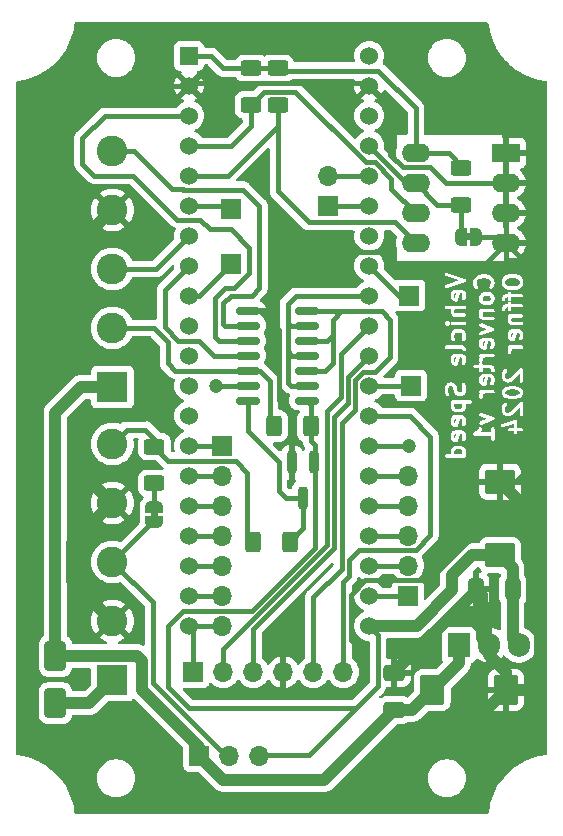
<source format=gbr>
%TF.GenerationSoftware,KiCad,Pcbnew,7.0.11-7.0.11~ubuntu20.04.1*%
%TF.CreationDate,2024-04-25T22:29:04+02:00*%
%TF.ProjectId,Tachoconverter,54616368-6f63-46f6-9e76-65727465722e,rev?*%
%TF.SameCoordinates,Original*%
%TF.FileFunction,Copper,L2,Bot*%
%TF.FilePolarity,Positive*%
%FSLAX46Y46*%
G04 Gerber Fmt 4.6, Leading zero omitted, Abs format (unit mm)*
G04 Created by KiCad (PCBNEW 7.0.11-7.0.11~ubuntu20.04.1) date 2024-04-25 22:29:04*
%MOMM*%
%LPD*%
G01*
G04 APERTURE LIST*
G04 Aperture macros list*
%AMRoundRect*
0 Rectangle with rounded corners*
0 $1 Rounding radius*
0 $2 $3 $4 $5 $6 $7 $8 $9 X,Y pos of 4 corners*
0 Add a 4 corners polygon primitive as box body*
4,1,4,$2,$3,$4,$5,$6,$7,$8,$9,$2,$3,0*
0 Add four circle primitives for the rounded corners*
1,1,$1+$1,$2,$3*
1,1,$1+$1,$4,$5*
1,1,$1+$1,$6,$7*
1,1,$1+$1,$8,$9*
0 Add four rect primitives between the rounded corners*
20,1,$1+$1,$2,$3,$4,$5,0*
20,1,$1+$1,$4,$5,$6,$7,0*
20,1,$1+$1,$6,$7,$8,$9,0*
20,1,$1+$1,$8,$9,$2,$3,0*%
%AMFreePoly0*
4,1,19,0.500000,-0.750000,0.000000,-0.750000,0.000000,-0.744911,-0.071157,-0.744911,-0.207708,-0.704816,-0.327430,-0.627875,-0.420627,-0.520320,-0.479746,-0.390866,-0.500000,-0.250000,-0.500000,0.250000,-0.479746,0.390866,-0.420627,0.520320,-0.327430,0.627875,-0.207708,0.704816,-0.071157,0.744911,0.000000,0.744911,0.000000,0.750000,0.500000,0.750000,0.500000,-0.750000,0.500000,-0.750000,
$1*%
%AMFreePoly1*
4,1,19,0.000000,0.744911,0.071157,0.744911,0.207708,0.704816,0.327430,0.627875,0.420627,0.520320,0.479746,0.390866,0.500000,0.250000,0.500000,-0.250000,0.479746,-0.390866,0.420627,-0.520320,0.327430,-0.627875,0.207708,-0.704816,0.071157,-0.744911,0.000000,-0.744911,0.000000,-0.750000,-0.500000,-0.750000,-0.500000,0.750000,0.000000,0.750000,0.000000,0.744911,0.000000,0.744911,
$1*%
G04 Aperture macros list end*
%ADD10C,0.300000*%
%TA.AperFunction,ComponentPad*%
%ADD11R,1.700000X1.700000*%
%TD*%
%TA.AperFunction,ComponentPad*%
%ADD12O,1.700000X1.700000*%
%TD*%
%TA.AperFunction,SMDPad,CuDef*%
%ADD13RoundRect,0.150000X-0.825000X-0.150000X0.825000X-0.150000X0.825000X0.150000X-0.825000X0.150000X0*%
%TD*%
%TA.AperFunction,ComponentPad*%
%ADD14R,1.905000X2.000000*%
%TD*%
%TA.AperFunction,ComponentPad*%
%ADD15O,1.905000X2.000000*%
%TD*%
%TA.AperFunction,ComponentPad*%
%ADD16R,2.600000X2.600000*%
%TD*%
%TA.AperFunction,ComponentPad*%
%ADD17C,2.600000*%
%TD*%
%TA.AperFunction,ComponentPad*%
%ADD18R,1.524000X1.524000*%
%TD*%
%TA.AperFunction,ComponentPad*%
%ADD19C,1.524000*%
%TD*%
%TA.AperFunction,SMDPad,CuDef*%
%ADD20RoundRect,0.250000X-0.650000X1.000000X-0.650000X-1.000000X0.650000X-1.000000X0.650000X1.000000X0*%
%TD*%
%TA.AperFunction,SMDPad,CuDef*%
%ADD21RoundRect,0.250000X-0.625000X0.400000X-0.625000X-0.400000X0.625000X-0.400000X0.625000X0.400000X0*%
%TD*%
%TA.AperFunction,SMDPad,CuDef*%
%ADD22RoundRect,0.250000X1.025000X-0.787500X1.025000X0.787500X-1.025000X0.787500X-1.025000X-0.787500X0*%
%TD*%
%TA.AperFunction,ComponentPad*%
%ADD23R,2.400000X1.600000*%
%TD*%
%TA.AperFunction,ComponentPad*%
%ADD24O,2.400000X1.600000*%
%TD*%
%TA.AperFunction,SMDPad,CuDef*%
%ADD25FreePoly0,270.000000*%
%TD*%
%TA.AperFunction,SMDPad,CuDef*%
%ADD26FreePoly1,270.000000*%
%TD*%
%TA.AperFunction,SMDPad,CuDef*%
%ADD27RoundRect,0.250000X-0.787500X-1.025000X0.787500X-1.025000X0.787500X1.025000X-0.787500X1.025000X0*%
%TD*%
%TA.AperFunction,SMDPad,CuDef*%
%ADD28RoundRect,0.200000X-0.200000X0.750000X-0.200000X-0.750000X0.200000X-0.750000X0.200000X0.750000X0*%
%TD*%
%TA.AperFunction,SMDPad,CuDef*%
%ADD29RoundRect,0.250000X0.412500X0.650000X-0.412500X0.650000X-0.412500X-0.650000X0.412500X-0.650000X0*%
%TD*%
%TA.AperFunction,SMDPad,CuDef*%
%ADD30RoundRect,0.250000X0.400000X0.625000X-0.400000X0.625000X-0.400000X-0.625000X0.400000X-0.625000X0*%
%TD*%
%TA.AperFunction,SMDPad,CuDef*%
%ADD31RoundRect,0.250000X-0.400000X-0.625000X0.400000X-0.625000X0.400000X0.625000X-0.400000X0.625000X0*%
%TD*%
%TA.AperFunction,SMDPad,CuDef*%
%ADD32FreePoly0,180.000000*%
%TD*%
%TA.AperFunction,SMDPad,CuDef*%
%ADD33FreePoly1,180.000000*%
%TD*%
%TA.AperFunction,SMDPad,CuDef*%
%ADD34RoundRect,0.250000X0.625000X-0.400000X0.625000X0.400000X-0.625000X0.400000X-0.625000X-0.400000X0*%
%TD*%
%TA.AperFunction,SMDPad,CuDef*%
%ADD35RoundRect,0.250000X0.650000X-0.412500X0.650000X0.412500X-0.650000X0.412500X-0.650000X-0.412500X0*%
%TD*%
%TA.AperFunction,ViaPad*%
%ADD36C,1.200000*%
%TD*%
%TA.AperFunction,Conductor*%
%ADD37C,0.400000*%
%TD*%
%TA.AperFunction,Conductor*%
%ADD38C,1.000000*%
%TD*%
G04 APERTURE END LIST*
D10*
G36*
X168239116Y-108177785D02*
G01*
X168276121Y-108214790D01*
X168320828Y-108304203D01*
X168320828Y-108519098D01*
X168306695Y-108547366D01*
X167634962Y-108547366D01*
X167620828Y-108519098D01*
X167620828Y-108304204D01*
X167665535Y-108214789D01*
X167702539Y-108177785D01*
X167791952Y-108133080D01*
X168149704Y-108133080D01*
X168239116Y-108177785D01*
G37*
G36*
X167706411Y-107254595D02*
G01*
X167654060Y-107228420D01*
X167620828Y-107161955D01*
X167620828Y-106947062D01*
X167654060Y-106880597D01*
X167720524Y-106847366D01*
X167787858Y-106847366D01*
X167706411Y-107254595D01*
G37*
G36*
X167706411Y-105968881D02*
G01*
X167654060Y-105942706D01*
X167620828Y-105876241D01*
X167620828Y-105661348D01*
X167654060Y-105594883D01*
X167720524Y-105561652D01*
X167787858Y-105561652D01*
X167706411Y-105968881D01*
G37*
G36*
X168320828Y-104304204D02*
G01*
X168320828Y-104519099D01*
X168276121Y-104608512D01*
X168239116Y-104645517D01*
X168149704Y-104690223D01*
X167791952Y-104690223D01*
X167702539Y-104645517D01*
X167665535Y-104608513D01*
X167620828Y-104519098D01*
X167620828Y-104304205D01*
X167634962Y-104275937D01*
X168306695Y-104275937D01*
X168320828Y-104304204D01*
G37*
G36*
X172962757Y-103124607D02*
G01*
X173069117Y-103177788D01*
X173106121Y-103214792D01*
X173150828Y-103304205D01*
X173150828Y-103376243D01*
X173106121Y-103465656D01*
X173069116Y-103502661D01*
X172962759Y-103555839D01*
X172710935Y-103618796D01*
X172390721Y-103618796D01*
X172138897Y-103555839D01*
X172032539Y-103502661D01*
X171995535Y-103465657D01*
X171950828Y-103376242D01*
X171950828Y-103304206D01*
X171995535Y-103214791D01*
X172032539Y-103177787D01*
X172138898Y-103124608D01*
X172390721Y-103061653D01*
X172710936Y-103061653D01*
X172962757Y-103124607D01*
G37*
G36*
X170121411Y-102468882D02*
G01*
X170069060Y-102442707D01*
X170035828Y-102376242D01*
X170035828Y-102161349D01*
X170069060Y-102094884D01*
X170135524Y-102061653D01*
X170202858Y-102061653D01*
X170121411Y-102468882D01*
G37*
G36*
X167706411Y-100754596D02*
G01*
X167654060Y-100728421D01*
X167620828Y-100661956D01*
X167620828Y-100447063D01*
X167654060Y-100380598D01*
X167720524Y-100347367D01*
X167787858Y-100347367D01*
X167706411Y-100754596D01*
G37*
G36*
X170121411Y-99397454D02*
G01*
X170069060Y-99371279D01*
X170035828Y-99304814D01*
X170035828Y-99089921D01*
X170069060Y-99023456D01*
X170135524Y-98990225D01*
X170202858Y-98990225D01*
X170121411Y-99397454D01*
G37*
G36*
X172536411Y-98683169D02*
G01*
X172484060Y-98656994D01*
X172450828Y-98590529D01*
X172450828Y-98375636D01*
X172484060Y-98309171D01*
X172550524Y-98275940D01*
X172617858Y-98275940D01*
X172536411Y-98683169D01*
G37*
G36*
X170654116Y-95177787D02*
G01*
X170691121Y-95214792D01*
X170735828Y-95304205D01*
X170735828Y-95447672D01*
X170691121Y-95537085D01*
X170654116Y-95574090D01*
X170564704Y-95618796D01*
X170206952Y-95618796D01*
X170117539Y-95574090D01*
X170080535Y-95537086D01*
X170035828Y-95447671D01*
X170035828Y-95304206D01*
X170080535Y-95214791D01*
X170117539Y-95177787D01*
X170206952Y-95133082D01*
X170564704Y-95133082D01*
X170654116Y-95177787D01*
G37*
G36*
X167706411Y-95326025D02*
G01*
X167654060Y-95299850D01*
X167620828Y-95233385D01*
X167620828Y-95018492D01*
X167654060Y-94952027D01*
X167720524Y-94918796D01*
X167787858Y-94918796D01*
X167706411Y-95326025D01*
G37*
G36*
X173009854Y-93689954D02*
G01*
X173106121Y-93786221D01*
X173150828Y-93875634D01*
X173150828Y-94090529D01*
X173106121Y-94179941D01*
X173009854Y-94276208D01*
X172782363Y-94333082D01*
X172319292Y-94333082D01*
X172091801Y-94276208D01*
X171995535Y-94179942D01*
X171950828Y-94090528D01*
X171950828Y-93875635D01*
X171995535Y-93786221D01*
X172091802Y-93689954D01*
X172319292Y-93633082D01*
X172782364Y-93633082D01*
X173009854Y-93689954D01*
G37*
G36*
X173665114Y-109061652D02*
G01*
X166606542Y-109061652D01*
X166606542Y-108697366D01*
X166820828Y-108697366D01*
X166840924Y-108772366D01*
X166895828Y-108827270D01*
X166970828Y-108847366D01*
X168470828Y-108847366D01*
X168545828Y-108827270D01*
X168600732Y-108772366D01*
X168620828Y-108697366D01*
X168602083Y-108627408D01*
X168604993Y-108621589D01*
X168611906Y-108587804D01*
X168620828Y-108554508D01*
X168620828Y-108268794D01*
X168611903Y-108235488D01*
X168604992Y-108201713D01*
X168533564Y-108058855D01*
X168517540Y-108040785D01*
X168505466Y-108019871D01*
X168434037Y-107948442D01*
X168413122Y-107936367D01*
X168395053Y-107920344D01*
X168252196Y-107848916D01*
X168218417Y-107842003D01*
X168185114Y-107833080D01*
X167756542Y-107833080D01*
X167723236Y-107842004D01*
X167689461Y-107848916D01*
X167546603Y-107920344D01*
X167528533Y-107936367D01*
X167507618Y-107948443D01*
X167436190Y-108019872D01*
X167424115Y-108040786D01*
X167408093Y-108058855D01*
X167336664Y-108201712D01*
X167329751Y-108235492D01*
X167320828Y-108268794D01*
X167320828Y-108547366D01*
X166970828Y-108547366D01*
X166895828Y-108567462D01*
X166840924Y-108622366D01*
X166820828Y-108697366D01*
X166606542Y-108697366D01*
X166606542Y-107197366D01*
X167320828Y-107197366D01*
X167329751Y-107230667D01*
X167336664Y-107264448D01*
X167408093Y-107407305D01*
X167414179Y-107414168D01*
X167417080Y-107422871D01*
X167439620Y-107442859D01*
X167459609Y-107465400D01*
X167468311Y-107468300D01*
X167475175Y-107474387D01*
X167618031Y-107545816D01*
X167651813Y-107552729D01*
X167685114Y-107561652D01*
X167827971Y-107561652D01*
X167851613Y-107555317D01*
X167876038Y-107553742D01*
X167888501Y-107545433D01*
X167902971Y-107541556D01*
X167920277Y-107524249D01*
X167940644Y-107510672D01*
X167947283Y-107497243D01*
X167957875Y-107486652D01*
X167964209Y-107463009D01*
X167975058Y-107441069D01*
X168093798Y-106847366D01*
X168221133Y-106847366D01*
X168287597Y-106880598D01*
X168320828Y-106947061D01*
X168320828Y-107161956D01*
X168265236Y-107273141D01*
X168249669Y-107349211D01*
X168274223Y-107422872D01*
X168332318Y-107474387D01*
X168408388Y-107489954D01*
X168482049Y-107465400D01*
X168533564Y-107407305D01*
X168604992Y-107264447D01*
X168611903Y-107230671D01*
X168620828Y-107197366D01*
X168620828Y-106911652D01*
X168611906Y-106878355D01*
X168604993Y-106844571D01*
X168602819Y-106840223D01*
X169235828Y-106840223D01*
X169237111Y-106845013D01*
X169236139Y-106849877D01*
X169247084Y-106882232D01*
X169255924Y-106915223D01*
X169259430Y-106918729D01*
X169261020Y-106923428D01*
X169286674Y-106945973D01*
X169310828Y-106970127D01*
X169315619Y-106971410D01*
X169319344Y-106974684D01*
X169352831Y-106981381D01*
X169385828Y-106990223D01*
X170735828Y-106990223D01*
X170735828Y-107268795D01*
X170755924Y-107343795D01*
X170810828Y-107398699D01*
X170885828Y-107418795D01*
X170960828Y-107398699D01*
X171015732Y-107343795D01*
X171035828Y-107268795D01*
X171035828Y-106411652D01*
X171015732Y-106336652D01*
X170960828Y-106281748D01*
X170885828Y-106261652D01*
X170810828Y-106281748D01*
X170755924Y-106336652D01*
X170735828Y-106411652D01*
X170735828Y-106690223D01*
X169819389Y-106690223D01*
X169849037Y-106660575D01*
X169861112Y-106639659D01*
X169877135Y-106621591D01*
X169948564Y-106478735D01*
X169964131Y-106402665D01*
X169939577Y-106329004D01*
X169881482Y-106277488D01*
X169805413Y-106261921D01*
X169731752Y-106286475D01*
X169680236Y-106344570D01*
X169619693Y-106465654D01*
X169504552Y-106580795D01*
X169302623Y-106715415D01*
X169280077Y-106741069D01*
X169255924Y-106765223D01*
X169254640Y-106770014D01*
X169251367Y-106773739D01*
X169244669Y-106807226D01*
X169235828Y-106840223D01*
X168602819Y-106840223D01*
X168533564Y-106701713D01*
X168527478Y-106694850D01*
X168524577Y-106686145D01*
X168502032Y-106666153D01*
X168482049Y-106643618D01*
X168473346Y-106640717D01*
X168466482Y-106634630D01*
X168323623Y-106563202D01*
X168289847Y-106556290D01*
X168256542Y-106547366D01*
X167685114Y-106547366D01*
X167651808Y-106556290D01*
X167618033Y-106563202D01*
X167475175Y-106634630D01*
X167468312Y-106640715D01*
X167459608Y-106643617D01*
X167439620Y-106666157D01*
X167417080Y-106686145D01*
X167414178Y-106694849D01*
X167408093Y-106701712D01*
X167336664Y-106844570D01*
X167329751Y-106878350D01*
X167320828Y-106911652D01*
X167320828Y-107197366D01*
X166606542Y-107197366D01*
X166606542Y-105911652D01*
X167320828Y-105911652D01*
X167329751Y-105944953D01*
X167336664Y-105978734D01*
X167408093Y-106121591D01*
X167414179Y-106128454D01*
X167417080Y-106137157D01*
X167439620Y-106157145D01*
X167459609Y-106179686D01*
X167468311Y-106182586D01*
X167475175Y-106188673D01*
X167618031Y-106260102D01*
X167651813Y-106267015D01*
X167685114Y-106275938D01*
X167827971Y-106275938D01*
X167851613Y-106269603D01*
X167876038Y-106268028D01*
X167888501Y-106259719D01*
X167902971Y-106255842D01*
X167920277Y-106238535D01*
X167940644Y-106224958D01*
X167947283Y-106211529D01*
X167957875Y-106200938D01*
X167964209Y-106177295D01*
X167975058Y-106155355D01*
X168093798Y-105561652D01*
X168221133Y-105561652D01*
X168287597Y-105594884D01*
X168320828Y-105661347D01*
X168320828Y-105876242D01*
X168265236Y-105987427D01*
X168249669Y-106063497D01*
X168274223Y-106137158D01*
X168332318Y-106188673D01*
X168408388Y-106204240D01*
X168482049Y-106179686D01*
X168533564Y-106121591D01*
X168546426Y-106095866D01*
X171582445Y-106095866D01*
X171587098Y-106173372D01*
X171629879Y-106238169D01*
X171699328Y-106272893D01*
X171776834Y-106268240D01*
X172650828Y-105976909D01*
X172650828Y-106333081D01*
X172300828Y-106333081D01*
X172225828Y-106353177D01*
X172170924Y-106408081D01*
X172150828Y-106483081D01*
X172170924Y-106558081D01*
X172225828Y-106612985D01*
X172300828Y-106633081D01*
X172650828Y-106633081D01*
X172650828Y-106697366D01*
X172670924Y-106772366D01*
X172725828Y-106827270D01*
X172800828Y-106847366D01*
X172875828Y-106827270D01*
X172930732Y-106772366D01*
X172950828Y-106697366D01*
X172950828Y-106633081D01*
X173300828Y-106633081D01*
X173375828Y-106612985D01*
X173430732Y-106558081D01*
X173450828Y-106483081D01*
X173430732Y-106408081D01*
X173375828Y-106353177D01*
X173300828Y-106333081D01*
X172950828Y-106333081D01*
X172950828Y-105768795D01*
X172944576Y-105745464D01*
X172943130Y-105721361D01*
X172934695Y-105708585D01*
X172930732Y-105693795D01*
X172913652Y-105676715D01*
X172900348Y-105656565D01*
X172886655Y-105649718D01*
X172875828Y-105638891D01*
X172852500Y-105632640D01*
X172830900Y-105621840D01*
X172815616Y-105622757D01*
X172800828Y-105618795D01*
X172777499Y-105625045D01*
X172753393Y-105626493D01*
X171681966Y-105983636D01*
X171617169Y-106026417D01*
X171582445Y-106095866D01*
X168546426Y-106095866D01*
X168604992Y-105978733D01*
X168611903Y-105944957D01*
X168620828Y-105911652D01*
X168620828Y-105884713D01*
X169738267Y-105884713D01*
X169744567Y-105962102D01*
X169788717Y-106025974D01*
X169858889Y-106059213D01*
X169936278Y-106052913D01*
X170936278Y-105695770D01*
X170958510Y-105680402D01*
X170982939Y-105668831D01*
X170989973Y-105658654D01*
X171000150Y-105651620D01*
X171011721Y-105627191D01*
X171027089Y-105604959D01*
X171028092Y-105592629D01*
X171033389Y-105581448D01*
X171031195Y-105554509D01*
X171033389Y-105527570D01*
X171028092Y-105516388D01*
X171027089Y-105504059D01*
X171011721Y-105481826D01*
X171000150Y-105457398D01*
X170989973Y-105450363D01*
X170982939Y-105440187D01*
X170958510Y-105428615D01*
X170936278Y-105413248D01*
X169936278Y-105056105D01*
X169858889Y-105049805D01*
X169788717Y-105083044D01*
X169744567Y-105146916D01*
X169738267Y-105224305D01*
X169771506Y-105294477D01*
X169835378Y-105338627D01*
X170439846Y-105554509D01*
X169835378Y-105770391D01*
X169771506Y-105814541D01*
X169738267Y-105884713D01*
X168620828Y-105884713D01*
X168620828Y-105625938D01*
X168611906Y-105592641D01*
X168604993Y-105558857D01*
X168533564Y-105415999D01*
X168527478Y-105409136D01*
X168524577Y-105400431D01*
X168502032Y-105380439D01*
X168482049Y-105357904D01*
X168473346Y-105355003D01*
X168466482Y-105348916D01*
X168323623Y-105277488D01*
X168289847Y-105270576D01*
X168256542Y-105261652D01*
X167685114Y-105261652D01*
X167651808Y-105270576D01*
X167618033Y-105277488D01*
X167475175Y-105348916D01*
X167468312Y-105355001D01*
X167459608Y-105357903D01*
X167439620Y-105380443D01*
X167417080Y-105400431D01*
X167414178Y-105409135D01*
X167408093Y-105415998D01*
X167336664Y-105558856D01*
X167329751Y-105592636D01*
X167320828Y-105625938D01*
X167320828Y-105911652D01*
X166606542Y-105911652D01*
X166606542Y-104554509D01*
X167320828Y-104554509D01*
X167329751Y-104587810D01*
X167336664Y-104621591D01*
X167408093Y-104764448D01*
X167424115Y-104782516D01*
X167436190Y-104803431D01*
X167507618Y-104874860D01*
X167528533Y-104886935D01*
X167546603Y-104902959D01*
X167689461Y-104974387D01*
X167723236Y-104981298D01*
X167756542Y-104990223D01*
X168185114Y-104990223D01*
X168218417Y-104981299D01*
X168252196Y-104974387D01*
X168377667Y-104911652D01*
X171650828Y-104911652D01*
X171659751Y-104944953D01*
X171666664Y-104978734D01*
X171738093Y-105121592D01*
X171754116Y-105139661D01*
X171766191Y-105160576D01*
X171837619Y-105232004D01*
X171858534Y-105244079D01*
X171876603Y-105260102D01*
X172019459Y-105331531D01*
X172053241Y-105338444D01*
X172086542Y-105347367D01*
X172229400Y-105347367D01*
X172252728Y-105341116D01*
X172276835Y-105339669D01*
X172491119Y-105268240D01*
X172519882Y-105249248D01*
X172549751Y-105232004D01*
X173150828Y-104630927D01*
X173150828Y-105197367D01*
X173170924Y-105272367D01*
X173225828Y-105327271D01*
X173300828Y-105347367D01*
X173375828Y-105327271D01*
X173430732Y-105272367D01*
X173450828Y-105197367D01*
X173450828Y-104268795D01*
X173445717Y-104249720D01*
X173445717Y-104229972D01*
X173435843Y-104212869D01*
X173430732Y-104193795D01*
X173416767Y-104179830D01*
X173406894Y-104162729D01*
X173389792Y-104152855D01*
X173375828Y-104138891D01*
X173356753Y-104133779D01*
X173339651Y-104123906D01*
X173319903Y-104123906D01*
X173300828Y-104118795D01*
X173281753Y-104123906D01*
X173262005Y-104123906D01*
X173244902Y-104133779D01*
X173225828Y-104138891D01*
X173211863Y-104152855D01*
X173194762Y-104162729D01*
X172362657Y-104994833D01*
X172205059Y-105047367D01*
X172121952Y-105047367D01*
X172032539Y-105002660D01*
X171995535Y-104965656D01*
X171950828Y-104876242D01*
X171950828Y-104589920D01*
X171995535Y-104500506D01*
X172049751Y-104446290D01*
X172088574Y-104379047D01*
X172088574Y-104301401D01*
X172049751Y-104234158D01*
X171982508Y-104195335D01*
X171904862Y-104195335D01*
X171837619Y-104234158D01*
X171766191Y-104305586D01*
X171754116Y-104326500D01*
X171738093Y-104344570D01*
X171666664Y-104487428D01*
X171659751Y-104521208D01*
X171650828Y-104554510D01*
X171650828Y-104911652D01*
X168377667Y-104911652D01*
X168395053Y-104902959D01*
X168413122Y-104886935D01*
X168434037Y-104874861D01*
X168505466Y-104803432D01*
X168517540Y-104782517D01*
X168533564Y-104764448D01*
X168604992Y-104621590D01*
X168611903Y-104587814D01*
X168620828Y-104554509D01*
X168620828Y-104275937D01*
X168970828Y-104275937D01*
X169045828Y-104255841D01*
X169100732Y-104200937D01*
X169120828Y-104125937D01*
X169100732Y-104050937D01*
X169045828Y-103996033D01*
X168970828Y-103975937D01*
X167470828Y-103975937D01*
X167395828Y-103996033D01*
X167340924Y-104050937D01*
X167320828Y-104125937D01*
X167339573Y-104195894D01*
X167336664Y-104201713D01*
X167329751Y-104235493D01*
X167320828Y-104268795D01*
X167320828Y-104554509D01*
X166606542Y-104554509D01*
X166606542Y-103697367D01*
X169735828Y-103697367D01*
X169755924Y-103772367D01*
X169810828Y-103827271D01*
X169885828Y-103847367D01*
X169960828Y-103827271D01*
X170015732Y-103772367D01*
X170035828Y-103697367D01*
X170035828Y-103589920D01*
X170080535Y-103500505D01*
X170117539Y-103463501D01*
X170206952Y-103418795D01*
X170885828Y-103418795D01*
X170912483Y-103411653D01*
X171650828Y-103411653D01*
X171659751Y-103444954D01*
X171666664Y-103478735D01*
X171738093Y-103621592D01*
X171754115Y-103639660D01*
X171766190Y-103660575D01*
X171837618Y-103732004D01*
X171858533Y-103744079D01*
X171876603Y-103760103D01*
X172019461Y-103831531D01*
X172035684Y-103834850D01*
X172050162Y-103842888D01*
X172335876Y-103914317D01*
X172354380Y-103914005D01*
X172372257Y-103918796D01*
X172729400Y-103918796D01*
X172747276Y-103914005D01*
X172765781Y-103914317D01*
X173051494Y-103842888D01*
X173065971Y-103834851D01*
X173082196Y-103831531D01*
X173225053Y-103760103D01*
X173243122Y-103744079D01*
X173264037Y-103732005D01*
X173335466Y-103660576D01*
X173347540Y-103639661D01*
X173363564Y-103621592D01*
X173434992Y-103478734D01*
X173441903Y-103444958D01*
X173450828Y-103411653D01*
X173450828Y-103268796D01*
X173441903Y-103235490D01*
X173434992Y-103201715D01*
X173363564Y-103058857D01*
X173347540Y-103040787D01*
X173335466Y-103019873D01*
X173264037Y-102948444D01*
X173243121Y-102936368D01*
X173225053Y-102920346D01*
X173082196Y-102848917D01*
X173065971Y-102845596D01*
X173051494Y-102837560D01*
X172765780Y-102766132D01*
X172747277Y-102766443D01*
X172729400Y-102761653D01*
X172372257Y-102761653D01*
X172354379Y-102766443D01*
X172335877Y-102766132D01*
X172050162Y-102837560D01*
X172035685Y-102845596D01*
X172019459Y-102848917D01*
X171876603Y-102920346D01*
X171858534Y-102936368D01*
X171837618Y-102948445D01*
X171766190Y-103019874D01*
X171754115Y-103040788D01*
X171738093Y-103058857D01*
X171666664Y-103201714D01*
X171659751Y-103235494D01*
X171650828Y-103268796D01*
X171650828Y-103411653D01*
X170912483Y-103411653D01*
X170960828Y-103398699D01*
X171015732Y-103343795D01*
X171035828Y-103268795D01*
X171015732Y-103193795D01*
X170960828Y-103138891D01*
X170885828Y-103118795D01*
X169885828Y-103118795D01*
X169810828Y-103138891D01*
X169755924Y-103193795D01*
X169735828Y-103268795D01*
X169755924Y-103343795D01*
X169800961Y-103388832D01*
X169751664Y-103487428D01*
X169744751Y-103521208D01*
X169735828Y-103554510D01*
X169735828Y-103697367D01*
X166606542Y-103697367D01*
X166606542Y-103268795D01*
X166820828Y-103268795D01*
X166827078Y-103292123D01*
X166828526Y-103316229D01*
X166899954Y-103530515D01*
X166942736Y-103595311D01*
X167012185Y-103630036D01*
X167089691Y-103625383D01*
X167154488Y-103582601D01*
X167189212Y-103513152D01*
X167184559Y-103435646D01*
X167120828Y-103244454D01*
X167120828Y-102947062D01*
X167165535Y-102857647D01*
X167202539Y-102820643D01*
X167291952Y-102775938D01*
X167363990Y-102775938D01*
X167453401Y-102820643D01*
X167490406Y-102857648D01*
X167543586Y-102964008D01*
X167611021Y-103233746D01*
X167619057Y-103248223D01*
X167622378Y-103264448D01*
X167693807Y-103407306D01*
X167709830Y-103425375D01*
X167721906Y-103446291D01*
X167793335Y-103517719D01*
X167814249Y-103529793D01*
X167832318Y-103545816D01*
X167975174Y-103617245D01*
X168008956Y-103624158D01*
X168042257Y-103633081D01*
X168185114Y-103633081D01*
X168218415Y-103624157D01*
X168252196Y-103617245D01*
X168395053Y-103545816D01*
X168413121Y-103529793D01*
X168434036Y-103517719D01*
X168505465Y-103446291D01*
X168517542Y-103425373D01*
X168533564Y-103407305D01*
X168604993Y-103264447D01*
X168611906Y-103230662D01*
X168620828Y-103197366D01*
X168620828Y-102840224D01*
X168614578Y-102816898D01*
X168613131Y-102792790D01*
X168541703Y-102578504D01*
X168498921Y-102513708D01*
X168429472Y-102478983D01*
X168351966Y-102483635D01*
X168287170Y-102526417D01*
X168252445Y-102595866D01*
X168257097Y-102673372D01*
X168320828Y-102864566D01*
X168320828Y-103161956D01*
X168276122Y-103251368D01*
X168239118Y-103288373D01*
X168149704Y-103333081D01*
X168077667Y-103333081D01*
X167988253Y-103288373D01*
X167951248Y-103251369D01*
X167898069Y-103145010D01*
X167830635Y-102875272D01*
X167822598Y-102860795D01*
X167819278Y-102844569D01*
X167747849Y-102701713D01*
X167731826Y-102683644D01*
X167719752Y-102662730D01*
X167648324Y-102591301D01*
X167627408Y-102579225D01*
X167609339Y-102563202D01*
X167466482Y-102491774D01*
X167432703Y-102484861D01*
X167399400Y-102475938D01*
X167256542Y-102475938D01*
X167223236Y-102484862D01*
X167189461Y-102491774D01*
X167046603Y-102563202D01*
X167028533Y-102579225D01*
X167007618Y-102591301D01*
X166936190Y-102662730D01*
X166924115Y-102683644D01*
X166908093Y-102701713D01*
X166836664Y-102844570D01*
X166829751Y-102878350D01*
X166820828Y-102911652D01*
X166820828Y-103268795D01*
X166606542Y-103268795D01*
X166606542Y-102411653D01*
X169735828Y-102411653D01*
X169744751Y-102444954D01*
X169751664Y-102478735D01*
X169823093Y-102621592D01*
X169829179Y-102628455D01*
X169832080Y-102637158D01*
X169854620Y-102657146D01*
X169874609Y-102679687D01*
X169883311Y-102682587D01*
X169890175Y-102688674D01*
X170033031Y-102760103D01*
X170066813Y-102767016D01*
X170100114Y-102775939D01*
X170242971Y-102775939D01*
X170266613Y-102769604D01*
X170291038Y-102768029D01*
X170303501Y-102759720D01*
X170317971Y-102755843D01*
X170335277Y-102738536D01*
X170355644Y-102724959D01*
X170362283Y-102711530D01*
X170372875Y-102700939D01*
X170379209Y-102677296D01*
X170390058Y-102655356D01*
X170508798Y-102061653D01*
X170636133Y-102061653D01*
X170702597Y-102094885D01*
X170735828Y-102161348D01*
X170735828Y-102376243D01*
X170680236Y-102487428D01*
X170664669Y-102563498D01*
X170689223Y-102637159D01*
X170747318Y-102688674D01*
X170823388Y-102704241D01*
X170897049Y-102679687D01*
X170948564Y-102621592D01*
X171019992Y-102478734D01*
X171026903Y-102444958D01*
X171035828Y-102411653D01*
X171035828Y-102125939D01*
X171026906Y-102092642D01*
X171019993Y-102058858D01*
X171017819Y-102054510D01*
X171650828Y-102054510D01*
X171659751Y-102087811D01*
X171666664Y-102121592D01*
X171738093Y-102264450D01*
X171754116Y-102282519D01*
X171766191Y-102303434D01*
X171837619Y-102374862D01*
X171858534Y-102386937D01*
X171876603Y-102402960D01*
X172019459Y-102474389D01*
X172053241Y-102481302D01*
X172086542Y-102490225D01*
X172229400Y-102490225D01*
X172252728Y-102483974D01*
X172276835Y-102482527D01*
X172491119Y-102411098D01*
X172519882Y-102392106D01*
X172549751Y-102374862D01*
X173150828Y-101773785D01*
X173150828Y-102340225D01*
X173170924Y-102415225D01*
X173225828Y-102470129D01*
X173300828Y-102490225D01*
X173375828Y-102470129D01*
X173430732Y-102415225D01*
X173450828Y-102340225D01*
X173450828Y-101411653D01*
X173445717Y-101392578D01*
X173445717Y-101372830D01*
X173435843Y-101355727D01*
X173430732Y-101336653D01*
X173416767Y-101322688D01*
X173406894Y-101305587D01*
X173389792Y-101295713D01*
X173375828Y-101281749D01*
X173356753Y-101276637D01*
X173339651Y-101266764D01*
X173319903Y-101266764D01*
X173300828Y-101261653D01*
X173281753Y-101266764D01*
X173262005Y-101266764D01*
X173244902Y-101276637D01*
X173225828Y-101281749D01*
X173211863Y-101295713D01*
X173194762Y-101305587D01*
X172362657Y-102137691D01*
X172205059Y-102190225D01*
X172121952Y-102190225D01*
X172032539Y-102145518D01*
X171995535Y-102108514D01*
X171950828Y-102019100D01*
X171950828Y-101732778D01*
X171995535Y-101643364D01*
X172049751Y-101589148D01*
X172088574Y-101521905D01*
X172088574Y-101444259D01*
X172049751Y-101377016D01*
X171982508Y-101338193D01*
X171904862Y-101338193D01*
X171837619Y-101377016D01*
X171766191Y-101448444D01*
X171754116Y-101469358D01*
X171738093Y-101487428D01*
X171666664Y-101630286D01*
X171659751Y-101664066D01*
X171650828Y-101697368D01*
X171650828Y-102054510D01*
X171017819Y-102054510D01*
X170948564Y-101916000D01*
X170942478Y-101909137D01*
X170939577Y-101900432D01*
X170917032Y-101880440D01*
X170897049Y-101857905D01*
X170888346Y-101855004D01*
X170881482Y-101848917D01*
X170738623Y-101777489D01*
X170704847Y-101770577D01*
X170671542Y-101761653D01*
X170100114Y-101761653D01*
X170066808Y-101770577D01*
X170033033Y-101777489D01*
X169890175Y-101848917D01*
X169883312Y-101855002D01*
X169874608Y-101857904D01*
X169854620Y-101880444D01*
X169832080Y-101900432D01*
X169829178Y-101909136D01*
X169823093Y-101915999D01*
X169751664Y-102058857D01*
X169744751Y-102092637D01*
X169735828Y-102125939D01*
X169735828Y-102411653D01*
X166606542Y-102411653D01*
X166606542Y-101125938D01*
X169235828Y-101125938D01*
X169255924Y-101200938D01*
X169310828Y-101255842D01*
X169385828Y-101275938D01*
X169735828Y-101275938D01*
X169735828Y-101483081D01*
X169755924Y-101558081D01*
X169810828Y-101612985D01*
X169885828Y-101633081D01*
X169960828Y-101612985D01*
X170015732Y-101558081D01*
X170035828Y-101483081D01*
X170035828Y-101275938D01*
X170636132Y-101275938D01*
X170702596Y-101309170D01*
X170735828Y-101375633D01*
X170735828Y-101483081D01*
X170755924Y-101558081D01*
X170810828Y-101612985D01*
X170885828Y-101633081D01*
X170960828Y-101612985D01*
X171015732Y-101558081D01*
X171035828Y-101483081D01*
X171035828Y-101340224D01*
X171026903Y-101306918D01*
X171019992Y-101273143D01*
X170948564Y-101130285D01*
X170942478Y-101123422D01*
X170939577Y-101114718D01*
X170917036Y-101094730D01*
X170897049Y-101072190D01*
X170888344Y-101069288D01*
X170881482Y-101063203D01*
X170738624Y-100991774D01*
X170704843Y-100984861D01*
X170671542Y-100975938D01*
X170035828Y-100975938D01*
X170035828Y-100911653D01*
X170015732Y-100836653D01*
X169960828Y-100781749D01*
X169912486Y-100768796D01*
X169960828Y-100755843D01*
X170015732Y-100700939D01*
X170035828Y-100625939D01*
X170035828Y-100518492D01*
X170080535Y-100429077D01*
X170117539Y-100392073D01*
X170206952Y-100347367D01*
X170885828Y-100347367D01*
X170960828Y-100327271D01*
X171015732Y-100272367D01*
X171035828Y-100197367D01*
X171015732Y-100122367D01*
X170960828Y-100067463D01*
X170885828Y-100047367D01*
X169885828Y-100047367D01*
X169810828Y-100067463D01*
X169755924Y-100122367D01*
X169735828Y-100197367D01*
X169755924Y-100272367D01*
X169800961Y-100317404D01*
X169751664Y-100416000D01*
X169744751Y-100449780D01*
X169735828Y-100483082D01*
X169735828Y-100625939D01*
X169755924Y-100700939D01*
X169810828Y-100755843D01*
X169859169Y-100768796D01*
X169810828Y-100781749D01*
X169755924Y-100836653D01*
X169735828Y-100911653D01*
X169735828Y-100975938D01*
X169385828Y-100975938D01*
X169310828Y-100996034D01*
X169255924Y-101050938D01*
X169235828Y-101125938D01*
X166606542Y-101125938D01*
X166606542Y-100697367D01*
X167320828Y-100697367D01*
X167329751Y-100730668D01*
X167336664Y-100764449D01*
X167408093Y-100907306D01*
X167414179Y-100914169D01*
X167417080Y-100922872D01*
X167439620Y-100942860D01*
X167459609Y-100965401D01*
X167468311Y-100968301D01*
X167475175Y-100974388D01*
X167618031Y-101045817D01*
X167651813Y-101052730D01*
X167685114Y-101061653D01*
X167827971Y-101061653D01*
X167851613Y-101055318D01*
X167876038Y-101053743D01*
X167888501Y-101045434D01*
X167902971Y-101041557D01*
X167920277Y-101024250D01*
X167940644Y-101010673D01*
X167947283Y-100997244D01*
X167957875Y-100986653D01*
X167964209Y-100963010D01*
X167975058Y-100941070D01*
X168093798Y-100347367D01*
X168221133Y-100347367D01*
X168287597Y-100380599D01*
X168320828Y-100447062D01*
X168320828Y-100661957D01*
X168265236Y-100773142D01*
X168249669Y-100849212D01*
X168274223Y-100922873D01*
X168332318Y-100974388D01*
X168408388Y-100989955D01*
X168482049Y-100965401D01*
X168533564Y-100907306D01*
X168604992Y-100764448D01*
X168611903Y-100730672D01*
X168620828Y-100697367D01*
X168620828Y-100411653D01*
X168611906Y-100378356D01*
X168604993Y-100344572D01*
X168533564Y-100201714D01*
X168527478Y-100194851D01*
X168524577Y-100186146D01*
X168502032Y-100166154D01*
X168482049Y-100143619D01*
X168473346Y-100140718D01*
X168466482Y-100134631D01*
X168323623Y-100063203D01*
X168289847Y-100056291D01*
X168256542Y-100047367D01*
X167685114Y-100047367D01*
X167651808Y-100056291D01*
X167618033Y-100063203D01*
X167475175Y-100134631D01*
X167468312Y-100140716D01*
X167459608Y-100143618D01*
X167439620Y-100166158D01*
X167417080Y-100186146D01*
X167414178Y-100194850D01*
X167408093Y-100201713D01*
X167336664Y-100344571D01*
X167329751Y-100378351D01*
X167320828Y-100411653D01*
X167320828Y-100697367D01*
X166606542Y-100697367D01*
X166606542Y-99911654D01*
X172150828Y-99911654D01*
X172170924Y-99986654D01*
X172225828Y-100041558D01*
X172300828Y-100061654D01*
X172375828Y-100041558D01*
X172430732Y-99986654D01*
X172450828Y-99911654D01*
X172450828Y-99804207D01*
X172495535Y-99714792D01*
X172532539Y-99677788D01*
X172621952Y-99633082D01*
X173300828Y-99633082D01*
X173375828Y-99612986D01*
X173430732Y-99558082D01*
X173450828Y-99483082D01*
X173430732Y-99408082D01*
X173375828Y-99353178D01*
X173300828Y-99333082D01*
X172300828Y-99333082D01*
X172225828Y-99353178D01*
X172170924Y-99408082D01*
X172150828Y-99483082D01*
X172170924Y-99558082D01*
X172215961Y-99603119D01*
X172166664Y-99701715D01*
X172159751Y-99735495D01*
X172150828Y-99768797D01*
X172150828Y-99911654D01*
X166606542Y-99911654D01*
X166606542Y-99483081D01*
X166820828Y-99483081D01*
X166840924Y-99558081D01*
X166895828Y-99612985D01*
X166970828Y-99633081D01*
X168221132Y-99633081D01*
X168287596Y-99666313D01*
X168336664Y-99764449D01*
X168388179Y-99822544D01*
X168461840Y-99847098D01*
X168537910Y-99831531D01*
X168596005Y-99780016D01*
X168620559Y-99706355D01*
X168604992Y-99630286D01*
X168533564Y-99487428D01*
X168527478Y-99480565D01*
X168524577Y-99471861D01*
X168502036Y-99451873D01*
X168482049Y-99429333D01*
X168473344Y-99426431D01*
X168466482Y-99420346D01*
X168323624Y-99348917D01*
X168289843Y-99342004D01*
X168283204Y-99340225D01*
X169735828Y-99340225D01*
X169744751Y-99373526D01*
X169751664Y-99407307D01*
X169823093Y-99550164D01*
X169829179Y-99557027D01*
X169832080Y-99565730D01*
X169854620Y-99585718D01*
X169874609Y-99608259D01*
X169883311Y-99611159D01*
X169890175Y-99617246D01*
X170033031Y-99688675D01*
X170066813Y-99695588D01*
X170100114Y-99704511D01*
X170242971Y-99704511D01*
X170266613Y-99698176D01*
X170291038Y-99696601D01*
X170303501Y-99688292D01*
X170317971Y-99684415D01*
X170335277Y-99667108D01*
X170355644Y-99653531D01*
X170362283Y-99640102D01*
X170372875Y-99629511D01*
X170379209Y-99605868D01*
X170390058Y-99583928D01*
X170508798Y-98990225D01*
X170636133Y-98990225D01*
X170702597Y-99023457D01*
X170735828Y-99089920D01*
X170735828Y-99304815D01*
X170680236Y-99416000D01*
X170664669Y-99492070D01*
X170689223Y-99565731D01*
X170747318Y-99617246D01*
X170823388Y-99632813D01*
X170897049Y-99608259D01*
X170948564Y-99550164D01*
X171019992Y-99407306D01*
X171026903Y-99373530D01*
X171035828Y-99340225D01*
X171035828Y-99054511D01*
X171026906Y-99021214D01*
X171019993Y-98987430D01*
X170948564Y-98844572D01*
X170942478Y-98837709D01*
X170939577Y-98829004D01*
X170917032Y-98809012D01*
X170897049Y-98786477D01*
X170888346Y-98783576D01*
X170881482Y-98777489D01*
X170738623Y-98706061D01*
X170704847Y-98699149D01*
X170671542Y-98690225D01*
X170100114Y-98690225D01*
X170066808Y-98699149D01*
X170033033Y-98706061D01*
X169890175Y-98777489D01*
X169883312Y-98783574D01*
X169874608Y-98786476D01*
X169854620Y-98809016D01*
X169832080Y-98829004D01*
X169829178Y-98837708D01*
X169823093Y-98844571D01*
X169751664Y-98987429D01*
X169744751Y-99021209D01*
X169735828Y-99054511D01*
X169735828Y-99340225D01*
X168283204Y-99340225D01*
X168256542Y-99333081D01*
X166970828Y-99333081D01*
X166895828Y-99353177D01*
X166840924Y-99408081D01*
X166820828Y-99483081D01*
X166606542Y-99483081D01*
X166606542Y-98697367D01*
X167320828Y-98697367D01*
X167329751Y-98730668D01*
X167336664Y-98764449D01*
X167408093Y-98907307D01*
X167459608Y-98965402D01*
X167533270Y-98989956D01*
X167609339Y-98974389D01*
X167667434Y-98922874D01*
X167691988Y-98849212D01*
X167676421Y-98773143D01*
X167620828Y-98661957D01*
X167620828Y-98447063D01*
X167665535Y-98357648D01*
X167702539Y-98320644D01*
X167791952Y-98275939D01*
X168149704Y-98275939D01*
X168239116Y-98320644D01*
X168276121Y-98357649D01*
X168320828Y-98447062D01*
X168320828Y-98661957D01*
X168265236Y-98773144D01*
X168249669Y-98849213D01*
X168274224Y-98922874D01*
X168332319Y-98974389D01*
X168408388Y-98989956D01*
X168482049Y-98965401D01*
X168533564Y-98907306D01*
X168604993Y-98764448D01*
X168611906Y-98730663D01*
X168620828Y-98697367D01*
X168620828Y-98625940D01*
X172150828Y-98625940D01*
X172159751Y-98659241D01*
X172166664Y-98693022D01*
X172238093Y-98835879D01*
X172244179Y-98842742D01*
X172247080Y-98851445D01*
X172269620Y-98871433D01*
X172289609Y-98893974D01*
X172298311Y-98896874D01*
X172305175Y-98902961D01*
X172448031Y-98974390D01*
X172481813Y-98981303D01*
X172515114Y-98990226D01*
X172657971Y-98990226D01*
X172681613Y-98983891D01*
X172706038Y-98982316D01*
X172718501Y-98974007D01*
X172732971Y-98970130D01*
X172750277Y-98952823D01*
X172770644Y-98939246D01*
X172777283Y-98925817D01*
X172787875Y-98915226D01*
X172794209Y-98891583D01*
X172805058Y-98869643D01*
X172923798Y-98275940D01*
X173051133Y-98275940D01*
X173117597Y-98309172D01*
X173150828Y-98375635D01*
X173150828Y-98590530D01*
X173095236Y-98701715D01*
X173079669Y-98777785D01*
X173104223Y-98851446D01*
X173162318Y-98902961D01*
X173238388Y-98918528D01*
X173312049Y-98893974D01*
X173363564Y-98835879D01*
X173434992Y-98693021D01*
X173441903Y-98659245D01*
X173450828Y-98625940D01*
X173450828Y-98340226D01*
X173441906Y-98306929D01*
X173434993Y-98273145D01*
X173363564Y-98130287D01*
X173357478Y-98123424D01*
X173354577Y-98114719D01*
X173332032Y-98094727D01*
X173312049Y-98072192D01*
X173303346Y-98069291D01*
X173296482Y-98063204D01*
X173153623Y-97991776D01*
X173119847Y-97984864D01*
X173086542Y-97975940D01*
X172515114Y-97975940D01*
X172481808Y-97984864D01*
X172448033Y-97991776D01*
X172305175Y-98063204D01*
X172298312Y-98069289D01*
X172289608Y-98072191D01*
X172269620Y-98094731D01*
X172247080Y-98114719D01*
X172244178Y-98123423D01*
X172238093Y-98130286D01*
X172166664Y-98273144D01*
X172159751Y-98306924D01*
X172150828Y-98340226D01*
X172150828Y-98625940D01*
X168620828Y-98625940D01*
X168620828Y-98411653D01*
X168611903Y-98378347D01*
X168604992Y-98344572D01*
X168589349Y-98313286D01*
X169738267Y-98313286D01*
X169744567Y-98390675D01*
X169788717Y-98454547D01*
X169858889Y-98487786D01*
X169936278Y-98481486D01*
X170936278Y-98124343D01*
X170958510Y-98108975D01*
X170982939Y-98097404D01*
X170989973Y-98087227D01*
X171000150Y-98080193D01*
X171011721Y-98055764D01*
X171027089Y-98033532D01*
X171028092Y-98021202D01*
X171033389Y-98010021D01*
X171031195Y-97983082D01*
X171033389Y-97956143D01*
X171028092Y-97944961D01*
X171027089Y-97932632D01*
X171011721Y-97910399D01*
X171000150Y-97885971D01*
X170989973Y-97878936D01*
X170982939Y-97868760D01*
X170958510Y-97857188D01*
X170936278Y-97841821D01*
X169936278Y-97484678D01*
X169858889Y-97478378D01*
X169788717Y-97511617D01*
X169744567Y-97575489D01*
X169738267Y-97652878D01*
X169771506Y-97723050D01*
X169835378Y-97767200D01*
X170439846Y-97983082D01*
X169835378Y-98198964D01*
X169771506Y-98243114D01*
X169738267Y-98313286D01*
X168589349Y-98313286D01*
X168533564Y-98201714D01*
X168517540Y-98183644D01*
X168505466Y-98162730D01*
X168434037Y-98091301D01*
X168413122Y-98079226D01*
X168395053Y-98063203D01*
X168252196Y-97991775D01*
X168218417Y-97984862D01*
X168185114Y-97975939D01*
X167756542Y-97975939D01*
X167723236Y-97984863D01*
X167689461Y-97991775D01*
X167546603Y-98063203D01*
X167528533Y-98079226D01*
X167507618Y-98091302D01*
X167436190Y-98162731D01*
X167424115Y-98183645D01*
X167408093Y-98201714D01*
X167336664Y-98344571D01*
X167329751Y-98378351D01*
X167320828Y-98411653D01*
X167320828Y-98697367D01*
X166606542Y-98697367D01*
X166606542Y-97483081D01*
X166820828Y-97483081D01*
X166825939Y-97502155D01*
X166825939Y-97521904D01*
X166835812Y-97539006D01*
X166840924Y-97558081D01*
X166854887Y-97572044D01*
X166856876Y-97575489D01*
X166864762Y-97589147D01*
X166936191Y-97660576D01*
X166936192Y-97660577D01*
X166964612Y-97676984D01*
X167003434Y-97699399D01*
X167003435Y-97699399D01*
X167081081Y-97699399D01*
X167148321Y-97660577D01*
X167148323Y-97660576D01*
X167148324Y-97660575D01*
X167219752Y-97589146D01*
X167229625Y-97572044D01*
X167243589Y-97558081D01*
X167248700Y-97539006D01*
X167258574Y-97521904D01*
X167258574Y-97502155D01*
X167263685Y-97483081D01*
X167320828Y-97483081D01*
X167340924Y-97558081D01*
X167395828Y-97612985D01*
X167470828Y-97633081D01*
X168470828Y-97633081D01*
X168545828Y-97612985D01*
X168600732Y-97558081D01*
X168620828Y-97483081D01*
X168600732Y-97408081D01*
X168545828Y-97353177D01*
X168470828Y-97333081D01*
X167470828Y-97333081D01*
X167395828Y-97353177D01*
X167340924Y-97408081D01*
X167320828Y-97483081D01*
X167263685Y-97483081D01*
X167258574Y-97464006D01*
X167258574Y-97444258D01*
X167258574Y-97444257D01*
X167248699Y-97427154D01*
X167243589Y-97408081D01*
X167229624Y-97394116D01*
X167219751Y-97377015D01*
X167148323Y-97305587D01*
X167099658Y-97277490D01*
X167084602Y-97268797D01*
X172150828Y-97268797D01*
X172159751Y-97302098D01*
X172166664Y-97335879D01*
X172238093Y-97478736D01*
X172244179Y-97485599D01*
X172247080Y-97494302D01*
X172269620Y-97514290D01*
X172289609Y-97536831D01*
X172298311Y-97539731D01*
X172305175Y-97545818D01*
X172448031Y-97617247D01*
X172481813Y-97624160D01*
X172515114Y-97633083D01*
X173300828Y-97633083D01*
X173375828Y-97612987D01*
X173430732Y-97558083D01*
X173450828Y-97483083D01*
X173430732Y-97408083D01*
X173375828Y-97353179D01*
X173300828Y-97333083D01*
X172550524Y-97333083D01*
X172484060Y-97299851D01*
X172450828Y-97233386D01*
X172450828Y-97089921D01*
X172495535Y-97000506D01*
X172505818Y-96990225D01*
X173300828Y-96990225D01*
X173375828Y-96970129D01*
X173430732Y-96915225D01*
X173450828Y-96840225D01*
X173430732Y-96765225D01*
X173375828Y-96710321D01*
X173300828Y-96690225D01*
X172300828Y-96690225D01*
X172225828Y-96710321D01*
X172170924Y-96765225D01*
X172150828Y-96840225D01*
X172170924Y-96915225D01*
X172192152Y-96936453D01*
X172166664Y-96987429D01*
X172159751Y-97021209D01*
X172150828Y-97054511D01*
X172150828Y-97268797D01*
X167084602Y-97268797D01*
X167081081Y-97266764D01*
X167081080Y-97266764D01*
X167003434Y-97266764D01*
X166969290Y-97286477D01*
X166936192Y-97305586D01*
X166864763Y-97377014D01*
X166864762Y-97377014D01*
X166864762Y-97377015D01*
X166854888Y-97394116D01*
X166840924Y-97408081D01*
X166835813Y-97427154D01*
X166825939Y-97444257D01*
X166825939Y-97444258D01*
X166825939Y-97464006D01*
X166820828Y-97483081D01*
X166606542Y-97483081D01*
X166606542Y-96125938D01*
X166820828Y-96125938D01*
X166840924Y-96200938D01*
X166895828Y-96255842D01*
X166970828Y-96275938D01*
X167336092Y-96275938D01*
X167329751Y-96306922D01*
X167320828Y-96340224D01*
X167320828Y-96554510D01*
X167329751Y-96587811D01*
X167336664Y-96621592D01*
X167408093Y-96764449D01*
X167414179Y-96771312D01*
X167417080Y-96780015D01*
X167439620Y-96800003D01*
X167459609Y-96822544D01*
X167468311Y-96825444D01*
X167475175Y-96831531D01*
X167618031Y-96902960D01*
X167651813Y-96909873D01*
X167685114Y-96918796D01*
X168470828Y-96918796D01*
X168545828Y-96898700D01*
X168600732Y-96843796D01*
X168601689Y-96840225D01*
X169735828Y-96840225D01*
X169744751Y-96873526D01*
X169751664Y-96907307D01*
X169823093Y-97050164D01*
X169829179Y-97057027D01*
X169832080Y-97065730D01*
X169854620Y-97085718D01*
X169874609Y-97108259D01*
X169883311Y-97111159D01*
X169890175Y-97117246D01*
X170033031Y-97188675D01*
X170066813Y-97195588D01*
X170100114Y-97204511D01*
X170885828Y-97204511D01*
X170960828Y-97184415D01*
X171015732Y-97129511D01*
X171035828Y-97054511D01*
X171015732Y-96979511D01*
X170960828Y-96924607D01*
X170885828Y-96904511D01*
X170135524Y-96904511D01*
X170069060Y-96871279D01*
X170035828Y-96804814D01*
X170035828Y-96661349D01*
X170080535Y-96571934D01*
X170090818Y-96561653D01*
X170885828Y-96561653D01*
X170960828Y-96541557D01*
X171015732Y-96486653D01*
X171035828Y-96411653D01*
X171016689Y-96340225D01*
X171650828Y-96340225D01*
X171670924Y-96415225D01*
X171725828Y-96470129D01*
X171800828Y-96490225D01*
X171875828Y-96470129D01*
X171930732Y-96415225D01*
X171950828Y-96340225D01*
X171950828Y-96232778D01*
X171984060Y-96166313D01*
X172050524Y-96133082D01*
X172150828Y-96133082D01*
X172150828Y-96340225D01*
X172170924Y-96415225D01*
X172225828Y-96470129D01*
X172300828Y-96490225D01*
X172375828Y-96470129D01*
X172430732Y-96415225D01*
X172450828Y-96340225D01*
X172450828Y-96133082D01*
X173300828Y-96133082D01*
X173375828Y-96112986D01*
X173430732Y-96058082D01*
X173450828Y-95983082D01*
X173430732Y-95908082D01*
X173375828Y-95853178D01*
X173300828Y-95833082D01*
X172450828Y-95833082D01*
X172450828Y-95768797D01*
X172430732Y-95693797D01*
X172375828Y-95638893D01*
X172327484Y-95625939D01*
X172375828Y-95612986D01*
X172430732Y-95558082D01*
X172450828Y-95483082D01*
X172450828Y-95275939D01*
X173300828Y-95275939D01*
X173375828Y-95255843D01*
X173430732Y-95200939D01*
X173450828Y-95125939D01*
X173430732Y-95050939D01*
X173375828Y-94996035D01*
X173300828Y-94975939D01*
X172450828Y-94975939D01*
X172450828Y-94911654D01*
X172430732Y-94836654D01*
X172375828Y-94781750D01*
X172300828Y-94761654D01*
X172225828Y-94781750D01*
X172170924Y-94836654D01*
X172150828Y-94911654D01*
X172150828Y-94975939D01*
X172015114Y-94975939D01*
X171981813Y-94984861D01*
X171948031Y-94991775D01*
X171805175Y-95063204D01*
X171798311Y-95069290D01*
X171789609Y-95072191D01*
X171769620Y-95094731D01*
X171747080Y-95114720D01*
X171744179Y-95123422D01*
X171738093Y-95130286D01*
X171666664Y-95273143D01*
X171659751Y-95306923D01*
X171650828Y-95340225D01*
X171650828Y-95483082D01*
X171670924Y-95558082D01*
X171725828Y-95612986D01*
X171800828Y-95633082D01*
X171875828Y-95612986D01*
X171930732Y-95558082D01*
X171950828Y-95483082D01*
X171950828Y-95375635D01*
X171984060Y-95309170D01*
X172050524Y-95275939D01*
X172150828Y-95275939D01*
X172150828Y-95483082D01*
X172170924Y-95558082D01*
X172225828Y-95612986D01*
X172274171Y-95625939D01*
X172225828Y-95638893D01*
X172170924Y-95693797D01*
X172150828Y-95768797D01*
X172150828Y-95833082D01*
X172015114Y-95833082D01*
X171981813Y-95842004D01*
X171948031Y-95848918D01*
X171805175Y-95920347D01*
X171798311Y-95926433D01*
X171789609Y-95929334D01*
X171769620Y-95951874D01*
X171747080Y-95971863D01*
X171744179Y-95980565D01*
X171738093Y-95987429D01*
X171666664Y-96130286D01*
X171659751Y-96164066D01*
X171650828Y-96197368D01*
X171650828Y-96340225D01*
X171016689Y-96340225D01*
X171015732Y-96336653D01*
X170960828Y-96281749D01*
X170885828Y-96261653D01*
X169885828Y-96261653D01*
X169810828Y-96281749D01*
X169755924Y-96336653D01*
X169735828Y-96411653D01*
X169755924Y-96486653D01*
X169777152Y-96507881D01*
X169751664Y-96558857D01*
X169744751Y-96592637D01*
X169735828Y-96625939D01*
X169735828Y-96840225D01*
X168601689Y-96840225D01*
X168620828Y-96768796D01*
X168600732Y-96693796D01*
X168545828Y-96638892D01*
X168470828Y-96618796D01*
X167720524Y-96618796D01*
X167654060Y-96585564D01*
X167620828Y-96519099D01*
X167620828Y-96375634D01*
X167665535Y-96286219D01*
X167675818Y-96275938D01*
X168470828Y-96275938D01*
X168545828Y-96255842D01*
X168600732Y-96200938D01*
X168620828Y-96125938D01*
X168600732Y-96050938D01*
X168545828Y-95996034D01*
X168470828Y-95975938D01*
X166970828Y-95975938D01*
X166895828Y-95996034D01*
X166840924Y-96050938D01*
X166820828Y-96125938D01*
X166606542Y-96125938D01*
X166606542Y-95268796D01*
X167320828Y-95268796D01*
X167329751Y-95302097D01*
X167336664Y-95335878D01*
X167408093Y-95478735D01*
X167414179Y-95485598D01*
X167417080Y-95494301D01*
X167439620Y-95514289D01*
X167459609Y-95536830D01*
X167468311Y-95539730D01*
X167475175Y-95545817D01*
X167618031Y-95617246D01*
X167651813Y-95624159D01*
X167685114Y-95633082D01*
X167827971Y-95633082D01*
X167851613Y-95626747D01*
X167876038Y-95625172D01*
X167888501Y-95616863D01*
X167902971Y-95612986D01*
X167920277Y-95595679D01*
X167940644Y-95582102D01*
X167947283Y-95568673D01*
X167957875Y-95558082D01*
X167964209Y-95534439D01*
X167975058Y-95512499D01*
X168093798Y-94918796D01*
X168221133Y-94918796D01*
X168287597Y-94952028D01*
X168320828Y-95018491D01*
X168320828Y-95233386D01*
X168265236Y-95344571D01*
X168249669Y-95420641D01*
X168274223Y-95494302D01*
X168332318Y-95545817D01*
X168408388Y-95561384D01*
X168482049Y-95536830D01*
X168529709Y-95483082D01*
X169735828Y-95483082D01*
X169744751Y-95516383D01*
X169751664Y-95550164D01*
X169823093Y-95693021D01*
X169839115Y-95711089D01*
X169851190Y-95732004D01*
X169922618Y-95803433D01*
X169943533Y-95815508D01*
X169961603Y-95831532D01*
X170104461Y-95902960D01*
X170138236Y-95909871D01*
X170171542Y-95918796D01*
X170600114Y-95918796D01*
X170633417Y-95909872D01*
X170667196Y-95902960D01*
X170810053Y-95831532D01*
X170828122Y-95815508D01*
X170849037Y-95803434D01*
X170920466Y-95732005D01*
X170932540Y-95711090D01*
X170948564Y-95693021D01*
X171019992Y-95550163D01*
X171026903Y-95516387D01*
X171035828Y-95483082D01*
X171035828Y-95268796D01*
X171026903Y-95235490D01*
X171019992Y-95201715D01*
X170948564Y-95058857D01*
X170932540Y-95040787D01*
X170920466Y-95019873D01*
X170849037Y-94948444D01*
X170828122Y-94936369D01*
X170810053Y-94920346D01*
X170667196Y-94848918D01*
X170633417Y-94842005D01*
X170600114Y-94833082D01*
X170171542Y-94833082D01*
X170138236Y-94842006D01*
X170104461Y-94848918D01*
X169961603Y-94920346D01*
X169943533Y-94936369D01*
X169922618Y-94948445D01*
X169851190Y-95019874D01*
X169839115Y-95040788D01*
X169823093Y-95058857D01*
X169751664Y-95201714D01*
X169744751Y-95235494D01*
X169735828Y-95268796D01*
X169735828Y-95483082D01*
X168529709Y-95483082D01*
X168533564Y-95478735D01*
X168604992Y-95335877D01*
X168611903Y-95302101D01*
X168620828Y-95268796D01*
X168620828Y-94983082D01*
X168611906Y-94949785D01*
X168604993Y-94916001D01*
X168533564Y-94773143D01*
X168527478Y-94766280D01*
X168524577Y-94757575D01*
X168502032Y-94737583D01*
X168482049Y-94715048D01*
X168473346Y-94712147D01*
X168466482Y-94706060D01*
X168323623Y-94634632D01*
X168289847Y-94627720D01*
X168256542Y-94618796D01*
X167685114Y-94618796D01*
X167651808Y-94627720D01*
X167618033Y-94634632D01*
X167475175Y-94706060D01*
X167468312Y-94712145D01*
X167459608Y-94715047D01*
X167439620Y-94737587D01*
X167417080Y-94757575D01*
X167414178Y-94766279D01*
X167408093Y-94773142D01*
X167336664Y-94916000D01*
X167329751Y-94949780D01*
X167320828Y-94983082D01*
X167320828Y-95268796D01*
X166606542Y-95268796D01*
X166606542Y-94310153D01*
X166823873Y-94310153D01*
X166828526Y-94387659D01*
X166871307Y-94452455D01*
X166940756Y-94487180D01*
X167018262Y-94482527D01*
X168088026Y-94125939D01*
X169235828Y-94125939D01*
X169242078Y-94149267D01*
X169243526Y-94173373D01*
X169314954Y-94387659D01*
X169333953Y-94416434D01*
X169351191Y-94446291D01*
X169422619Y-94517719D01*
X169489862Y-94556542D01*
X169567508Y-94556542D01*
X169634751Y-94517719D01*
X169673574Y-94450476D01*
X169673574Y-94372830D01*
X169634751Y-94305587D01*
X169588361Y-94259197D01*
X169535828Y-94101598D01*
X169535828Y-94007422D01*
X169588361Y-93849823D01*
X169688968Y-93749216D01*
X169795327Y-93696037D01*
X170047149Y-93633082D01*
X170224507Y-93633082D01*
X170476328Y-93696036D01*
X170582688Y-93749217D01*
X170683294Y-93849822D01*
X170735828Y-94007424D01*
X170735828Y-94101596D01*
X170683294Y-94259198D01*
X170636906Y-94305586D01*
X170598082Y-94372829D01*
X170598082Y-94450475D01*
X170636904Y-94517718D01*
X170704147Y-94556542D01*
X170781793Y-94556542D01*
X170849036Y-94517720D01*
X170920465Y-94446292D01*
X170937703Y-94416434D01*
X170956703Y-94387659D01*
X171028131Y-94173373D01*
X171029578Y-94149264D01*
X171035828Y-94125939D01*
X171650828Y-94125939D01*
X171659751Y-94159240D01*
X171666664Y-94193021D01*
X171738093Y-94335878D01*
X171754115Y-94353946D01*
X171766191Y-94374862D01*
X171909048Y-94517719D01*
X171910176Y-94518370D01*
X171910847Y-94519488D01*
X171943719Y-94537736D01*
X171976291Y-94556542D01*
X171977595Y-94556542D01*
X171978733Y-94557174D01*
X172264447Y-94628603D01*
X172282951Y-94628291D01*
X172300828Y-94633082D01*
X172800828Y-94633082D01*
X172818704Y-94628291D01*
X172837209Y-94628603D01*
X173122922Y-94557174D01*
X173124060Y-94556542D01*
X173125364Y-94556542D01*
X173157934Y-94537737D01*
X173190809Y-94519488D01*
X173191479Y-94518370D01*
X173192608Y-94517719D01*
X173335466Y-94374862D01*
X173347541Y-94353947D01*
X173363564Y-94335878D01*
X173434992Y-94193020D01*
X173441903Y-94159244D01*
X173450828Y-94125939D01*
X173450828Y-93840225D01*
X173441903Y-93806919D01*
X173434992Y-93773144D01*
X173363564Y-93630286D01*
X173347540Y-93612216D01*
X173335466Y-93591302D01*
X173192608Y-93448444D01*
X173191479Y-93447792D01*
X173190809Y-93446675D01*
X173157948Y-93428433D01*
X173125365Y-93409621D01*
X173124060Y-93409621D01*
X173122922Y-93408989D01*
X172837208Y-93337561D01*
X172818705Y-93337872D01*
X172800828Y-93333082D01*
X172300828Y-93333082D01*
X172282950Y-93337872D01*
X172264448Y-93337561D01*
X171978734Y-93408989D01*
X171977596Y-93409621D01*
X171976290Y-93409621D01*
X171943694Y-93428440D01*
X171910847Y-93446675D01*
X171910176Y-93447792D01*
X171909048Y-93448444D01*
X171766191Y-93591302D01*
X171754115Y-93612216D01*
X171738093Y-93630286D01*
X171666664Y-93773143D01*
X171659751Y-93806923D01*
X171650828Y-93840225D01*
X171650828Y-94125939D01*
X171035828Y-94125939D01*
X171035828Y-93983082D01*
X171029578Y-93959756D01*
X171028131Y-93935648D01*
X170956703Y-93721362D01*
X170937705Y-93692589D01*
X170920466Y-93662730D01*
X170777608Y-93519873D01*
X170756693Y-93507797D01*
X170738624Y-93491775D01*
X170595767Y-93420346D01*
X170579542Y-93417025D01*
X170565065Y-93408989D01*
X170279351Y-93337561D01*
X170260848Y-93337872D01*
X170242971Y-93333082D01*
X170028685Y-93333082D01*
X170010807Y-93337872D01*
X169992305Y-93337561D01*
X169706591Y-93408989D01*
X169692114Y-93417025D01*
X169675888Y-93420346D01*
X169533032Y-93491775D01*
X169514963Y-93507797D01*
X169494048Y-93519873D01*
X169351191Y-93662730D01*
X169333953Y-93692586D01*
X169314954Y-93721362D01*
X169243526Y-93935648D01*
X169242078Y-93959753D01*
X169235828Y-93983082D01*
X169235828Y-94125939D01*
X168088026Y-94125939D01*
X168518262Y-93982527D01*
X168543398Y-93965930D01*
X168570349Y-93952456D01*
X168575403Y-93944800D01*
X168583059Y-93939746D01*
X168596532Y-93912799D01*
X168613131Y-93887659D01*
X168613680Y-93878501D01*
X168617783Y-93870297D01*
X168615978Y-93840225D01*
X168617783Y-93810153D01*
X168613680Y-93801948D01*
X168613131Y-93792791D01*
X168596532Y-93767650D01*
X168583059Y-93740704D01*
X168575403Y-93735649D01*
X168570349Y-93727994D01*
X168543398Y-93714519D01*
X168518262Y-93697923D01*
X167018262Y-93197923D01*
X166940756Y-93193270D01*
X166871307Y-93227995D01*
X166828526Y-93292791D01*
X166823873Y-93370297D01*
X166858598Y-93439746D01*
X166923394Y-93482527D01*
X167996485Y-93840225D01*
X166923394Y-94197923D01*
X166858598Y-94240704D01*
X166823873Y-94310153D01*
X166606542Y-94310153D01*
X166606542Y-92978984D01*
X173665114Y-92978984D01*
X173665114Y-109061652D01*
G37*
%TA.AperFunction,EtchedComponent*%
%TO.C,JP2*%
G36*
X142540000Y-113930000D02*
G01*
X141940000Y-113930000D01*
X141940000Y-113430000D01*
X142540000Y-113430000D01*
X142540000Y-113930000D01*
G37*
%TD.AperFunction*%
%TA.AperFunction,EtchedComponent*%
%TO.C,JP3*%
G36*
X169070000Y-90466000D02*
G01*
X168570000Y-90466000D01*
X168570000Y-89866000D01*
X169070000Y-89866000D01*
X169070000Y-90466000D01*
G37*
%TD.AperFunction*%
%TD*%
D11*
%TO.P,J10,1,Pin_1*%
%TO.N,Net-(A1-D0{slash}SDA2)*%
X163703000Y-120523000D03*
D12*
%TO.P,J10,2,Pin_2*%
%TO.N,Net-(A1-D1{slash}SCL2)*%
X163703000Y-117983000D03*
%TO.P,J10,3,Pin_3*%
%TO.N,Net-(A1-D2)*%
X163703000Y-115443000D03*
%TO.P,J10,4,Pin_4*%
%TO.N,Net-(A1-D3)*%
X163703000Y-112903000D03*
%TO.P,J10,5,Pin_5*%
%TO.N,Net-(A1-D4{slash}MOSI1)*%
X163703000Y-110363000D03*
%TD*%
D11*
%TO.P,J8,1,Pin_1*%
%TO.N,Net-(A1-D7{slash}SS1)*%
X163957000Y-102743000D03*
%TD*%
D13*
%TO.P,U5,1*%
%TO.N,Net-(D2-K-Pad3)*%
X150179000Y-104013000D03*
%TO.P,U5,2*%
%TO.N,/VSpeedIn*%
X150179000Y-102743000D03*
%TO.P,U5,3*%
%TO.N,Net-(J1-Pin_2)*%
X150179000Y-101473000D03*
%TO.P,U5,4*%
%TO.N,/MotorSpeed*%
X150179000Y-100203000D03*
%TO.P,U5,5*%
%TO.N,/MotorPWM*%
X150179000Y-98933000D03*
%TO.P,U5,6*%
%TO.N,Net-(J1-Pin_5)*%
X150179000Y-97663000D03*
%TO.P,U5,7,GND*%
%TO.N,GND*%
X150179000Y-96393000D03*
%TO.P,U5,8*%
%TO.N,Net-(J2-Pin_5)*%
X155129000Y-96393000D03*
%TO.P,U5,9*%
%TO.N,/~{HC05ON}*%
X155129000Y-97663000D03*
%TO.P,U5,10*%
%TO.N,Net-(J2-Pin_5)*%
X155129000Y-98933000D03*
%TO.P,U5,11*%
%TO.N,/~{HC05ON}*%
X155129000Y-100203000D03*
%TO.P,U5,12*%
%TO.N,Net-(J2-Pin_5)*%
X155129000Y-101473000D03*
%TO.P,U5,13*%
%TO.N,/~{HC05ON}*%
X155129000Y-102743000D03*
%TO.P,U5,14,VCC*%
%TO.N,+5V*%
X155129000Y-104013000D03*
%TD*%
D14*
%TO.P,U2,1,IN*%
%TO.N,VCC*%
X168021000Y-124714000D03*
D15*
%TO.P,U2,2,GND*%
%TO.N,GND*%
X170561000Y-124714000D03*
%TO.P,U2,3,OUT*%
%TO.N,+5V*%
X173101000Y-124714000D03*
%TD*%
D11*
%TO.P,JP1,1,A*%
%TO.N,VCC*%
X146050000Y-134112000D03*
D12*
%TO.P,JP1,2,C*%
%TO.N,/SensorVcc*%
X148590000Y-134112000D03*
%TO.P,JP1,3,B*%
%TO.N,+5V*%
X151130000Y-134112000D03*
%TD*%
D16*
%TO.P,J3,1,Pin_1*%
%TO.N,Net-(D1-A)*%
X138684000Y-127682000D03*
D17*
%TO.P,J3,2,Pin_2*%
%TO.N,GND*%
X138684000Y-122682000D03*
%TO.P,J3,3,Pin_3*%
%TO.N,/SensorVcc*%
X138684000Y-117682000D03*
%TO.P,J3,4,Pin_4*%
%TO.N,GND*%
X138684000Y-112682000D03*
%TO.P,J3,5,Pin_5*%
%TO.N,/SSIG*%
X138684000Y-107682000D03*
%TD*%
D11*
%TO.P,J7,1,Pin_1*%
%TO.N,Net-(A1-D11)*%
X163830000Y-95123000D03*
%TD*%
%TO.P,J9,1,Pin_1*%
%TO.N,Net-(A1-D20)*%
X148717000Y-92456000D03*
%TD*%
%TO.P,J4,1,Pin_1*%
%TO.N,Net-(A1-D17)*%
X148717000Y-87757000D03*
%TD*%
%TO.P,J6,1,Pin_1*%
%TO.N,Net-(A1-RX1{slash}D25)*%
X147955000Y-107823000D03*
D12*
%TO.P,J6,2,Pin_2*%
%TO.N,Net-(A1-TX1{slash}D26)*%
X147955000Y-110363000D03*
%TO.P,J6,3,Pin_3*%
%TO.N,Net-(A1-D27)*%
X147955000Y-112903000D03*
%TO.P,J6,4,Pin_4*%
%TO.N,Net-(A1-MOSI2{slash}D28)*%
X147955000Y-115443000D03*
%TO.P,J6,5,Pin_5*%
%TO.N,Net-(A1-MISO2{slash}D29)*%
X147955000Y-117983000D03*
%TO.P,J6,6,Pin_6*%
%TO.N,Net-(A1-SCK2{slash}D30)*%
X147955000Y-120523000D03*
%TO.P,J6,7,Pin_7*%
%TO.N,/STATE*%
X147955000Y-123063000D03*
%TD*%
D18*
%TO.P,A1,1,VCC*%
%TO.N,+3V3*%
X145180000Y-74828000D03*
D19*
%TO.P,A1,2,GND*%
%TO.N,GND*%
X145180000Y-77368000D03*
%TO.P,A1,3,BUT/D32*%
%TO.N,/MotorPWM*%
X145180000Y-79908000D03*
%TO.P,A1,4,SCL1/D15*%
%TO.N,/SCL*%
X145180000Y-82448000D03*
%TO.P,A1,5,SDA1/D16*%
%TO.N,/SDA*%
X145180000Y-84988000D03*
%TO.P,A1,6,D17*%
%TO.N,Net-(A1-D17)*%
X145180000Y-87528000D03*
%TO.P,A1,7,D18*%
%TO.N,/CW{slash}CCW*%
X145180000Y-90068000D03*
%TO.P,A1,8,D19*%
%TO.N,/MotorSpeed*%
X145180000Y-92608000D03*
%TO.P,A1,9,D20*%
%TO.N,Net-(A1-D20)*%
X145180000Y-95148000D03*
%TO.P,A1,10,D21*%
%TO.N,unconnected-(A1-D21-Pad10)*%
X145180000Y-97688000D03*
%TO.P,A1,11,D22*%
%TO.N,unconnected-(A1-D22-Pad11)*%
X145180000Y-100228000D03*
%TO.P,A1,12,D23*%
%TO.N,unconnected-(A1-D23-Pad12)*%
X145180000Y-102768000D03*
%TO.P,A1,13,D24*%
%TO.N,unconnected-(A1-D24-Pad13)*%
X145180000Y-105308000D03*
%TO.P,A1,14,RX1/D25*%
%TO.N,Net-(A1-RX1{slash}D25)*%
X145180000Y-107848000D03*
%TO.P,A1,15,TX1/D26*%
%TO.N,Net-(A1-TX1{slash}D26)*%
X145180000Y-110388000D03*
%TO.P,A1,16,D27*%
%TO.N,Net-(A1-D27)*%
X145180000Y-112928000D03*
%TO.P,A1,17,MOSI2/D28*%
%TO.N,Net-(A1-MOSI2{slash}D28)*%
X145180000Y-115468000D03*
%TO.P,A1,18,MISO2/D29*%
%TO.N,Net-(A1-MISO2{slash}D29)*%
X145180000Y-118008000D03*
%TO.P,A1,19,SCK2/D30*%
%TO.N,Net-(A1-SCK2{slash}D30)*%
X145180000Y-120548000D03*
%TO.P,A1,20,SS2/D31*%
%TO.N,/STATE*%
X145180000Y-123088000D03*
%TO.P,A1,21,VIN*%
%TO.N,+5V*%
X160420000Y-123088000D03*
%TO.P,A1,22,D0/SDA2*%
%TO.N,Net-(A1-D0{slash}SDA2)*%
X160420000Y-120548000D03*
%TO.P,A1,23,D1/SCL2*%
%TO.N,Net-(A1-D1{slash}SCL2)*%
X160420000Y-118008000D03*
%TO.P,A1,24,D2*%
%TO.N,Net-(A1-D2)*%
X160420000Y-115468000D03*
%TO.P,A1,25,D3*%
%TO.N,Net-(A1-D3)*%
X160420000Y-112928000D03*
%TO.P,A1,26,D4/MOSI1*%
%TO.N,Net-(A1-D4{slash}MOSI1)*%
X160420000Y-110388000D03*
%TO.P,A1,27,D5/MISO1*%
%TO.N,/VSpeedIn*%
X160420000Y-107848000D03*
%TO.P,A1,28,D6/SCK1*%
%TO.N,/EN*%
X160420000Y-105308000D03*
%TO.P,A1,29,D7/SS1*%
%TO.N,Net-(A1-D7{slash}SS1)*%
X160420000Y-102768000D03*
%TO.P,A1,30,D8/RX2*%
%TO.N,/TX*%
X160420000Y-100228000D03*
%TO.P,A1,31,D9/TX2*%
%TO.N,/RX*%
X160420000Y-97688000D03*
%TO.P,A1,32,D10*%
%TO.N,/~{HC05ON}*%
X160420000Y-95148000D03*
%TO.P,A1,33,D11*%
%TO.N,Net-(A1-D11)*%
X160420000Y-92608000D03*
%TO.P,A1,34,~{RESET}*%
%TO.N,unconnected-(A1-~{RESET}-Pad34)*%
X160420000Y-90068000D03*
%TO.P,A1,35,D12*%
%TO.N,Net-(A1-D12)*%
X160420000Y-87528000D03*
%TO.P,A1,36,D13*%
%TO.N,Net-(A1-D13)*%
X160420000Y-84988000D03*
%TO.P,A1,37,D14*%
%TO.N,/WP*%
X160420000Y-82448000D03*
%TO.P,A1,38,VBAT*%
%TO.N,unconnected-(A1-VBAT-Pad38)*%
X160420000Y-79908000D03*
%TO.P,A1,39,AV-*%
%TO.N,GND*%
X160420000Y-77368000D03*
%TO.P,A1,40,AV+*%
%TO.N,unconnected-(A1-AV+-Pad40)*%
X160420000Y-74828000D03*
%TD*%
D16*
%TO.P,J1,1,Pin_1*%
%TO.N,VCC*%
X138684000Y-102870000D03*
D17*
%TO.P,J1,2,Pin_2*%
%TO.N,Net-(J1-Pin_2)*%
X138684000Y-97870000D03*
%TO.P,J1,3,Pin_3*%
%TO.N,/CW{slash}CCW*%
X138684000Y-92870000D03*
%TO.P,J1,4,Pin_4*%
%TO.N,GND*%
X138684000Y-87870000D03*
%TO.P,J1,5,Pin_5*%
%TO.N,Net-(J1-Pin_5)*%
X138684000Y-82870000D03*
%TD*%
D11*
%TO.P,J2,1,Pin_1*%
%TO.N,/STATE*%
X145542000Y-127000000D03*
D12*
%TO.P,J2,2,Pin_2*%
%TO.N,/RX*%
X148082000Y-127000000D03*
%TO.P,J2,3,Pin_3*%
%TO.N,/TX*%
X150622000Y-127000000D03*
%TO.P,J2,4,Pin_4*%
%TO.N,GND*%
X153162000Y-127000000D03*
%TO.P,J2,5,Pin_5*%
%TO.N,Net-(J2-Pin_5)*%
X155702000Y-127000000D03*
%TO.P,J2,6,Pin_6*%
%TO.N,/EN*%
X158242000Y-127000000D03*
%TD*%
D11*
%TO.P,J5,1,Pin_1*%
%TO.N,Net-(A1-D12)*%
X156972000Y-87508000D03*
D12*
%TO.P,J5,2,Pin_2*%
%TO.N,Net-(A1-D13)*%
X156972000Y-84968000D03*
%TD*%
D20*
%TO.P,D1,1,K*%
%TO.N,VCC*%
X133858000Y-125635000D03*
%TO.P,D1,2,A*%
%TO.N,Net-(D1-A)*%
X133858000Y-129635000D03*
%TD*%
D21*
%TO.P,R5,1*%
%TO.N,+3V3*%
X152694910Y-75883615D03*
%TO.P,R5,2*%
%TO.N,/SDA*%
X152694910Y-78983615D03*
%TD*%
D22*
%TO.P,C3,1*%
%TO.N,+5V*%
X171500000Y-117112500D03*
%TO.P,C3,2*%
%TO.N,GND*%
X171500000Y-110887500D03*
%TD*%
D23*
%TO.P,U1,1,A0*%
%TO.N,GND*%
X172000000Y-83064000D03*
D24*
%TO.P,U1,2,A1*%
X172000000Y-85604000D03*
%TO.P,U1,3,A2*%
X172000000Y-88144000D03*
%TO.P,U1,4,GND*%
X172000000Y-90684000D03*
%TO.P,U1,5,SDA*%
%TO.N,/SDA*%
X164380000Y-90684000D03*
%TO.P,U1,6,SCL*%
%TO.N,/SCL*%
X164380000Y-88144000D03*
%TO.P,U1,7,WP*%
%TO.N,/WP*%
X164380000Y-85604000D03*
%TO.P,U1,8,VCC*%
%TO.N,+3V3*%
X164380000Y-83064000D03*
%TD*%
D25*
%TO.P,JP2,1,A*%
%TO.N,Net-(JP2-A)*%
X142240000Y-113030000D03*
D26*
%TO.P,JP2,2,B*%
%TO.N,/SensorVcc*%
X142240000Y-114330000D03*
%TD*%
D21*
%TO.P,R2,1*%
%TO.N,+3V3*%
X168200000Y-84324000D03*
%TO.P,R2,2*%
%TO.N,/WP*%
X168200000Y-87424000D03*
%TD*%
D27*
%TO.P,C1,1*%
%TO.N,VCC*%
X165775000Y-128500000D03*
%TO.P,C1,2*%
%TO.N,GND*%
X172000000Y-128500000D03*
%TD*%
D28*
%TO.P,D2,1,K*%
%TO.N,GND*%
X153863000Y-109244000D03*
%TO.P,D2,2,A*%
%TO.N,+5V*%
X155763000Y-109244000D03*
%TO.P,D2,3,K*%
%TO.N,Net-(D2-K-Pad3)*%
X154813000Y-112244000D03*
%TD*%
D29*
%TO.P,C4,1*%
%TO.N,+5V*%
X172562500Y-120000000D03*
%TO.P,C4,2*%
%TO.N,GND*%
X169437500Y-120000000D03*
%TD*%
D30*
%TO.P,R4,2*%
%TO.N,Net-(J1-Pin_2)*%
X152374000Y-106172000D03*
%TO.P,R4,1*%
%TO.N,+5V*%
X155474000Y-106172000D03*
%TD*%
D31*
%TO.P,R3,1*%
%TO.N,/SSIG*%
X150596000Y-115951000D03*
%TO.P,R3,2*%
%TO.N,Net-(D2-K-Pad3)*%
X153696000Y-115951000D03*
%TD*%
D32*
%TO.P,JP3,1,A*%
%TO.N,GND*%
X169470000Y-90166000D03*
D33*
%TO.P,JP3,2,B*%
%TO.N,/WP*%
X168170000Y-90166000D03*
%TD*%
D21*
%TO.P,R6,1*%
%TO.N,+3V3*%
X150408910Y-75883615D03*
%TO.P,R6,2*%
%TO.N,/SCL*%
X150408910Y-78983615D03*
%TD*%
D34*
%TO.P,R1,1*%
%TO.N,Net-(JP2-A)*%
X142240000Y-111024000D03*
%TO.P,R1,2*%
%TO.N,/SSIG*%
X142240000Y-107924000D03*
%TD*%
D35*
%TO.P,C2,1*%
%TO.N,VCC*%
X162560000Y-130213500D03*
%TO.P,C2,2*%
%TO.N,GND*%
X162560000Y-127088500D03*
%TD*%
D36*
%TO.N,/VSpeedIn*%
X163830000Y-107823000D03*
X147447000Y-102743000D03*
%TD*%
D37*
%TO.N,Net-(JP2-A)*%
X142240000Y-111024000D02*
X142240000Y-113030000D01*
%TO.N,GND*%
X172000000Y-85604000D02*
X166884000Y-85604000D01*
X166884000Y-85604000D02*
X165544000Y-84264000D01*
X162179000Y-83185000D02*
X162179000Y-79127000D01*
X165544000Y-84264000D02*
X163258000Y-84264000D01*
X163258000Y-84264000D02*
X162179000Y-83185000D01*
X162179000Y-79127000D02*
X160420000Y-77368000D01*
%TO.N,/SCL*%
X150408910Y-78983615D02*
X151541525Y-77851000D01*
X162306000Y-86070000D02*
X164380000Y-88144000D01*
X151541525Y-77851000D02*
X154179683Y-77851000D01*
X154179683Y-77851000D02*
X160148683Y-83820000D01*
X160148683Y-83820000D02*
X160909000Y-83820000D01*
X160909000Y-83820000D02*
X162306000Y-85217000D01*
X162306000Y-85217000D02*
X162306000Y-86070000D01*
%TO.N,+3V3*%
X164380000Y-83064000D02*
X167138000Y-83064000D01*
X167138000Y-83064000D02*
X168200000Y-84126000D01*
X168200000Y-84126000D02*
X168200000Y-84324000D01*
%TO.N,Net-(J1-Pin_5)*%
X138684000Y-82870000D02*
X140522477Y-82870000D01*
X140522477Y-82870000D02*
X143758477Y-86106000D01*
X148717000Y-95123000D02*
X148082000Y-95758000D01*
X143758477Y-86106000D02*
X144654683Y-86106000D01*
X150495000Y-95123000D02*
X148717000Y-95123000D01*
X144654683Y-86106000D02*
X144698683Y-86150000D01*
X144698683Y-86150000D02*
X149737000Y-86150000D01*
X149737000Y-86150000D02*
X151130000Y-87543000D01*
X151130000Y-87543000D02*
X151130000Y-94488000D01*
X151130000Y-94488000D02*
X150495000Y-95123000D01*
X148082000Y-95758000D02*
X148082000Y-97536000D01*
X148082000Y-97536000D02*
X148209000Y-97663000D01*
X148209000Y-97663000D02*
X150179000Y-97663000D01*
%TO.N,/MotorPWM*%
X150241000Y-93247528D02*
X148965528Y-94523000D01*
X148697000Y-89515000D02*
X150241000Y-91059000D01*
X146919000Y-89515000D02*
X148697000Y-89515000D01*
X146094000Y-88690000D02*
X146919000Y-89515000D01*
X140462000Y-84963000D02*
X144189000Y-88690000D01*
X150241000Y-91059000D02*
X150241000Y-93247528D01*
X137160000Y-84963000D02*
X140462000Y-84963000D01*
X144189000Y-88690000D02*
X146094000Y-88690000D01*
X145180000Y-79908000D02*
X138024000Y-79908000D01*
X136144000Y-83947000D02*
X137160000Y-84963000D01*
X136144000Y-81788000D02*
X136144000Y-83947000D01*
X138024000Y-79908000D02*
X136144000Y-81788000D01*
X148965528Y-94523000D02*
X148214472Y-94523000D01*
X148214472Y-94523000D02*
X147366000Y-95371472D01*
X147366000Y-95371472D02*
X147366000Y-98598000D01*
X147366000Y-98598000D02*
X147701000Y-98933000D01*
X147701000Y-98933000D02*
X150179000Y-98933000D01*
D38*
%TO.N,+5V*%
X160420000Y-123088000D02*
X164440000Y-123088000D01*
X167449500Y-120078500D02*
X167449500Y-118808500D01*
X164440000Y-123088000D02*
X167449500Y-120078500D01*
X167449500Y-118808500D02*
X169145500Y-117112500D01*
X169145500Y-117112500D02*
X171500000Y-117112500D01*
%TO.N,GND*%
X162560000Y-127000000D02*
X169437500Y-120122500D01*
X171500000Y-110887500D02*
X174879000Y-114266500D01*
X174879000Y-114266500D02*
X174879000Y-127508000D01*
X174879000Y-127508000D02*
X173887000Y-128500000D01*
X173887000Y-128500000D02*
X172000000Y-128500000D01*
X172000000Y-128500000D02*
X172000000Y-126978500D01*
X172000000Y-126978500D02*
X170561000Y-125539500D01*
X170561000Y-125539500D02*
X170561000Y-124714000D01*
X169960000Y-120522500D02*
X169437500Y-120000000D01*
X169960000Y-124113000D02*
X169960000Y-120522500D01*
X170561000Y-124714000D02*
X169960000Y-124113000D01*
%TO.N,VCC*%
X168021000Y-126254000D02*
X168021000Y-124714000D01*
%TO.N,+5V*%
X172562500Y-120000000D02*
X172562500Y-124175500D01*
X172562500Y-124175500D02*
X173101000Y-124714000D01*
%TO.N,VCC*%
X165775000Y-128500000D02*
X168021000Y-126254000D01*
D37*
%TO.N,Net-(A1-D0{slash}SDA2)*%
X160420000Y-120548000D02*
X163678000Y-120548000D01*
%TO.N,GND*%
X171500000Y-110887500D02*
X171500000Y-113234000D01*
X158842000Y-124298000D02*
X159893000Y-125349000D01*
X171500000Y-113234000D02*
X165501000Y-119233000D01*
X165501000Y-119233000D02*
X160091683Y-119233000D01*
X159893000Y-125349000D02*
X159893000Y-127889000D01*
X160091683Y-119233000D02*
X158842000Y-120482683D01*
X158842000Y-120482683D02*
X158842000Y-124298000D01*
X159893000Y-127889000D02*
X159004000Y-128778000D01*
X159004000Y-128778000D02*
X153162000Y-128778000D01*
X153162000Y-128778000D02*
X153162000Y-127000000D01*
%TO.N,/VSpeedIn*%
X160420000Y-107848000D02*
X163805000Y-107848000D01*
X163805000Y-107848000D02*
X163830000Y-107823000D01*
%TO.N,/EN*%
X158242000Y-127000000D02*
X158242000Y-119380000D01*
X158242000Y-119380000D02*
X158750000Y-118872000D01*
X163855000Y-105308000D02*
X160420000Y-105308000D01*
X158750000Y-118872000D02*
X158750000Y-117475000D01*
X158750000Y-117475000D02*
X159532000Y-116693000D01*
X159532000Y-116693000D02*
X164347767Y-116693000D01*
X164347767Y-116693000D02*
X165608000Y-115432767D01*
X165608000Y-115432767D02*
X165608000Y-107061000D01*
X165608000Y-107061000D02*
X163855000Y-105308000D01*
%TO.N,/VSpeedIn*%
X150179000Y-102743000D02*
X147447000Y-102743000D01*
%TO.N,/RX*%
X148082000Y-127000000D02*
X148082000Y-125048944D01*
X148082000Y-125048944D02*
X156845000Y-116285944D01*
X156845000Y-116285944D02*
X156845000Y-104902000D01*
X156845000Y-104902000D02*
X158058000Y-103689000D01*
X158058000Y-103689000D02*
X158058000Y-100050000D01*
X158058000Y-100050000D02*
X160420000Y-97688000D01*
%TO.N,Net-(J2-Pin_5)*%
X155702000Y-127000000D02*
X155702000Y-120650000D01*
X162179000Y-97155000D02*
X161480500Y-96456500D01*
X155702000Y-120650000D02*
X158115000Y-118237000D01*
X159938683Y-101606000D02*
X160901317Y-101606000D01*
X158115000Y-118237000D02*
X158115000Y-105918000D01*
X158115000Y-105918000D02*
X159258000Y-104775000D01*
X159258000Y-104775000D02*
X159258000Y-102286683D01*
X159258000Y-102286683D02*
X159938683Y-101606000D01*
X161480500Y-96456500D02*
X158051500Y-96456500D01*
X160901317Y-101606000D02*
X162179000Y-100328317D01*
X162179000Y-100328317D02*
X162179000Y-97155000D01*
%TO.N,/TX*%
X150622000Y-127000000D02*
X150622000Y-123357472D01*
X150622000Y-123357472D02*
X157480000Y-116499472D01*
X157480000Y-116499472D02*
X157480000Y-105368500D01*
X157480000Y-105368500D02*
X158658000Y-104190500D01*
X158658000Y-104190500D02*
X158658000Y-101990000D01*
X158658000Y-101990000D02*
X160420000Y-100228000D01*
%TO.N,Net-(D2-K-Pad3)*%
X154813000Y-112244000D02*
X154813000Y-114834000D01*
X154813000Y-114834000D02*
X153696000Y-115951000D01*
X152781000Y-109220000D02*
X152781000Y-111633000D01*
X150179000Y-104013000D02*
X150179000Y-106618000D01*
X150179000Y-106618000D02*
X152781000Y-109220000D01*
X153392000Y-112244000D02*
X154813000Y-112244000D01*
X152781000Y-111633000D02*
X153392000Y-112244000D01*
%TO.N,GND*%
X150179000Y-96393000D02*
X151153999Y-96393000D01*
X151153999Y-96393000D02*
X152781000Y-98020001D01*
X152781000Y-98020001D02*
X152781000Y-104009498D01*
X152781000Y-104009498D02*
X153924000Y-105152498D01*
X153924000Y-105152498D02*
X153924000Y-109183000D01*
%TO.N,Net-(J1-Pin_2)*%
X152019000Y-105817000D02*
X152019000Y-102338001D01*
X152019000Y-102338001D02*
X151153999Y-101473000D01*
X151153999Y-101473000D02*
X150179000Y-101473000D01*
%TO.N,/~{HC05ON}*%
X153543000Y-102489000D02*
X153543000Y-99822000D01*
X153543000Y-99822000D02*
X153543000Y-97409000D01*
X155129000Y-100203000D02*
X153924000Y-100203000D01*
X153924000Y-100203000D02*
X153543000Y-99822000D01*
X153543000Y-97409000D02*
X153543000Y-95808000D01*
X155129000Y-97663000D02*
X153797000Y-97663000D01*
X153797000Y-97663000D02*
X153543000Y-97409000D01*
X155129000Y-102743000D02*
X153797000Y-102743000D01*
X153797000Y-102743000D02*
X153543000Y-102489000D01*
X153543000Y-95808000D02*
X154203000Y-95148000D01*
X154203000Y-95148000D02*
X160420000Y-95148000D01*
%TO.N,+5V*%
X155794000Y-107751000D02*
X155474000Y-107431000D01*
X155474000Y-107431000D02*
X155474000Y-106172000D01*
X155474000Y-106172000D02*
X155474000Y-104358000D01*
X155474000Y-104358000D02*
X155129000Y-104013000D01*
%TO.N,/SSIG*%
X150596000Y-115951000D02*
X150114000Y-115469000D01*
X150114000Y-115469000D02*
X150114000Y-110109000D01*
X143429000Y-109113000D02*
X142240000Y-107924000D01*
X150114000Y-110109000D02*
X149118000Y-109113000D01*
X149118000Y-109113000D02*
X143429000Y-109113000D01*
%TO.N,/MotorSpeed*%
X150179000Y-100203000D02*
X147320000Y-100203000D01*
X147320000Y-100203000D02*
X146050000Y-98933000D01*
X146050000Y-98933000D02*
X144272000Y-98933000D01*
X144272000Y-98933000D02*
X143129000Y-97790000D01*
X143129000Y-97790000D02*
X143129000Y-94659000D01*
X143129000Y-94659000D02*
X145180000Y-92608000D01*
%TO.N,Net-(J1-Pin_2)*%
X141224000Y-97870000D02*
X139532528Y-97870000D01*
X142193000Y-97870000D02*
X141224000Y-97870000D01*
X141224000Y-97870000D02*
X138684000Y-97870000D01*
X150179000Y-101473000D02*
X144018000Y-101473000D01*
X144018000Y-101473000D02*
X143383000Y-100838000D01*
X143383000Y-100838000D02*
X143383000Y-99060000D01*
X143383000Y-99060000D02*
X142193000Y-97870000D01*
%TO.N,GND*%
X150179000Y-96393000D02*
X151638000Y-96393000D01*
X151638000Y-96393000D02*
X156585000Y-91446000D01*
X156585000Y-91446000D02*
X161550000Y-91446000D01*
X161550000Y-91446000D02*
X162677801Y-92573801D01*
X162677801Y-92573801D02*
X170110199Y-92573801D01*
X170110199Y-92573801D02*
X172000000Y-90684000D01*
%TO.N,+5V*%
X159277000Y-130048000D02*
X160420000Y-128905000D01*
X145161000Y-130048000D02*
X159277000Y-130048000D01*
X144653000Y-121793000D02*
X143383000Y-123063000D01*
X143383000Y-128270000D02*
X145161000Y-130048000D01*
X150489416Y-121793000D02*
X144653000Y-121793000D01*
X155794000Y-107751000D02*
X155794000Y-116488416D01*
X143383000Y-123063000D02*
X143383000Y-128270000D01*
X155794000Y-116488416D02*
X150489416Y-121793000D01*
%TO.N,Net-(A1-D11)*%
X160420000Y-92608000D02*
X162935000Y-95123000D01*
X162935000Y-95123000D02*
X163830000Y-95123000D01*
%TO.N,Net-(J2-Pin_5)*%
X157353000Y-100838000D02*
X157353000Y-98425000D01*
X157353000Y-98425000D02*
X157353000Y-97155000D01*
X155129000Y-98933000D02*
X156845000Y-98933000D01*
X156845000Y-98933000D02*
X157353000Y-98425000D01*
X155129000Y-101473000D02*
X156718000Y-101473000D01*
X156718000Y-101473000D02*
X157353000Y-100838000D01*
X157988000Y-96393000D02*
X158051500Y-96456500D01*
X157353000Y-97155000D02*
X158051500Y-96456500D01*
X155129000Y-96393000D02*
X157988000Y-96393000D01*
%TO.N,+5V*%
X161181999Y-128143001D02*
X161181999Y-123849999D01*
X161181999Y-123849999D02*
X160420000Y-123088000D01*
X160420000Y-128905000D02*
X161181999Y-128143001D01*
D38*
%TO.N,VCC*%
X146050000Y-134112000D02*
X148082000Y-136144000D01*
X148082000Y-136144000D02*
X156629500Y-136144000D01*
X156629500Y-136144000D02*
X162560000Y-130213500D01*
%TO.N,GND*%
X135001000Y-95377000D02*
X135001000Y-98298000D01*
X165227000Y-132080000D02*
X168420000Y-132080000D01*
X135001000Y-98298000D02*
X135001000Y-99314000D01*
X135001000Y-98298000D02*
X131000000Y-102299000D01*
X131000000Y-102299000D02*
X131000000Y-131000000D01*
X131000000Y-131000000D02*
X132334000Y-132334000D01*
X132334000Y-132334000D02*
X141097000Y-132334000D01*
X141097000Y-132334000D02*
X143510000Y-134747000D01*
X143510000Y-134747000D02*
X143510000Y-137033000D01*
X143510000Y-137033000D02*
X144977000Y-138500000D01*
X144977000Y-138500000D02*
X158807000Y-138500000D01*
X158807000Y-138500000D02*
X165227000Y-132080000D01*
X168420000Y-132080000D02*
X172000000Y-128500000D01*
%TO.N,VCC*%
X133858000Y-125635000D02*
X140745208Y-125635000D01*
X141213000Y-128513000D02*
X146050000Y-133350000D01*
X140745208Y-125635000D02*
X141213000Y-126102792D01*
X141213000Y-126102792D02*
X141213000Y-128513000D01*
X146050000Y-133350000D02*
X146050000Y-134112000D01*
D37*
%TO.N,+5V*%
X155340000Y-133985000D02*
X160420000Y-128905000D01*
%TO.N,/SensorVcc*%
X148336000Y-134112000D02*
X142113000Y-127889000D01*
X142113000Y-127889000D02*
X142113000Y-121111000D01*
X142113000Y-121111000D02*
X138684000Y-117682000D01*
%TO.N,+5V*%
X151257000Y-133985000D02*
X155340000Y-133985000D01*
%TO.N,Net-(A1-D27)*%
X145180000Y-112928000D02*
X147930000Y-112928000D01*
%TO.N,Net-(A1-SCK2{slash}D30)*%
X147955000Y-120523000D02*
X145205000Y-120523000D01*
%TO.N,/STATE*%
X147955000Y-123063000D02*
X145205000Y-123063000D01*
%TO.N,Net-(A1-RX1{slash}D25)*%
X145180000Y-107848000D02*
X147930000Y-107848000D01*
%TO.N,Net-(A1-TX1{slash}D26)*%
X147955000Y-110363000D02*
X145205000Y-110363000D01*
%TO.N,Net-(A1-MOSI2{slash}D28)*%
X147955000Y-115443000D02*
X145205000Y-115443000D01*
%TO.N,Net-(A1-MISO2{slash}D29)*%
X145180000Y-118008000D02*
X147930000Y-118008000D01*
%TO.N,Net-(A1-D20)*%
X148717000Y-92456000D02*
X146025000Y-95148000D01*
X146025000Y-95148000D02*
X145180000Y-95148000D01*
%TO.N,+3V3*%
X147016000Y-74828000D02*
X148082000Y-75894000D01*
X148082000Y-75894000D02*
X152684525Y-75894000D01*
X145180000Y-74828000D02*
X147016000Y-74828000D01*
X164380000Y-83064000D02*
X164380000Y-79290000D01*
X164380000Y-79290000D02*
X161163000Y-76073000D01*
X152884295Y-76073000D02*
X161163000Y-76073000D01*
%TO.N,GND*%
X133066937Y-76314123D02*
X133474844Y-76028502D01*
D38*
X141732000Y-104902000D02*
X141732000Y-100457000D01*
D37*
X135001000Y-91553000D02*
X132207000Y-88759000D01*
X172000000Y-90684000D02*
X174498000Y-93182000D01*
X174498000Y-109164500D02*
X172775000Y-110887500D01*
X172000000Y-75564723D02*
X172000000Y-83064000D01*
D38*
X138684000Y-122682000D02*
X135255000Y-119253000D01*
D37*
X135273552Y-73684382D02*
X135443870Y-73216436D01*
X160141000Y-77089000D02*
X145459000Y-77089000D01*
X137643000Y-77368000D02*
X133858000Y-81153000D01*
X135578787Y-72701213D02*
X136080000Y-72200000D01*
X171791575Y-75356298D02*
X172000000Y-75564723D01*
D38*
X135001000Y-92202000D02*
X135001000Y-95377000D01*
D37*
X134208425Y-75356298D02*
X134528502Y-74974844D01*
X171185877Y-74566937D02*
X171471498Y-74974844D01*
X134528502Y-74974844D02*
X134814123Y-74566937D01*
D38*
X135255000Y-119253000D02*
X135255000Y-117221000D01*
X135001000Y-99314000D02*
X136144000Y-100457000D01*
D37*
X135572750Y-72735450D02*
X135578787Y-72701213D01*
D38*
X136144000Y-100457000D02*
X141732000Y-100457000D01*
D37*
X135443870Y-73216436D02*
X135572750Y-72735450D01*
X171471498Y-74974844D02*
X171791575Y-75356298D01*
X135063105Y-74135686D02*
X135273552Y-73684382D01*
X132207000Y-88759000D02*
X132207000Y-76763005D01*
X169470000Y-90166000D02*
X171482000Y-90166000D01*
D38*
X136017000Y-110015000D02*
X136017000Y-106172000D01*
X136906000Y-105283000D02*
X141351000Y-105283000D01*
D37*
X170738738Y-73710738D02*
X170936895Y-74135686D01*
D38*
X138684000Y-112682000D02*
X136017000Y-110015000D01*
D37*
X172000000Y-83064000D02*
X172000000Y-90684000D01*
X133858000Y-91059000D02*
X135001000Y-92202000D01*
D38*
X135255000Y-116111000D02*
X135255000Y-117221000D01*
D37*
X170936895Y-74135686D02*
X171185877Y-74566937D01*
D38*
X136017000Y-106172000D02*
X136906000Y-105283000D01*
D37*
X132635686Y-76563105D02*
X133066937Y-76314123D01*
X145180000Y-77368000D02*
X137643000Y-77368000D01*
X133858000Y-81153000D02*
X133858000Y-91059000D01*
D38*
X138684000Y-112682000D02*
X135255000Y-116111000D01*
D37*
X133474844Y-76028502D02*
X133856298Y-75708425D01*
X136080000Y-72200000D02*
X169228000Y-72200000D01*
X169228000Y-72200000D02*
X170738738Y-73710738D01*
D38*
X141351000Y-105283000D02*
X141732000Y-104902000D01*
D37*
X174498000Y-108000000D02*
X174498000Y-109164500D01*
X134814123Y-74566937D02*
X135063105Y-74135686D01*
X132207000Y-76763005D02*
X132635686Y-76563105D01*
X174498000Y-93182000D02*
X174498000Y-108000000D01*
D38*
X138684000Y-87870000D02*
X135001000Y-91553000D01*
D37*
X172775000Y-110887500D02*
X171500000Y-110887500D01*
D38*
X135001000Y-91553000D02*
X135001000Y-92202000D01*
D37*
X133856298Y-75708425D02*
X134208425Y-75356298D01*
%TO.N,/SCL*%
X150408910Y-80781090D02*
X148742000Y-82448000D01*
X150408910Y-78983615D02*
X150408910Y-80781090D01*
X148742000Y-82448000D02*
X145180000Y-82448000D01*
%TO.N,/SDA*%
X145180000Y-84988000D02*
X148438000Y-84988000D01*
X152694910Y-80731090D02*
X152694910Y-86279910D01*
X152694910Y-86279910D02*
X155321000Y-88906000D01*
X164380000Y-90684000D02*
X162602000Y-88906000D01*
X152694910Y-80731090D02*
X152694910Y-78983615D01*
X162602000Y-88906000D02*
X155321000Y-88906000D01*
X148438000Y-84988000D02*
X152694910Y-80731090D01*
%TO.N,/CW{slash}CCW*%
X142378000Y-92870000D02*
X145180000Y-90068000D01*
X138684000Y-92870000D02*
X142378000Y-92870000D01*
%TO.N,/STATE*%
X145542000Y-127000000D02*
X145542000Y-123450000D01*
%TO.N,/WP*%
X168170000Y-90166000D02*
X168170000Y-87454000D01*
X168200000Y-87424000D02*
X166200000Y-87424000D01*
X163576000Y-85604000D02*
X160420000Y-82448000D01*
X166200000Y-87424000D02*
X164380000Y-85604000D01*
D38*
%TO.N,VCC*%
X133858000Y-125635000D02*
X133858000Y-105029000D01*
X164061500Y-130213500D02*
X165775000Y-128500000D01*
X162560000Y-130213500D02*
X164061500Y-130213500D01*
X136017000Y-102870000D02*
X138684000Y-102870000D01*
X133858000Y-105029000D02*
X136017000Y-102870000D01*
%TO.N,+5V*%
X172562500Y-120000000D02*
X172562500Y-118175000D01*
X172562500Y-118175000D02*
X171500000Y-117112500D01*
%TO.N,Net-(D1-A)*%
X133858000Y-129635000D02*
X136731000Y-129635000D01*
X136731000Y-129635000D02*
X138684000Y-127682000D01*
D37*
%TO.N,/SSIG*%
X139896000Y-106470000D02*
X141478000Y-106470000D01*
X138684000Y-107682000D02*
X139896000Y-106470000D01*
X142240000Y-107924000D02*
X142240000Y-107232000D01*
X142240000Y-107232000D02*
X141478000Y-106470000D01*
%TO.N,/SensorVcc*%
X138684000Y-117682000D02*
X142036000Y-114330000D01*
%TO.N,Net-(A1-D1{slash}SCL2)*%
X160420000Y-118008000D02*
X163805000Y-118008000D01*
%TO.N,Net-(A1-D2)*%
X163830000Y-115443000D02*
X160445000Y-115443000D01*
%TO.N,Net-(A1-D3)*%
X160420000Y-112928000D02*
X163805000Y-112928000D01*
%TO.N,Net-(A1-D4{slash}MOSI1)*%
X163830000Y-110363000D02*
X160445000Y-110363000D01*
%TO.N,Net-(A1-D7{slash}SS1)*%
X160420000Y-102768000D02*
X163805000Y-102768000D01*
%TO.N,Net-(A1-D12)*%
X160420000Y-87528000D02*
X156992000Y-87528000D01*
%TO.N,Net-(A1-D13)*%
X160420000Y-84988000D02*
X156992000Y-84988000D01*
%TO.N,Net-(A1-D17)*%
X145180000Y-87528000D02*
X148565000Y-87528000D01*
%TD*%
%TA.AperFunction,Conductor*%
%TO.N,GND*%
G36*
X159147703Y-123299983D02*
G01*
X159185477Y-123358761D01*
X159186275Y-123361603D01*
X159229103Y-123521442D01*
X159229105Y-123521446D01*
X159229106Y-123521450D01*
X159311813Y-123698817D01*
X159322466Y-123721662D01*
X159322468Y-123721666D01*
X159449170Y-123902615D01*
X159449175Y-123902621D01*
X159605378Y-124058824D01*
X159605384Y-124058829D01*
X159786333Y-124185531D01*
X159786335Y-124185532D01*
X159786338Y-124185534D01*
X159986550Y-124278894D01*
X160199932Y-124336070D01*
X160368307Y-124350800D01*
X160433375Y-124376252D01*
X160474353Y-124432843D01*
X160481499Y-124474328D01*
X160481499Y-127801482D01*
X160461814Y-127868521D01*
X160445180Y-127889163D01*
X159023162Y-129311181D01*
X158961839Y-129344666D01*
X158935481Y-129347500D01*
X145502519Y-129347500D01*
X145435480Y-129327815D01*
X145414838Y-129311181D01*
X144665837Y-128562180D01*
X144632352Y-128500857D01*
X144637336Y-128431165D01*
X144679208Y-128375232D01*
X144744672Y-128350815D01*
X144753491Y-128350499D01*
X146439872Y-128350499D01*
X146499483Y-128344091D01*
X146634331Y-128293796D01*
X146749546Y-128207546D01*
X146835796Y-128092331D01*
X146884810Y-127960916D01*
X146926681Y-127904984D01*
X146992145Y-127880566D01*
X147060418Y-127895417D01*
X147088673Y-127916569D01*
X147210599Y-128038495D01*
X147288890Y-128093315D01*
X147404165Y-128174032D01*
X147404167Y-128174033D01*
X147404170Y-128174035D01*
X147618337Y-128273903D01*
X147846592Y-128335063D01*
X148023034Y-128350500D01*
X148081999Y-128355659D01*
X148082000Y-128355659D01*
X148082001Y-128355659D01*
X148140966Y-128350500D01*
X148317408Y-128335063D01*
X148545663Y-128273903D01*
X148759830Y-128174035D01*
X148953401Y-128038495D01*
X149120495Y-127871401D01*
X149250425Y-127685842D01*
X149305002Y-127642217D01*
X149374500Y-127635023D01*
X149436855Y-127666546D01*
X149453575Y-127685842D01*
X149583500Y-127871395D01*
X149583505Y-127871401D01*
X149750599Y-128038495D01*
X149828890Y-128093315D01*
X149944165Y-128174032D01*
X149944167Y-128174033D01*
X149944170Y-128174035D01*
X150158337Y-128273903D01*
X150386592Y-128335063D01*
X150563034Y-128350500D01*
X150621999Y-128355659D01*
X150622000Y-128355659D01*
X150622001Y-128355659D01*
X150680966Y-128350500D01*
X150857408Y-128335063D01*
X151085663Y-128273903D01*
X151299830Y-128174035D01*
X151493401Y-128038495D01*
X151660495Y-127871401D01*
X151790730Y-127685405D01*
X151845307Y-127641781D01*
X151914805Y-127634587D01*
X151977160Y-127666110D01*
X151993879Y-127685405D01*
X152123890Y-127871078D01*
X152290917Y-128038105D01*
X152484421Y-128173600D01*
X152698507Y-128273429D01*
X152698516Y-128273433D01*
X152912000Y-128330634D01*
X152912000Y-127435501D01*
X153019685Y-127484680D01*
X153126237Y-127500000D01*
X153197763Y-127500000D01*
X153304315Y-127484680D01*
X153412000Y-127435501D01*
X153412000Y-128330633D01*
X153625483Y-128273433D01*
X153625492Y-128273429D01*
X153839578Y-128173600D01*
X154033082Y-128038105D01*
X154200105Y-127871082D01*
X154330119Y-127685405D01*
X154384696Y-127641781D01*
X154454195Y-127634588D01*
X154516549Y-127666110D01*
X154533269Y-127685405D01*
X154663505Y-127871401D01*
X154830599Y-128038495D01*
X154908890Y-128093315D01*
X155024165Y-128174032D01*
X155024167Y-128174033D01*
X155024170Y-128174035D01*
X155238337Y-128273903D01*
X155466592Y-128335063D01*
X155643034Y-128350500D01*
X155701999Y-128355659D01*
X155702000Y-128355659D01*
X155702001Y-128355659D01*
X155760966Y-128350500D01*
X155937408Y-128335063D01*
X156165663Y-128273903D01*
X156379830Y-128174035D01*
X156573401Y-128038495D01*
X156740495Y-127871401D01*
X156870425Y-127685842D01*
X156925002Y-127642217D01*
X156994500Y-127635023D01*
X157056855Y-127666546D01*
X157073575Y-127685842D01*
X157203500Y-127871395D01*
X157203505Y-127871401D01*
X157370599Y-128038495D01*
X157448890Y-128093315D01*
X157564165Y-128174032D01*
X157564167Y-128174033D01*
X157564170Y-128174035D01*
X157778337Y-128273903D01*
X158006592Y-128335063D01*
X158183034Y-128350500D01*
X158241999Y-128355659D01*
X158242000Y-128355659D01*
X158242001Y-128355659D01*
X158300966Y-128350500D01*
X158477408Y-128335063D01*
X158705663Y-128273903D01*
X158919830Y-128174035D01*
X159113401Y-128038495D01*
X159280495Y-127871401D01*
X159416035Y-127677830D01*
X159515903Y-127463663D01*
X159577063Y-127235408D01*
X159597659Y-127000000D01*
X159577063Y-126764592D01*
X159515903Y-126536337D01*
X159416035Y-126322171D01*
X159410731Y-126314595D01*
X159280494Y-126128597D01*
X159113404Y-125961508D01*
X159113401Y-125961505D01*
X159113396Y-125961501D01*
X159113393Y-125961499D01*
X158995376Y-125878861D01*
X158951751Y-125824284D01*
X158942500Y-125777287D01*
X158942500Y-123393696D01*
X158962185Y-123326657D01*
X159014989Y-123280902D01*
X159084147Y-123270958D01*
X159147703Y-123299983D01*
G37*
%TD.AperFunction*%
%TA.AperFunction,Conductor*%
G36*
X169732448Y-118132685D02*
G01*
X169778203Y-118185489D01*
X169783114Y-118197994D01*
X169790184Y-118219331D01*
X169790186Y-118219334D01*
X169874291Y-118355691D01*
X169882289Y-118368657D01*
X169901951Y-118388319D01*
X169935436Y-118449642D01*
X169930452Y-118519334D01*
X169888580Y-118575267D01*
X169823116Y-118599684D01*
X169814270Y-118600000D01*
X169687500Y-118600000D01*
X169687500Y-119750000D01*
X170599999Y-119750000D01*
X170599999Y-119300028D01*
X170599997Y-119299998D01*
X170589505Y-119197302D01*
X170534358Y-119030880D01*
X170534356Y-119030875D01*
X170442315Y-118881654D01*
X170422841Y-118862180D01*
X170389356Y-118800857D01*
X170394340Y-118731165D01*
X170436212Y-118675232D01*
X170501676Y-118650815D01*
X170510496Y-118650499D01*
X171438000Y-118650499D01*
X171505039Y-118670184D01*
X171550794Y-118722988D01*
X171562000Y-118774499D01*
X171562000Y-118838538D01*
X171543539Y-118903634D01*
X171465189Y-119030659D01*
X171465185Y-119030668D01*
X171448198Y-119081932D01*
X171410001Y-119197203D01*
X171410001Y-119197204D01*
X171410000Y-119197204D01*
X171399500Y-119299983D01*
X171399500Y-120700001D01*
X171399501Y-120700018D01*
X171410000Y-120802796D01*
X171410001Y-120802799D01*
X171465185Y-120969331D01*
X171465187Y-120969336D01*
X171478870Y-120991519D01*
X171543539Y-121096366D01*
X171562000Y-121161461D01*
X171562000Y-123351353D01*
X171542315Y-123418392D01*
X171489511Y-123464147D01*
X171420353Y-123474091D01*
X171361843Y-123449211D01*
X171358163Y-123446347D01*
X171358159Y-123446344D01*
X171146468Y-123331784D01*
X171146454Y-123331778D01*
X170918791Y-123253619D01*
X170811000Y-123235633D01*
X170811000Y-124222316D01*
X170782181Y-124204791D01*
X170636596Y-124164000D01*
X170523378Y-124164000D01*
X170411217Y-124179416D01*
X170311000Y-124222946D01*
X170311000Y-123235633D01*
X170310999Y-123235633D01*
X170203208Y-123253619D01*
X169975545Y-123331778D01*
X169975531Y-123331784D01*
X169763840Y-123446344D01*
X169763838Y-123446345D01*
X169621252Y-123557325D01*
X169556258Y-123582967D01*
X169487718Y-123569400D01*
X169437393Y-123520932D01*
X169428907Y-123502801D01*
X169417297Y-123471671D01*
X169417293Y-123471664D01*
X169331047Y-123356455D01*
X169331044Y-123356452D01*
X169215835Y-123270206D01*
X169215828Y-123270202D01*
X169080982Y-123219908D01*
X169080983Y-123219908D01*
X169021383Y-123213501D01*
X169021381Y-123213500D01*
X169021373Y-123213500D01*
X169021364Y-123213500D01*
X167020629Y-123213500D01*
X167020623Y-123213501D01*
X166961016Y-123219908D01*
X166826171Y-123270202D01*
X166826164Y-123270206D01*
X166710955Y-123356452D01*
X166710952Y-123356455D01*
X166624706Y-123471664D01*
X166624702Y-123471671D01*
X166574408Y-123606517D01*
X166568001Y-123666116D01*
X166568000Y-123666135D01*
X166568000Y-125761870D01*
X166568001Y-125761876D01*
X166574408Y-125821483D01*
X166624702Y-125956328D01*
X166624704Y-125956331D01*
X166679775Y-126029897D01*
X166704192Y-126095362D01*
X166689340Y-126163635D01*
X166668189Y-126191889D01*
X166171897Y-126688181D01*
X166110574Y-126721666D01*
X166084216Y-126724500D01*
X164937498Y-126724500D01*
X164937481Y-126724501D01*
X164834703Y-126735000D01*
X164834700Y-126735001D01*
X164668168Y-126790185D01*
X164668163Y-126790187D01*
X164518842Y-126882289D01*
X164394789Y-127006342D01*
X164302687Y-127155663D01*
X164302685Y-127155668D01*
X164302615Y-127155880D01*
X164247501Y-127322203D01*
X164247501Y-127322204D01*
X164247500Y-127322204D01*
X164237000Y-127424983D01*
X164237000Y-128571716D01*
X164217315Y-128638755D01*
X164200681Y-128659397D01*
X163731368Y-129128710D01*
X163670045Y-129162195D01*
X163600353Y-129157211D01*
X163578597Y-129146571D01*
X163539294Y-129122329D01*
X163529336Y-129116187D01*
X163529331Y-129116185D01*
X163527862Y-129115698D01*
X163362797Y-129061001D01*
X163362795Y-129061000D01*
X163260010Y-129050500D01*
X161859998Y-129050500D01*
X161859981Y-129050501D01*
X161757203Y-129061000D01*
X161757200Y-129061001D01*
X161590668Y-129116185D01*
X161590659Y-129116190D01*
X161472715Y-129188937D01*
X161405322Y-129207377D01*
X161338659Y-129186454D01*
X161293890Y-129132811D01*
X161285229Y-129063481D01*
X161315426Y-129000473D01*
X161319910Y-128995745D01*
X161659730Y-128655925D01*
X161665150Y-128650823D01*
X161710182Y-128610930D01*
X161744357Y-128561417D01*
X161748778Y-128555408D01*
X161785876Y-128508058D01*
X161790028Y-128498829D01*
X161801061Y-128479269D01*
X161801418Y-128478751D01*
X161806817Y-128470931D01*
X161828153Y-128414669D01*
X161831013Y-128407767D01*
X161844896Y-128376921D01*
X161855693Y-128352933D01*
X161855746Y-128352646D01*
X161855842Y-128352455D01*
X161857926Y-128345768D01*
X161859037Y-128346114D01*
X161887193Y-128290253D01*
X161947380Y-128254767D01*
X161977715Y-128250999D01*
X162310000Y-128250999D01*
X162310000Y-127338500D01*
X162810000Y-127338500D01*
X162810000Y-128250999D01*
X163259972Y-128250999D01*
X163259986Y-128250998D01*
X163362697Y-128240505D01*
X163529119Y-128185358D01*
X163529124Y-128185356D01*
X163678345Y-128093315D01*
X163802315Y-127969345D01*
X163894356Y-127820124D01*
X163894358Y-127820119D01*
X163949505Y-127653697D01*
X163949506Y-127653690D01*
X163959999Y-127550986D01*
X163960000Y-127550973D01*
X163960000Y-127338500D01*
X162810000Y-127338500D01*
X162310000Y-127338500D01*
X162310000Y-125926000D01*
X162810000Y-125926000D01*
X162810000Y-126838500D01*
X163959999Y-126838500D01*
X163959999Y-126626028D01*
X163959998Y-126626013D01*
X163949505Y-126523302D01*
X163894358Y-126356880D01*
X163894356Y-126356875D01*
X163802315Y-126207654D01*
X163678345Y-126083684D01*
X163529124Y-125991643D01*
X163529119Y-125991641D01*
X163362697Y-125936494D01*
X163362690Y-125936493D01*
X163259986Y-125926000D01*
X162810000Y-125926000D01*
X162310000Y-125926000D01*
X162006499Y-125926000D01*
X161939460Y-125906315D01*
X161893705Y-125853511D01*
X161882499Y-125802000D01*
X161882499Y-124212500D01*
X161902184Y-124145461D01*
X161954988Y-124099706D01*
X162006499Y-124088500D01*
X164425721Y-124088500D01*
X164428863Y-124088540D01*
X164516358Y-124090757D01*
X164516358Y-124090756D01*
X164516363Y-124090757D01*
X164574425Y-124080349D01*
X164583754Y-124079041D01*
X164642438Y-124073074D01*
X164671471Y-124063964D01*
X164686700Y-124060226D01*
X164716653Y-124054858D01*
X164716657Y-124054856D01*
X164716659Y-124054856D01*
X164771423Y-124032980D01*
X164780292Y-124029821D01*
X164836588Y-124012159D01*
X164863200Y-123997387D01*
X164877362Y-123990662D01*
X164905617Y-123979377D01*
X164954879Y-123946909D01*
X164962910Y-123942043D01*
X165014502Y-123913409D01*
X165014509Y-123913402D01*
X165014512Y-123913401D01*
X165037583Y-123893594D01*
X165050125Y-123884137D01*
X165075519Y-123867402D01*
X165117237Y-123825682D01*
X165124122Y-123819301D01*
X165168895Y-123780866D01*
X165187520Y-123756802D01*
X165197880Y-123745039D01*
X168107187Y-120835732D01*
X168168508Y-120802249D01*
X168238200Y-120807233D01*
X168294133Y-120849105D01*
X168312572Y-120884411D01*
X168340641Y-120969119D01*
X168340643Y-120969124D01*
X168432684Y-121118345D01*
X168556654Y-121242315D01*
X168705875Y-121334356D01*
X168705880Y-121334358D01*
X168872302Y-121389505D01*
X168872309Y-121389506D01*
X168975019Y-121399999D01*
X169187499Y-121399999D01*
X169187500Y-121399998D01*
X169187500Y-120250000D01*
X169687500Y-120250000D01*
X169687500Y-121399999D01*
X169899972Y-121399999D01*
X169899986Y-121399998D01*
X170002697Y-121389505D01*
X170169119Y-121334358D01*
X170169124Y-121334356D01*
X170318345Y-121242315D01*
X170442315Y-121118345D01*
X170534356Y-120969124D01*
X170534358Y-120969119D01*
X170589505Y-120802697D01*
X170589506Y-120802690D01*
X170599999Y-120699986D01*
X170600000Y-120699973D01*
X170600000Y-120250000D01*
X169687500Y-120250000D01*
X169187500Y-120250000D01*
X169187500Y-118574735D01*
X169184405Y-118569067D01*
X169189389Y-118499375D01*
X169217884Y-118455035D01*
X169523603Y-118149316D01*
X169584924Y-118115834D01*
X169611282Y-118113000D01*
X169665409Y-118113000D01*
X169732448Y-118132685D01*
G37*
%TD.AperFunction*%
%TA.AperFunction,Conductor*%
G36*
X157333834Y-117738808D02*
G01*
X157389767Y-117780680D01*
X157414184Y-117846144D01*
X157414500Y-117854990D01*
X157414500Y-117895480D01*
X157394815Y-117962519D01*
X157378181Y-117983161D01*
X155224290Y-120137051D01*
X155218838Y-120142183D01*
X155173819Y-120182068D01*
X155139649Y-120231569D01*
X155135213Y-120237597D01*
X155098124Y-120284938D01*
X155098119Y-120284948D01*
X155093960Y-120294188D01*
X155082942Y-120313723D01*
X155077187Y-120322061D01*
X155077179Y-120322076D01*
X155055853Y-120378305D01*
X155052989Y-120385220D01*
X155028305Y-120440068D01*
X155026477Y-120450042D01*
X155020453Y-120471653D01*
X155016860Y-120481127D01*
X155016860Y-120481128D01*
X155009610Y-120540827D01*
X155008483Y-120548227D01*
X154997642Y-120607389D01*
X154997642Y-120607395D01*
X155001274Y-120667432D01*
X155001500Y-120674920D01*
X155001500Y-125777288D01*
X154981815Y-125844327D01*
X154948624Y-125878863D01*
X154830594Y-125961508D01*
X154663508Y-126128594D01*
X154533269Y-126314595D01*
X154478692Y-126358219D01*
X154409193Y-126365412D01*
X154346839Y-126333890D01*
X154330119Y-126314594D01*
X154200113Y-126128926D01*
X154200108Y-126128920D01*
X154033082Y-125961894D01*
X153839578Y-125826399D01*
X153625492Y-125726570D01*
X153625486Y-125726567D01*
X153412000Y-125669364D01*
X153412000Y-126564498D01*
X153304315Y-126515320D01*
X153197763Y-126500000D01*
X153126237Y-126500000D01*
X153019685Y-126515320D01*
X152912000Y-126564498D01*
X152912000Y-125669364D01*
X152911999Y-125669364D01*
X152698513Y-125726567D01*
X152698507Y-125726570D01*
X152484422Y-125826399D01*
X152484420Y-125826400D01*
X152290926Y-125961886D01*
X152290920Y-125961891D01*
X152123891Y-126128920D01*
X152123890Y-126128922D01*
X151993880Y-126314595D01*
X151939303Y-126358219D01*
X151869804Y-126365412D01*
X151807450Y-126333890D01*
X151790730Y-126314594D01*
X151660494Y-126128597D01*
X151493404Y-125961508D01*
X151493401Y-125961505D01*
X151493396Y-125961501D01*
X151493393Y-125961499D01*
X151375376Y-125878861D01*
X151331751Y-125824284D01*
X151322500Y-125777287D01*
X151322500Y-123698990D01*
X151342185Y-123631951D01*
X151358819Y-123611309D01*
X157202819Y-117767309D01*
X157264142Y-117733824D01*
X157333834Y-117738808D01*
G37*
%TD.AperFunction*%
%TA.AperFunction,Conductor*%
G36*
X159147703Y-120759983D02*
G01*
X159185477Y-120818761D01*
X159186275Y-120821603D01*
X159229103Y-120981442D01*
X159229105Y-120981446D01*
X159229106Y-120981450D01*
X159299382Y-121132158D01*
X159322466Y-121181662D01*
X159322468Y-121181666D01*
X159449170Y-121362615D01*
X159449175Y-121362621D01*
X159605378Y-121518824D01*
X159605384Y-121518829D01*
X159786333Y-121645531D01*
X159786335Y-121645532D01*
X159786338Y-121645534D01*
X159905748Y-121701215D01*
X159915189Y-121705618D01*
X159967628Y-121751790D01*
X159986780Y-121818984D01*
X159966564Y-121885865D01*
X159915189Y-121930382D01*
X159786340Y-121990465D01*
X159786338Y-121990466D01*
X159605377Y-122117175D01*
X159449175Y-122273377D01*
X159322466Y-122454338D01*
X159322465Y-122454340D01*
X159229107Y-122654548D01*
X159229104Y-122654554D01*
X159194874Y-122782303D01*
X159188856Y-122804766D01*
X159186275Y-122814397D01*
X159149910Y-122874057D01*
X159087063Y-122904586D01*
X159017687Y-122896291D01*
X158963809Y-122851806D01*
X158942535Y-122785254D01*
X158942500Y-122782303D01*
X158942500Y-120853696D01*
X158962185Y-120786657D01*
X159014989Y-120740902D01*
X159084147Y-120730958D01*
X159147703Y-120759983D01*
G37*
%TD.AperFunction*%
%TA.AperFunction,Conductor*%
G36*
X159608916Y-118982143D02*
G01*
X159620005Y-118989067D01*
X159786333Y-119105531D01*
X159786335Y-119105532D01*
X159786338Y-119105534D01*
X159884752Y-119151425D01*
X159915189Y-119165618D01*
X159967628Y-119211790D01*
X159986780Y-119278984D01*
X159966564Y-119345865D01*
X159915189Y-119390382D01*
X159786340Y-119450465D01*
X159786338Y-119450466D01*
X159605377Y-119577175D01*
X159449175Y-119733377D01*
X159322466Y-119914338D01*
X159322465Y-119914340D01*
X159229107Y-120114548D01*
X159229104Y-120114554D01*
X159186275Y-120274397D01*
X159149910Y-120334057D01*
X159087063Y-120364586D01*
X159017687Y-120356291D01*
X158963809Y-120311806D01*
X158942535Y-120245254D01*
X158942500Y-120242303D01*
X158942500Y-119721517D01*
X158962185Y-119654478D01*
X158978815Y-119633840D01*
X159227723Y-119384931D01*
X159233125Y-119379845D01*
X159278183Y-119339929D01*
X159312358Y-119290416D01*
X159316779Y-119284406D01*
X159353877Y-119237057D01*
X159358029Y-119227828D01*
X159369062Y-119208268D01*
X159370626Y-119206002D01*
X159374818Y-119199930D01*
X159396154Y-119143668D01*
X159399014Y-119136766D01*
X159413072Y-119105533D01*
X159423694Y-119081932D01*
X159425520Y-119071965D01*
X159431548Y-119050342D01*
X159432945Y-119046658D01*
X159475127Y-118990961D01*
X159540727Y-118966910D01*
X159608916Y-118982143D01*
G37*
%TD.AperFunction*%
%TA.AperFunction,Conductor*%
G36*
X162564833Y-118728185D02*
G01*
X162599369Y-118761377D01*
X162664501Y-118854396D01*
X162664506Y-118854402D01*
X162786430Y-118976326D01*
X162819915Y-119037649D01*
X162814931Y-119107341D01*
X162773059Y-119163274D01*
X162742083Y-119180189D01*
X162610669Y-119229203D01*
X162610664Y-119229206D01*
X162495455Y-119315452D01*
X162495452Y-119315455D01*
X162409206Y-119430664D01*
X162409202Y-119430671D01*
X162358908Y-119565517D01*
X162353834Y-119612717D01*
X162352501Y-119625123D01*
X162352500Y-119625135D01*
X162352500Y-119723500D01*
X162332815Y-119790539D01*
X162280011Y-119836294D01*
X162228500Y-119847500D01*
X161535284Y-119847500D01*
X161468245Y-119827815D01*
X161433709Y-119794623D01*
X161390827Y-119733381D01*
X161321526Y-119664080D01*
X161234620Y-119577174D01*
X161234616Y-119577171D01*
X161234615Y-119577170D01*
X161053666Y-119450468D01*
X161053658Y-119450464D01*
X160924811Y-119390382D01*
X160872371Y-119344210D01*
X160853219Y-119277017D01*
X160873435Y-119210135D01*
X160924811Y-119165618D01*
X160955248Y-119151425D01*
X161053662Y-119105534D01*
X161234620Y-118978826D01*
X161390826Y-118822620D01*
X161424521Y-118774499D01*
X161433710Y-118761376D01*
X161488287Y-118717751D01*
X161535284Y-118708500D01*
X162497794Y-118708500D01*
X162564833Y-118728185D01*
G37*
%TD.AperFunction*%
%TA.AperFunction,Conductor*%
G36*
X152924703Y-102839356D02*
G01*
X152941111Y-102856596D01*
X152976216Y-102901404D01*
X152980655Y-102907438D01*
X153014812Y-102956924D01*
X153014816Y-102956929D01*
X153049959Y-102988062D01*
X153058430Y-102995567D01*
X153059828Y-102996805D01*
X153065283Y-103001940D01*
X153284058Y-103220715D01*
X153289178Y-103226153D01*
X153329071Y-103271183D01*
X153329073Y-103271185D01*
X153343661Y-103281254D01*
X153372947Y-103301469D01*
X153378563Y-103305345D01*
X153384569Y-103309763D01*
X153431943Y-103346878D01*
X153441180Y-103351035D01*
X153460726Y-103362058D01*
X153469070Y-103367818D01*
X153525317Y-103389149D01*
X153532223Y-103392010D01*
X153587068Y-103416694D01*
X153597030Y-103418519D01*
X153618651Y-103424546D01*
X153635141Y-103430800D01*
X153633914Y-103434034D01*
X153680883Y-103461035D01*
X153713017Y-103523077D01*
X153706506Y-103592643D01*
X153705104Y-103596019D01*
X153702255Y-103602602D01*
X153656402Y-103760426D01*
X153656401Y-103760432D01*
X153653500Y-103797298D01*
X153653500Y-104228701D01*
X153656401Y-104265567D01*
X153656402Y-104265573D01*
X153702254Y-104423393D01*
X153702255Y-104423396D01*
X153702256Y-104423398D01*
X153706091Y-104429882D01*
X153785917Y-104564862D01*
X153785923Y-104564870D01*
X153902129Y-104681076D01*
X153902133Y-104681079D01*
X153902135Y-104681081D01*
X154043602Y-104764744D01*
X154085224Y-104776836D01*
X154201426Y-104810597D01*
X154201429Y-104810597D01*
X154201431Y-104810598D01*
X154238306Y-104813500D01*
X154446770Y-104813500D01*
X154513809Y-104833185D01*
X154559564Y-104885989D01*
X154569508Y-104955147D01*
X154540483Y-105018703D01*
X154534451Y-105025181D01*
X154481289Y-105078342D01*
X154389187Y-105227663D01*
X154389186Y-105227666D01*
X154334001Y-105394203D01*
X154334001Y-105394204D01*
X154334000Y-105394204D01*
X154323500Y-105496983D01*
X154323500Y-106847001D01*
X154323501Y-106847018D01*
X154334000Y-106949796D01*
X154334001Y-106949799D01*
X154361698Y-107033381D01*
X154389186Y-107116334D01*
X154481288Y-107265656D01*
X154605344Y-107389712D01*
X154725328Y-107463718D01*
X154772052Y-107515664D01*
X154783327Y-107554308D01*
X154788859Y-107599870D01*
X154788860Y-107599874D01*
X154792451Y-107609343D01*
X154798474Y-107630946D01*
X154800304Y-107640930D01*
X154824991Y-107695782D01*
X154827854Y-107702694D01*
X154849182Y-107758930D01*
X154849183Y-107758931D01*
X154854936Y-107767266D01*
X154865961Y-107786813D01*
X154870120Y-107796055D01*
X154870124Y-107796060D01*
X154907215Y-107843403D01*
X154911655Y-107849438D01*
X154945812Y-107898924D01*
X154945816Y-107898929D01*
X154971596Y-107921767D01*
X155008723Y-107980956D01*
X155007957Y-108050821D01*
X154995487Y-108078733D01*
X154918824Y-108205548D01*
X154867296Y-108252736D01*
X154798436Y-108264574D01*
X154734108Y-108237305D01*
X154706590Y-108205548D01*
X154618072Y-108059122D01*
X154497877Y-107938927D01*
X154352395Y-107850980D01*
X154352396Y-107850980D01*
X154190105Y-107800409D01*
X154190106Y-107800409D01*
X154119572Y-107794000D01*
X154113000Y-107794000D01*
X154113000Y-110693999D01*
X154119579Y-110693999D01*
X154128459Y-110693192D01*
X154197005Y-110706728D01*
X154247351Y-110755174D01*
X154263513Y-110823149D01*
X154240360Y-110889071D01*
X154203834Y-110922799D01*
X154177811Y-110938530D01*
X154057530Y-111058811D01*
X153969522Y-111204393D01*
X153918913Y-111366806D01*
X153915762Y-111401493D01*
X153913105Y-111430723D01*
X153887435Y-111495705D01*
X153830707Y-111536493D01*
X153789615Y-111543500D01*
X153733518Y-111543500D01*
X153666479Y-111523815D01*
X153645842Y-111507185D01*
X153517817Y-111379160D01*
X153484334Y-111317839D01*
X153481500Y-111291481D01*
X153481500Y-110817999D01*
X153501185Y-110750960D01*
X153553989Y-110705205D01*
X153605483Y-110693999D01*
X153613000Y-110693997D01*
X153613000Y-107794000D01*
X153612999Y-107793999D01*
X153606436Y-107794000D01*
X153606417Y-107794001D01*
X153535897Y-107800408D01*
X153535892Y-107800409D01*
X153373603Y-107850981D01*
X153228122Y-107938927D01*
X153107927Y-108059122D01*
X153019982Y-108204601D01*
X153018350Y-108209839D01*
X152979611Y-108267986D01*
X152915585Y-108295958D01*
X152846600Y-108284875D01*
X152812284Y-108260627D01*
X152310837Y-107759180D01*
X152277352Y-107697857D01*
X152282336Y-107628165D01*
X152324208Y-107572232D01*
X152389672Y-107547815D01*
X152398518Y-107547499D01*
X152824002Y-107547499D01*
X152824008Y-107547499D01*
X152926797Y-107536999D01*
X153093334Y-107481814D01*
X153242656Y-107389712D01*
X153366712Y-107265656D01*
X153458814Y-107116334D01*
X153513999Y-106949797D01*
X153524500Y-106847009D01*
X153524499Y-105496992D01*
X153513999Y-105394203D01*
X153458814Y-105227666D01*
X153366712Y-105078344D01*
X153242656Y-104954288D01*
X153113386Y-104874554D01*
X153093336Y-104862187D01*
X153093331Y-104862185D01*
X153061318Y-104851577D01*
X152926797Y-104807001D01*
X152926794Y-104807000D01*
X152830897Y-104797203D01*
X152766205Y-104770806D01*
X152726054Y-104713625D01*
X152719500Y-104673845D01*
X152719500Y-102933069D01*
X152739185Y-102866030D01*
X152791989Y-102820275D01*
X152861147Y-102810331D01*
X152924703Y-102839356D01*
G37*
%TD.AperFunction*%
%TA.AperFunction,Conductor*%
G36*
X151913744Y-82605427D02*
G01*
X151969677Y-82647299D01*
X151994094Y-82712763D01*
X151994410Y-82721609D01*
X151994410Y-86254988D01*
X151994184Y-86262476D01*
X151991887Y-86300455D01*
X151990552Y-86322516D01*
X151991166Y-86325865D01*
X152001393Y-86381680D01*
X152002520Y-86389081D01*
X152009769Y-86448781D01*
X152009770Y-86448784D01*
X152013361Y-86458253D01*
X152019384Y-86479856D01*
X152021214Y-86489840D01*
X152045901Y-86544692D01*
X152048764Y-86551604D01*
X152070092Y-86607840D01*
X152071672Y-86610129D01*
X152075846Y-86616176D01*
X152086871Y-86635723D01*
X152091030Y-86644965D01*
X152091034Y-86644970D01*
X152128125Y-86692313D01*
X152132565Y-86698348D01*
X152166722Y-86747834D01*
X152166726Y-86747839D01*
X152182280Y-86761618D01*
X152209630Y-86785848D01*
X152211738Y-86787715D01*
X152217193Y-86792850D01*
X154808058Y-89383715D01*
X154813178Y-89389153D01*
X154853071Y-89434183D01*
X154902577Y-89468355D01*
X154908597Y-89472785D01*
X154918074Y-89480210D01*
X154955943Y-89509878D01*
X154962845Y-89512984D01*
X154965182Y-89514036D01*
X154984733Y-89525063D01*
X154986644Y-89526382D01*
X154993071Y-89530819D01*
X155049297Y-89552142D01*
X155056212Y-89555006D01*
X155111068Y-89579695D01*
X155121042Y-89581522D01*
X155142656Y-89587548D01*
X155152127Y-89591140D01*
X155173619Y-89593749D01*
X155211833Y-89598389D01*
X155219217Y-89599512D01*
X155278394Y-89610357D01*
X155338423Y-89606726D01*
X155345910Y-89606500D01*
X159075022Y-89606500D01*
X159142061Y-89626185D01*
X159187816Y-89678989D01*
X159197760Y-89748147D01*
X159194798Y-89762585D01*
X159183054Y-89806415D01*
X159171930Y-89847930D01*
X159171929Y-89847937D01*
X159152677Y-90067997D01*
X159152677Y-90068002D01*
X159171929Y-90288062D01*
X159171930Y-90288070D01*
X159229104Y-90501445D01*
X159229105Y-90501447D01*
X159229106Y-90501450D01*
X159255873Y-90558852D01*
X159322466Y-90701662D01*
X159322468Y-90701666D01*
X159449170Y-90882615D01*
X159449175Y-90882621D01*
X159605378Y-91038824D01*
X159605384Y-91038829D01*
X159786333Y-91165531D01*
X159786335Y-91165532D01*
X159786338Y-91165534D01*
X159905748Y-91221215D01*
X159915189Y-91225618D01*
X159967628Y-91271790D01*
X159986780Y-91338984D01*
X159966564Y-91405865D01*
X159915189Y-91450382D01*
X159786340Y-91510465D01*
X159786338Y-91510466D01*
X159605377Y-91637175D01*
X159449175Y-91793377D01*
X159322466Y-91974338D01*
X159322465Y-91974340D01*
X159229107Y-92174548D01*
X159229104Y-92174554D01*
X159171930Y-92387929D01*
X159171929Y-92387937D01*
X159152677Y-92607997D01*
X159152677Y-92608002D01*
X159171929Y-92828062D01*
X159171930Y-92828070D01*
X159229104Y-93041445D01*
X159229105Y-93041447D01*
X159229106Y-93041450D01*
X159274641Y-93139101D01*
X159322466Y-93241662D01*
X159322468Y-93241666D01*
X159449170Y-93422615D01*
X159449175Y-93422621D01*
X159605378Y-93578824D01*
X159605384Y-93578829D01*
X159786333Y-93705531D01*
X159786335Y-93705532D01*
X159786338Y-93705534D01*
X159905748Y-93761215D01*
X159915189Y-93765618D01*
X159967628Y-93811790D01*
X159986780Y-93878984D01*
X159966564Y-93945865D01*
X159915189Y-93990382D01*
X159786340Y-94050465D01*
X159786338Y-94050466D01*
X159605377Y-94177175D01*
X159449174Y-94333378D01*
X159406291Y-94394623D01*
X159351714Y-94438248D01*
X159304716Y-94447500D01*
X154227921Y-94447500D01*
X154220433Y-94447274D01*
X154160396Y-94443642D01*
X154160388Y-94443642D01*
X154101227Y-94454483D01*
X154093827Y-94455610D01*
X154034128Y-94462860D01*
X154034121Y-94462861D01*
X154024647Y-94466454D01*
X154003049Y-94472475D01*
X153993068Y-94474305D01*
X153993063Y-94474306D01*
X153938212Y-94498992D01*
X153931296Y-94501857D01*
X153875070Y-94523181D01*
X153875066Y-94523184D01*
X153866723Y-94528942D01*
X153847188Y-94539960D01*
X153837948Y-94544119D01*
X153837938Y-94544124D01*
X153790597Y-94581213D01*
X153784569Y-94585649D01*
X153735068Y-94619819D01*
X153695183Y-94664838D01*
X153690051Y-94670290D01*
X153065290Y-95295051D01*
X153059838Y-95300183D01*
X153014819Y-95340068D01*
X152980649Y-95389569D01*
X152976213Y-95395597D01*
X152939124Y-95442938D01*
X152939119Y-95442948D01*
X152934960Y-95452188D01*
X152923942Y-95471723D01*
X152918187Y-95480061D01*
X152918179Y-95480076D01*
X152896853Y-95536305D01*
X152893989Y-95543220D01*
X152869305Y-95598068D01*
X152867477Y-95608042D01*
X152861453Y-95629653D01*
X152857860Y-95639127D01*
X152857860Y-95639128D01*
X152850610Y-95698827D01*
X152849483Y-95706227D01*
X152838642Y-95765389D01*
X152838642Y-95765395D01*
X152842274Y-95825432D01*
X152842500Y-95832920D01*
X152842500Y-97384078D01*
X152842274Y-97391565D01*
X152838642Y-97451604D01*
X152838642Y-97451606D01*
X152840469Y-97461575D01*
X152842500Y-97483927D01*
X152842500Y-99797078D01*
X152842274Y-99804565D01*
X152838642Y-99864604D01*
X152838642Y-99864606D01*
X152840469Y-99874575D01*
X152842500Y-99896927D01*
X152842500Y-101893931D01*
X152822815Y-101960970D01*
X152770011Y-102006725D01*
X152700853Y-102016669D01*
X152637297Y-101987644D01*
X152620891Y-101970406D01*
X152586703Y-101926770D01*
X152585779Y-101925591D01*
X152581345Y-101919564D01*
X152547185Y-101870074D01*
X152546492Y-101869460D01*
X152502153Y-101830179D01*
X152496715Y-101825059D01*
X151666939Y-100995283D01*
X151661804Y-100989828D01*
X151621928Y-100944816D01*
X151621923Y-100944812D01*
X151572437Y-100910655D01*
X151566404Y-100906216D01*
X151563080Y-100903612D01*
X151560572Y-100901647D01*
X151519947Y-100844802D01*
X151516502Y-100775017D01*
X151530323Y-100740927D01*
X151605744Y-100613398D01*
X151651598Y-100455569D01*
X151654500Y-100418694D01*
X151654500Y-99987306D01*
X151651598Y-99950431D01*
X151605744Y-99792602D01*
X151522081Y-99651135D01*
X151522078Y-99651132D01*
X151517298Y-99644969D01*
X151519750Y-99643066D01*
X151493155Y-99594421D01*
X151498104Y-99524726D01*
X151518940Y-99492304D01*
X151517298Y-99491031D01*
X151522075Y-99484870D01*
X151522081Y-99484865D01*
X151605744Y-99343398D01*
X151651598Y-99185569D01*
X151654500Y-99148694D01*
X151654500Y-98717306D01*
X151651598Y-98680431D01*
X151642525Y-98649203D01*
X151605745Y-98522606D01*
X151605744Y-98522603D01*
X151605744Y-98522602D01*
X151522081Y-98381135D01*
X151522078Y-98381132D01*
X151517298Y-98374969D01*
X151519750Y-98373066D01*
X151493155Y-98324421D01*
X151498104Y-98254726D01*
X151518940Y-98222304D01*
X151517298Y-98221031D01*
X151522075Y-98214870D01*
X151522081Y-98214865D01*
X151605744Y-98073398D01*
X151651598Y-97915569D01*
X151654500Y-97878694D01*
X151654500Y-97447306D01*
X151651598Y-97410431D01*
X151651135Y-97408838D01*
X151605745Y-97252606D01*
X151605744Y-97252603D01*
X151605744Y-97252602D01*
X151522081Y-97111135D01*
X151522078Y-97111132D01*
X151517298Y-97104969D01*
X151519635Y-97103155D01*
X151492798Y-97054050D01*
X151497756Y-96984356D01*
X151518554Y-96951998D01*
X151516903Y-96950717D01*
X151521686Y-96944550D01*
X151605281Y-96803198D01*
X151651100Y-96645486D01*
X151651295Y-96643001D01*
X151651295Y-96643000D01*
X150053000Y-96643000D01*
X149985961Y-96623315D01*
X149940206Y-96570511D01*
X149929000Y-96519000D01*
X149929000Y-96267000D01*
X149948685Y-96199961D01*
X150001489Y-96154206D01*
X150053000Y-96143000D01*
X151651295Y-96143000D01*
X151651295Y-96142998D01*
X151651100Y-96140513D01*
X151605281Y-95982801D01*
X151521685Y-95841447D01*
X151521678Y-95841438D01*
X151405561Y-95725321D01*
X151405552Y-95725314D01*
X151264197Y-95641718D01*
X151235205Y-95633295D01*
X151176319Y-95595688D01*
X151147112Y-95532216D01*
X151156858Y-95463029D01*
X151182116Y-95426539D01*
X151607723Y-95000931D01*
X151613125Y-94995845D01*
X151658183Y-94955929D01*
X151692349Y-94906430D01*
X151696790Y-94900394D01*
X151699647Y-94896747D01*
X151733878Y-94853056D01*
X151738037Y-94843813D01*
X151749061Y-94824268D01*
X151754818Y-94815930D01*
X151776145Y-94759694D01*
X151779013Y-94752770D01*
X151803693Y-94697936D01*
X151803693Y-94697934D01*
X151803695Y-94697931D01*
X151805522Y-94687959D01*
X151811546Y-94666347D01*
X151815140Y-94656872D01*
X151822387Y-94597184D01*
X151823514Y-94589777D01*
X151834358Y-94530606D01*
X151830952Y-94474305D01*
X151830726Y-94470565D01*
X151830500Y-94463078D01*
X151830500Y-87567908D01*
X151830726Y-87560421D01*
X151834357Y-87500394D01*
X151834356Y-87500391D01*
X151823516Y-87441235D01*
X151822389Y-87433830D01*
X151815140Y-87374129D01*
X151815139Y-87374125D01*
X151811546Y-87364651D01*
X151805519Y-87343029D01*
X151803694Y-87333070D01*
X151803694Y-87333068D01*
X151779012Y-87278228D01*
X151776151Y-87271322D01*
X151754818Y-87215070D01*
X151749060Y-87206728D01*
X151738032Y-87187176D01*
X151733877Y-87177943D01*
X151733876Y-87177942D01*
X151733875Y-87177939D01*
X151696795Y-87130612D01*
X151692354Y-87124576D01*
X151658185Y-87075073D01*
X151658183Y-87075071D01*
X151613145Y-87035171D01*
X151607707Y-87030051D01*
X150249940Y-85672283D01*
X150244805Y-85666828D01*
X150204929Y-85621816D01*
X150204924Y-85621812D01*
X150155438Y-85587655D01*
X150149403Y-85583215D01*
X150102060Y-85546124D01*
X150102055Y-85546120D01*
X150092813Y-85541961D01*
X150073266Y-85530936D01*
X150068253Y-85527476D01*
X150064930Y-85525182D01*
X150008694Y-85503854D01*
X150001790Y-85500994D01*
X149946932Y-85476305D01*
X149946930Y-85476304D01*
X149936946Y-85474474D01*
X149915343Y-85468451D01*
X149905874Y-85464860D01*
X149905871Y-85464859D01*
X149846171Y-85457610D01*
X149838770Y-85456483D01*
X149779609Y-85445642D01*
X149779603Y-85445642D01*
X149719567Y-85449274D01*
X149712079Y-85449500D01*
X149266519Y-85449500D01*
X149199480Y-85429815D01*
X149153725Y-85377011D01*
X149143781Y-85307853D01*
X149172806Y-85244297D01*
X149178838Y-85237819D01*
X151782729Y-82633928D01*
X151844052Y-82600443D01*
X151913744Y-82605427D01*
G37*
%TD.AperFunction*%
%TA.AperFunction,Conductor*%
G36*
X172250000Y-90368314D02*
G01*
X172238045Y-90356359D01*
X172125148Y-90298835D01*
X172031481Y-90284000D01*
X171968519Y-90284000D01*
X171874852Y-90298835D01*
X171808744Y-90332518D01*
X171786741Y-88484270D01*
X171874852Y-88529165D01*
X171968519Y-88544000D01*
X172031481Y-88544000D01*
X172125148Y-88529165D01*
X172238045Y-88471641D01*
X172250000Y-88459686D01*
X172250000Y-90368314D01*
G37*
%TD.AperFunction*%
%TA.AperFunction,Conductor*%
G36*
X172250000Y-87828314D02*
G01*
X172238045Y-87816359D01*
X172125148Y-87758835D01*
X172031481Y-87744000D01*
X171968519Y-87744000D01*
X171874852Y-87758835D01*
X171778688Y-87807832D01*
X171756285Y-85925971D01*
X171761955Y-85931641D01*
X171874852Y-85989165D01*
X171968519Y-86004000D01*
X172031481Y-86004000D01*
X172125148Y-85989165D01*
X172238045Y-85931641D01*
X172250000Y-85919686D01*
X172250000Y-87828314D01*
G37*
%TD.AperFunction*%
%TA.AperFunction,Conductor*%
G36*
X172250000Y-85288314D02*
G01*
X172238045Y-85276359D01*
X172125148Y-85218835D01*
X172031481Y-85204000D01*
X171968519Y-85204000D01*
X171874852Y-85218835D01*
X171761955Y-85276359D01*
X171750000Y-85288314D01*
X171750000Y-83379686D01*
X171761955Y-83391641D01*
X171874852Y-83449165D01*
X171968519Y-83464000D01*
X172031481Y-83464000D01*
X172125148Y-83449165D01*
X172238045Y-83391641D01*
X172250000Y-83379686D01*
X172250000Y-85288314D01*
G37*
%TD.AperFunction*%
%TA.AperFunction,Conductor*%
G36*
X161471741Y-78066188D02*
G01*
X161517094Y-78001417D01*
X161517100Y-78001407D01*
X161610419Y-77801284D01*
X161610423Y-77801271D01*
X161616159Y-77779865D01*
X161652522Y-77720203D01*
X161715368Y-77689672D01*
X161784743Y-77697964D01*
X161823616Y-77724273D01*
X163643181Y-79543838D01*
X163676666Y-79605161D01*
X163679500Y-79631519D01*
X163679500Y-81410000D01*
X163659815Y-81477039D01*
X163607011Y-81522794D01*
X163555500Y-81534000D01*
X162814000Y-81534000D01*
X162814000Y-82459758D01*
X162802382Y-82512162D01*
X162753263Y-82617497D01*
X162753258Y-82617511D01*
X162694366Y-82837302D01*
X162694364Y-82837313D01*
X162674532Y-83063998D01*
X162674532Y-83064001D01*
X162694364Y-83290686D01*
X162694366Y-83290697D01*
X162736012Y-83446125D01*
X162734349Y-83515975D01*
X162695186Y-83573837D01*
X162630957Y-83601341D01*
X162562055Y-83589754D01*
X162528556Y-83565899D01*
X161705951Y-82743294D01*
X161672466Y-82681971D01*
X161670104Y-82644812D01*
X161687323Y-82448000D01*
X161668070Y-82227932D01*
X161610894Y-82014550D01*
X161517534Y-81814339D01*
X161454180Y-81723859D01*
X161390827Y-81633381D01*
X161335514Y-81578068D01*
X161234620Y-81477174D01*
X161234616Y-81477171D01*
X161234615Y-81477170D01*
X161053666Y-81350468D01*
X161053658Y-81350464D01*
X160924811Y-81290382D01*
X160872371Y-81244210D01*
X160853219Y-81177017D01*
X160873435Y-81110135D01*
X160924811Y-81065618D01*
X160959839Y-81049284D01*
X161053662Y-81005534D01*
X161234620Y-80878826D01*
X161390826Y-80722620D01*
X161517534Y-80541662D01*
X161610894Y-80341450D01*
X161668070Y-80128068D01*
X161687323Y-79908000D01*
X161682447Y-79852271D01*
X161669384Y-79702951D01*
X161668070Y-79687932D01*
X161610894Y-79474550D01*
X161517534Y-79274339D01*
X161390826Y-79093380D01*
X161234620Y-78937174D01*
X161234616Y-78937171D01*
X161234615Y-78937170D01*
X161053666Y-78810468D01*
X161053662Y-78810466D01*
X160924218Y-78750105D01*
X160871779Y-78703932D01*
X160852627Y-78636739D01*
X160872843Y-78569858D01*
X160924219Y-78525340D01*
X161053416Y-78465095D01*
X161053417Y-78465094D01*
X161118188Y-78419741D01*
X160447448Y-77749000D01*
X160451569Y-77749000D01*
X160545421Y-77733339D01*
X160657251Y-77672820D01*
X160743371Y-77579269D01*
X160794448Y-77462823D01*
X160800105Y-77394552D01*
X161471741Y-78066188D01*
G37*
%TD.AperFunction*%
%TA.AperFunction,Conductor*%
G36*
X159178216Y-76793185D02*
G01*
X159223971Y-76845989D01*
X159233915Y-76915147D01*
X159230952Y-76929593D01*
X159172426Y-77148014D01*
X159172424Y-77148023D01*
X159153179Y-77367999D01*
X159153179Y-77368000D01*
X159172424Y-77587976D01*
X159172426Y-77587986D01*
X159229575Y-77801270D01*
X159229580Y-77801284D01*
X159322898Y-78001405D01*
X159322901Y-78001411D01*
X159368258Y-78066187D01*
X159368258Y-78066188D01*
X160035096Y-77399350D01*
X160035051Y-77399898D01*
X160066266Y-77523162D01*
X160135813Y-77629612D01*
X160236157Y-77707713D01*
X160356422Y-77749000D01*
X160392553Y-77749000D01*
X159721810Y-78419740D01*
X159786589Y-78465098D01*
X159915781Y-78525342D01*
X159968220Y-78571514D01*
X159987372Y-78638708D01*
X159967156Y-78705589D01*
X159915781Y-78750106D01*
X159786340Y-78810465D01*
X159786338Y-78810466D01*
X159605377Y-78937175D01*
X159449175Y-79093377D01*
X159322466Y-79274338D01*
X159322465Y-79274340D01*
X159229107Y-79474548D01*
X159229104Y-79474554D01*
X159171930Y-79687929D01*
X159171929Y-79687937D01*
X159152677Y-79907997D01*
X159152677Y-79908002D01*
X159171929Y-80128062D01*
X159171930Y-80128070D01*
X159229104Y-80341445D01*
X159229105Y-80341447D01*
X159229106Y-80341450D01*
X159282806Y-80456610D01*
X159322466Y-80541662D01*
X159322468Y-80541666D01*
X159449170Y-80722615D01*
X159449175Y-80722621D01*
X159605378Y-80878824D01*
X159605384Y-80878829D01*
X159786333Y-81005531D01*
X159786335Y-81005532D01*
X159786338Y-81005534D01*
X159842514Y-81031729D01*
X159915189Y-81065618D01*
X159967628Y-81111790D01*
X159986780Y-81178984D01*
X159966564Y-81245865D01*
X159915189Y-81290382D01*
X159786340Y-81350465D01*
X159786338Y-81350466D01*
X159605377Y-81477175D01*
X159449174Y-81633378D01*
X159329478Y-81804324D01*
X159274901Y-81847949D01*
X159205403Y-81855143D01*
X159143048Y-81823620D01*
X159140222Y-81820882D01*
X154692623Y-77373283D01*
X154687488Y-77367828D01*
X154647612Y-77322816D01*
X154647607Y-77322812D01*
X154598121Y-77288655D01*
X154592086Y-77284215D01*
X154544743Y-77247124D01*
X154544738Y-77247120D01*
X154535496Y-77242961D01*
X154515949Y-77231936D01*
X154507614Y-77226183D01*
X154507615Y-77226183D01*
X154507613Y-77226182D01*
X154451377Y-77204854D01*
X154444473Y-77201994D01*
X154389615Y-77177305D01*
X154389613Y-77177304D01*
X154379629Y-77175474D01*
X154358026Y-77169451D01*
X154348557Y-77165860D01*
X154348554Y-77165859D01*
X154288854Y-77158610D01*
X154281453Y-77157483D01*
X154222292Y-77146642D01*
X154222286Y-77146642D01*
X154162250Y-77150274D01*
X154154762Y-77150500D01*
X153781299Y-77150500D01*
X153714260Y-77130815D01*
X153668505Y-77078011D01*
X153658561Y-77008853D01*
X153687586Y-76945297D01*
X153716202Y-76920961D01*
X153725628Y-76915147D01*
X153788566Y-76876327D01*
X153855074Y-76809819D01*
X153916397Y-76776334D01*
X153942755Y-76773500D01*
X159111177Y-76773500D01*
X159178216Y-76793185D01*
G37*
%TD.AperFunction*%
%TA.AperFunction,Conductor*%
G36*
X146741520Y-75548185D02*
G01*
X146762162Y-75564819D01*
X147569058Y-76371715D01*
X147574178Y-76377153D01*
X147614071Y-76422183D01*
X147663573Y-76456352D01*
X147669591Y-76460780D01*
X147716944Y-76497878D01*
X147716947Y-76497880D01*
X147716946Y-76497880D01*
X147726177Y-76502034D01*
X147745731Y-76513062D01*
X147754070Y-76518818D01*
X147810331Y-76540154D01*
X147817208Y-76543003D01*
X147838563Y-76552615D01*
X147872063Y-76567693D01*
X147872066Y-76567693D01*
X147872069Y-76567695D01*
X147882034Y-76569521D01*
X147903656Y-76575548D01*
X147906777Y-76576731D01*
X147913128Y-76579140D01*
X147967009Y-76585682D01*
X147972815Y-76586387D01*
X147980222Y-76587514D01*
X148039394Y-76598358D01*
X148099433Y-76594725D01*
X148106921Y-76594500D01*
X149024677Y-76594500D01*
X149091716Y-76614185D01*
X149130216Y-76653403D01*
X149191198Y-76752271D01*
X149315254Y-76876327D01*
X149464576Y-76968429D01*
X149631113Y-77023614D01*
X149733901Y-77034115D01*
X151083918Y-77034114D01*
X151087074Y-77034114D01*
X151087074Y-77035184D01*
X151150779Y-77050408D01*
X151199168Y-77100809D01*
X151212627Y-77169370D01*
X151186883Y-77234324D01*
X151165621Y-77255619D01*
X151129128Y-77284209D01*
X151123098Y-77288647D01*
X151073597Y-77322816D01*
X151073589Y-77322823D01*
X151033701Y-77367846D01*
X151028569Y-77373298D01*
X150605071Y-77796796D01*
X150543748Y-77830281D01*
X150517390Y-77833115D01*
X149733908Y-77833115D01*
X149733890Y-77833116D01*
X149631113Y-77843615D01*
X149631110Y-77843616D01*
X149464578Y-77898800D01*
X149464573Y-77898802D01*
X149315252Y-77990904D01*
X149191199Y-78114957D01*
X149099097Y-78264278D01*
X149099096Y-78264281D01*
X149043911Y-78430818D01*
X149043911Y-78430819D01*
X149043910Y-78430819D01*
X149033410Y-78533598D01*
X149033410Y-79433616D01*
X149033411Y-79433634D01*
X149043910Y-79536411D01*
X149043911Y-79536414D01*
X149099095Y-79702946D01*
X149099096Y-79702949D01*
X149191198Y-79852271D01*
X149315254Y-79976327D01*
X149464576Y-80068429D01*
X149586490Y-80108827D01*
X149623414Y-80121063D01*
X149680859Y-80160836D01*
X149707682Y-80225352D01*
X149708410Y-80238769D01*
X149708410Y-80439571D01*
X149688725Y-80506610D01*
X149672091Y-80527252D01*
X148488162Y-81711181D01*
X148426839Y-81744666D01*
X148400481Y-81747500D01*
X146295284Y-81747500D01*
X146228245Y-81727815D01*
X146193709Y-81694623D01*
X146150827Y-81633381D01*
X146095514Y-81578068D01*
X145994620Y-81477174D01*
X145994616Y-81477171D01*
X145994615Y-81477170D01*
X145813666Y-81350468D01*
X145813658Y-81350464D01*
X145684811Y-81290382D01*
X145632371Y-81244210D01*
X145613219Y-81177017D01*
X145633435Y-81110135D01*
X145684811Y-81065618D01*
X145719839Y-81049284D01*
X145813662Y-81005534D01*
X145994620Y-80878826D01*
X146150826Y-80722620D01*
X146277534Y-80541662D01*
X146370894Y-80341450D01*
X146428070Y-80128068D01*
X146447323Y-79908000D01*
X146442447Y-79852271D01*
X146429384Y-79702951D01*
X146428070Y-79687932D01*
X146370894Y-79474550D01*
X146277534Y-79274339D01*
X146150826Y-79093380D01*
X145994620Y-78937174D01*
X145994616Y-78937171D01*
X145994615Y-78937170D01*
X145813666Y-78810468D01*
X145813662Y-78810466D01*
X145684218Y-78750105D01*
X145631779Y-78703932D01*
X145612627Y-78636739D01*
X145632843Y-78569858D01*
X145684219Y-78525340D01*
X145813416Y-78465095D01*
X145813417Y-78465094D01*
X145878188Y-78419741D01*
X145207448Y-77749000D01*
X145211569Y-77749000D01*
X145305421Y-77733339D01*
X145417251Y-77672820D01*
X145503371Y-77579269D01*
X145554448Y-77462823D01*
X145560105Y-77394552D01*
X146231741Y-78066188D01*
X146277094Y-78001417D01*
X146277100Y-78001407D01*
X146370419Y-77801284D01*
X146370424Y-77801270D01*
X146427573Y-77587986D01*
X146427575Y-77587976D01*
X146446821Y-77368000D01*
X146446821Y-77367999D01*
X146427575Y-77148023D01*
X146427573Y-77148013D01*
X146370424Y-76934729D01*
X146370420Y-76934720D01*
X146277096Y-76734586D01*
X146231741Y-76669811D01*
X146231740Y-76669810D01*
X145564903Y-77336648D01*
X145564949Y-77336102D01*
X145533734Y-77212838D01*
X145464187Y-77106388D01*
X145363843Y-77028287D01*
X145243578Y-76987000D01*
X145207448Y-76987000D01*
X145878188Y-76316259D01*
X145878187Y-76316258D01*
X145877925Y-76316074D01*
X145834300Y-76261498D01*
X145827106Y-76191999D01*
X145858628Y-76129644D01*
X145918858Y-76094230D01*
X145949047Y-76090499D01*
X145989872Y-76090499D01*
X146049483Y-76084091D01*
X146184331Y-76033796D01*
X146299546Y-75947546D01*
X146385796Y-75832331D01*
X146436091Y-75697483D01*
X146442353Y-75639244D01*
X146469091Y-75574693D01*
X146526484Y-75534845D01*
X146565642Y-75528500D01*
X146674481Y-75528500D01*
X146741520Y-75548185D01*
G37*
%TD.AperFunction*%
%TA.AperFunction,Conductor*%
G36*
X170475010Y-72020185D02*
G01*
X170520765Y-72072989D01*
X170531547Y-72114260D01*
X170537072Y-72180942D01*
X170537073Y-72180948D01*
X170537074Y-72180953D01*
X170611965Y-72629752D01*
X170723662Y-73070834D01*
X170723664Y-73070841D01*
X170723666Y-73070847D01*
X170871403Y-73501188D01*
X170931022Y-73637106D01*
X171027553Y-73857175D01*
X171054173Y-73917861D01*
X171054174Y-73917865D01*
X171270734Y-74318032D01*
X171460139Y-74607937D01*
X171519598Y-74698946D01*
X171765558Y-75014957D01*
X171799068Y-75058010D01*
X172107233Y-75392766D01*
X172276063Y-75548185D01*
X172441991Y-75700933D01*
X172801054Y-75980402D01*
X172892348Y-76040047D01*
X173181967Y-76229265D01*
X173445191Y-76371715D01*
X173582134Y-76445825D01*
X173998815Y-76628598D01*
X174429166Y-76776338D01*
X174870248Y-76888035D01*
X175319047Y-76962926D01*
X175385740Y-76968452D01*
X175450923Y-76993604D01*
X175492162Y-77050005D01*
X175499500Y-77092028D01*
X175499500Y-133907971D01*
X175479815Y-133975010D01*
X175427011Y-134020765D01*
X175385740Y-134031547D01*
X175319057Y-134037072D01*
X175319051Y-134037073D01*
X174870251Y-134111964D01*
X174870247Y-134111965D01*
X174712468Y-134151920D01*
X174429166Y-134223662D01*
X174429160Y-134223663D01*
X174429152Y-134223666D01*
X173998811Y-134371403D01*
X173582138Y-134554173D01*
X173582134Y-134554174D01*
X173181967Y-134770734D01*
X172801053Y-135019598D01*
X172441989Y-135299068D01*
X172107233Y-135607233D01*
X171799068Y-135941989D01*
X171519598Y-136301053D01*
X171270734Y-136681967D01*
X171054174Y-137082134D01*
X171054173Y-137082138D01*
X170871403Y-137498811D01*
X170723666Y-137929152D01*
X170723663Y-137929160D01*
X170723662Y-137929166D01*
X170651920Y-138212468D01*
X170611965Y-138370247D01*
X170611964Y-138370251D01*
X170537073Y-138819051D01*
X170537072Y-138819057D01*
X170531547Y-138885740D01*
X170506394Y-138950925D01*
X170449992Y-138992163D01*
X170407971Y-138999500D01*
X135592029Y-138999500D01*
X135524990Y-138979815D01*
X135479235Y-138927011D01*
X135468453Y-138885740D01*
X135462927Y-138819057D01*
X135462926Y-138819051D01*
X135462926Y-138819047D01*
X135388035Y-138370248D01*
X135276338Y-137929166D01*
X135128598Y-137498815D01*
X134945825Y-137082134D01*
X134729266Y-136681969D01*
X134480402Y-136301054D01*
X134246083Y-136000000D01*
X137394551Y-136000000D01*
X137414317Y-136251151D01*
X137473126Y-136496110D01*
X137569533Y-136728859D01*
X137701160Y-136943653D01*
X137701161Y-136943656D01*
X137756604Y-137008571D01*
X137864776Y-137135224D01*
X137999454Y-137250250D01*
X138056343Y-137298838D01*
X138056346Y-137298839D01*
X138271140Y-137430466D01*
X138503889Y-137526873D01*
X138748852Y-137585683D01*
X138937118Y-137600500D01*
X138937126Y-137600500D01*
X139062874Y-137600500D01*
X139062882Y-137600500D01*
X139251148Y-137585683D01*
X139496111Y-137526873D01*
X139728859Y-137430466D01*
X139943659Y-137298836D01*
X140135224Y-137135224D01*
X140298836Y-136943659D01*
X140430466Y-136728859D01*
X140526873Y-136496111D01*
X140585683Y-136251148D01*
X140605449Y-136000000D01*
X140585683Y-135748852D01*
X140526873Y-135503889D01*
X140509728Y-135462498D01*
X140430466Y-135271140D01*
X140298839Y-135056346D01*
X140298838Y-135056343D01*
X140222012Y-134966392D01*
X140135224Y-134864776D01*
X139947748Y-134704656D01*
X139943656Y-134701161D01*
X139943653Y-134701160D01*
X139728859Y-134569533D01*
X139496110Y-134473126D01*
X139251151Y-134414317D01*
X139062887Y-134399500D01*
X139062882Y-134399500D01*
X138937118Y-134399500D01*
X138937112Y-134399500D01*
X138748848Y-134414317D01*
X138503889Y-134473126D01*
X138271140Y-134569533D01*
X138056346Y-134701160D01*
X138056343Y-134701161D01*
X137864776Y-134864776D01*
X137701161Y-135056343D01*
X137701160Y-135056346D01*
X137569533Y-135271140D01*
X137473126Y-135503889D01*
X137414317Y-135748848D01*
X137394551Y-136000000D01*
X134246083Y-136000000D01*
X134200933Y-135941991D01*
X134083316Y-135814225D01*
X133892766Y-135607233D01*
X133558010Y-135299068D01*
X133522129Y-135271141D01*
X133198946Y-135019598D01*
X133143542Y-134983401D01*
X132818032Y-134770734D01*
X132417865Y-134554174D01*
X132417861Y-134554173D01*
X132324413Y-134513183D01*
X132209356Y-134462714D01*
X132001188Y-134371403D01*
X131570847Y-134223666D01*
X131570841Y-134223664D01*
X131570834Y-134223662D01*
X131129752Y-134111965D01*
X131129748Y-134111964D01*
X130680948Y-134037073D01*
X130680942Y-134037072D01*
X130614260Y-134031547D01*
X130549075Y-134006394D01*
X130507837Y-133949992D01*
X130500500Y-133907971D01*
X130500500Y-130685001D01*
X132457500Y-130685001D01*
X132457501Y-130685018D01*
X132468000Y-130787796D01*
X132468001Y-130787799D01*
X132501916Y-130890147D01*
X132523186Y-130954334D01*
X132615288Y-131103656D01*
X132739344Y-131227712D01*
X132888666Y-131319814D01*
X133055203Y-131374999D01*
X133157991Y-131385500D01*
X134558008Y-131385499D01*
X134660797Y-131374999D01*
X134827334Y-131319814D01*
X134976656Y-131227712D01*
X135100712Y-131103656D01*
X135192814Y-130954334D01*
X135247999Y-130787797D01*
X135252177Y-130746896D01*
X135278573Y-130682207D01*
X135335753Y-130642055D01*
X135375535Y-130635500D01*
X136716721Y-130635500D01*
X136719863Y-130635540D01*
X136807358Y-130637757D01*
X136807358Y-130637756D01*
X136807363Y-130637757D01*
X136865425Y-130627349D01*
X136874754Y-130626041D01*
X136933438Y-130620074D01*
X136962471Y-130610964D01*
X136977700Y-130607226D01*
X137007653Y-130601858D01*
X137007657Y-130601856D01*
X137007659Y-130601856D01*
X137062423Y-130579980D01*
X137071292Y-130576821D01*
X137127588Y-130559159D01*
X137154200Y-130544387D01*
X137168362Y-130537662D01*
X137196617Y-130526377D01*
X137245879Y-130493909D01*
X137253910Y-130489043D01*
X137305502Y-130460409D01*
X137305509Y-130460402D01*
X137305512Y-130460401D01*
X137328583Y-130440594D01*
X137341125Y-130431137D01*
X137366519Y-130414402D01*
X137408226Y-130372694D01*
X137415138Y-130366288D01*
X137459895Y-130327866D01*
X137478524Y-130303798D01*
X137488884Y-130292035D01*
X138262101Y-129518817D01*
X138323424Y-129485333D01*
X138349782Y-129482499D01*
X140031871Y-129482499D01*
X140031872Y-129482499D01*
X140091483Y-129476091D01*
X140226331Y-129425796D01*
X140341546Y-129339546D01*
X140376980Y-129292212D01*
X140432908Y-129250345D01*
X140502600Y-129245360D01*
X140563923Y-129278844D01*
X140563924Y-129278845D01*
X144663181Y-133378101D01*
X144696666Y-133439424D01*
X144699500Y-133465782D01*
X144699500Y-135009870D01*
X144699501Y-135009876D01*
X144705908Y-135069483D01*
X144756202Y-135204328D01*
X144756206Y-135204335D01*
X144842452Y-135319544D01*
X144842455Y-135319547D01*
X144957664Y-135405793D01*
X144957671Y-135405797D01*
X145092517Y-135456091D01*
X145092516Y-135456091D01*
X145099444Y-135456835D01*
X145152127Y-135462500D01*
X145934216Y-135462499D01*
X146001255Y-135482183D01*
X146021897Y-135498818D01*
X147364432Y-136841352D01*
X147366625Y-136843601D01*
X147426940Y-136907052D01*
X147426948Y-136907058D01*
X147475362Y-136940755D01*
X147482871Y-136946416D01*
X147528593Y-136983698D01*
X147555565Y-136997786D01*
X147568980Y-137005915D01*
X147593951Y-137023295D01*
X147622105Y-137035377D01*
X147648163Y-137046559D01*
X147656663Y-137050595D01*
X147708951Y-137077909D01*
X147738199Y-137086277D01*
X147752975Y-137091538D01*
X147780942Y-137103540D01*
X147780945Y-137103540D01*
X147780946Y-137103541D01*
X147838713Y-137115412D01*
X147847866Y-137117658D01*
X147904582Y-137133887D01*
X147934914Y-137136196D01*
X147950463Y-137138377D01*
X147980255Y-137144500D01*
X147980259Y-137144500D01*
X148039241Y-137144500D01*
X148048655Y-137144857D01*
X148057009Y-137145494D01*
X148107475Y-137149337D01*
X148107475Y-137149336D01*
X148107476Y-137149337D01*
X148137651Y-137145493D01*
X148153318Y-137144500D01*
X156615221Y-137144500D01*
X156618363Y-137144540D01*
X156705858Y-137146757D01*
X156705858Y-137146756D01*
X156705863Y-137146757D01*
X156763925Y-137136349D01*
X156773254Y-137135041D01*
X156831938Y-137129074D01*
X156860971Y-137119964D01*
X156876200Y-137116226D01*
X156906153Y-137110858D01*
X156906157Y-137110856D01*
X156906159Y-137110856D01*
X156960923Y-137088980D01*
X156969792Y-137085821D01*
X157026088Y-137068159D01*
X157052700Y-137053387D01*
X157066862Y-137046662D01*
X157095117Y-137035377D01*
X157144379Y-137002909D01*
X157152410Y-136998043D01*
X157204002Y-136969409D01*
X157204009Y-136969402D01*
X157204012Y-136969401D01*
X157227083Y-136949594D01*
X157239625Y-136940137D01*
X157265019Y-136923402D01*
X157306737Y-136881682D01*
X157313622Y-136875301D01*
X157358395Y-136836866D01*
X157377020Y-136812802D01*
X157387380Y-136801039D01*
X158188419Y-136000000D01*
X165394551Y-136000000D01*
X165414317Y-136251151D01*
X165473126Y-136496110D01*
X165569533Y-136728859D01*
X165701160Y-136943653D01*
X165701161Y-136943656D01*
X165756604Y-137008571D01*
X165864776Y-137135224D01*
X165999454Y-137250250D01*
X166056343Y-137298838D01*
X166056346Y-137298839D01*
X166271140Y-137430466D01*
X166503889Y-137526873D01*
X166748852Y-137585683D01*
X166937118Y-137600500D01*
X166937126Y-137600500D01*
X167062874Y-137600500D01*
X167062882Y-137600500D01*
X167251148Y-137585683D01*
X167496111Y-137526873D01*
X167728859Y-137430466D01*
X167943659Y-137298836D01*
X168135224Y-137135224D01*
X168298836Y-136943659D01*
X168430466Y-136728859D01*
X168526873Y-136496111D01*
X168585683Y-136251148D01*
X168605449Y-136000000D01*
X168585683Y-135748852D01*
X168526873Y-135503889D01*
X168509728Y-135462498D01*
X168430466Y-135271140D01*
X168298839Y-135056346D01*
X168298838Y-135056343D01*
X168222012Y-134966392D01*
X168135224Y-134864776D01*
X167947748Y-134704656D01*
X167943656Y-134701161D01*
X167943653Y-134701160D01*
X167728859Y-134569533D01*
X167496110Y-134473126D01*
X167251151Y-134414317D01*
X167062887Y-134399500D01*
X167062882Y-134399500D01*
X166937118Y-134399500D01*
X166937112Y-134399500D01*
X166748848Y-134414317D01*
X166503889Y-134473126D01*
X166271140Y-134569533D01*
X166056346Y-134701160D01*
X166056343Y-134701161D01*
X165864776Y-134864776D01*
X165701161Y-135056343D01*
X165701160Y-135056346D01*
X165569533Y-135271140D01*
X165473126Y-135503889D01*
X165414317Y-135748848D01*
X165394551Y-136000000D01*
X158188419Y-136000000D01*
X162775602Y-131412818D01*
X162836925Y-131379333D01*
X162863283Y-131376499D01*
X163260002Y-131376499D01*
X163260008Y-131376499D01*
X163362797Y-131365999D01*
X163529334Y-131310814D01*
X163656366Y-131232460D01*
X163721461Y-131214000D01*
X164047221Y-131214000D01*
X164050363Y-131214040D01*
X164137858Y-131216257D01*
X164137858Y-131216256D01*
X164137863Y-131216257D01*
X164195925Y-131205849D01*
X164205254Y-131204541D01*
X164263938Y-131198574D01*
X164292971Y-131189464D01*
X164308200Y-131185726D01*
X164338153Y-131180358D01*
X164338157Y-131180356D01*
X164338159Y-131180356D01*
X164392923Y-131158480D01*
X164401792Y-131155321D01*
X164458088Y-131137659D01*
X164484700Y-131122887D01*
X164498862Y-131116162D01*
X164527117Y-131104877D01*
X164576379Y-131072409D01*
X164584410Y-131067543D01*
X164636002Y-131038909D01*
X164636009Y-131038902D01*
X164636012Y-131038901D01*
X164659083Y-131019094D01*
X164671625Y-131009637D01*
X164697019Y-130992902D01*
X164738726Y-130951194D01*
X164745638Y-130944788D01*
X164790395Y-130906366D01*
X164809024Y-130882298D01*
X164819384Y-130870535D01*
X165378101Y-130311817D01*
X165439424Y-130278333D01*
X165465782Y-130275499D01*
X166612502Y-130275499D01*
X166612508Y-130275499D01*
X166715297Y-130264999D01*
X166881834Y-130209814D01*
X167031156Y-130117712D01*
X167155212Y-129993656D01*
X167247314Y-129844334D01*
X167302499Y-129677797D01*
X167313000Y-129575009D01*
X167312999Y-128750000D01*
X170462501Y-128750000D01*
X170462501Y-129574986D01*
X170472994Y-129677697D01*
X170528141Y-129844119D01*
X170528143Y-129844124D01*
X170620184Y-129993345D01*
X170744154Y-130117315D01*
X170893375Y-130209356D01*
X170893380Y-130209358D01*
X171059802Y-130264505D01*
X171059809Y-130264506D01*
X171162519Y-130274999D01*
X171749999Y-130274999D01*
X171750000Y-130274998D01*
X171750000Y-128750000D01*
X172250000Y-128750000D01*
X172250000Y-130274999D01*
X172837472Y-130274999D01*
X172837486Y-130274998D01*
X172940197Y-130264505D01*
X173106619Y-130209358D01*
X173106624Y-130209356D01*
X173255845Y-130117315D01*
X173379815Y-129993345D01*
X173471856Y-129844124D01*
X173471858Y-129844119D01*
X173527005Y-129677697D01*
X173527006Y-129677690D01*
X173537499Y-129574986D01*
X173537500Y-129574973D01*
X173537500Y-128750000D01*
X172250000Y-128750000D01*
X171750000Y-128750000D01*
X170462501Y-128750000D01*
X167312999Y-128750000D01*
X167312999Y-128428281D01*
X167332684Y-128361243D01*
X167349313Y-128340606D01*
X167439919Y-128250000D01*
X170462500Y-128250000D01*
X171750000Y-128250000D01*
X171750000Y-126725000D01*
X172250000Y-126725000D01*
X172250000Y-128250000D01*
X173537499Y-128250000D01*
X173537499Y-127425028D01*
X173537498Y-127425013D01*
X173527005Y-127322302D01*
X173471858Y-127155880D01*
X173471856Y-127155875D01*
X173379815Y-127006654D01*
X173255845Y-126882684D01*
X173106624Y-126790643D01*
X173106619Y-126790641D01*
X172940197Y-126735494D01*
X172940190Y-126735493D01*
X172837486Y-126725000D01*
X172250000Y-126725000D01*
X171750000Y-126725000D01*
X171162528Y-126725000D01*
X171162512Y-126725001D01*
X171059802Y-126735494D01*
X170893380Y-126790641D01*
X170893375Y-126790643D01*
X170744154Y-126882684D01*
X170620184Y-127006654D01*
X170528143Y-127155875D01*
X170528141Y-127155880D01*
X170472994Y-127322302D01*
X170472993Y-127322309D01*
X170462500Y-127425013D01*
X170462500Y-128250000D01*
X167439919Y-128250000D01*
X168718409Y-126971510D01*
X168720578Y-126969395D01*
X168784053Y-126909059D01*
X168817756Y-126860635D01*
X168823405Y-126853142D01*
X168860698Y-126807407D01*
X168874788Y-126780430D01*
X168882909Y-126767026D01*
X168900295Y-126742049D01*
X168923563Y-126687825D01*
X168927582Y-126679361D01*
X168954909Y-126627049D01*
X168963278Y-126597797D01*
X168968538Y-126583023D01*
X168980540Y-126555058D01*
X168992415Y-126497268D01*
X168994649Y-126488162D01*
X169010887Y-126431418D01*
X169013197Y-126401077D01*
X169015376Y-126385535D01*
X169021500Y-126355741D01*
X169021500Y-126316371D01*
X169041185Y-126249332D01*
X169093989Y-126203577D01*
X169102155Y-126200194D01*
X169215831Y-126157796D01*
X169331046Y-126071546D01*
X169417296Y-125956331D01*
X169417297Y-125956328D01*
X169417298Y-125956327D01*
X169424695Y-125936493D01*
X169428907Y-125925197D01*
X169470776Y-125869264D01*
X169536240Y-125844844D01*
X169604513Y-125859694D01*
X169621252Y-125870675D01*
X169763831Y-125981649D01*
X169763840Y-125981655D01*
X169975531Y-126096215D01*
X169975545Y-126096221D01*
X170203207Y-126174379D01*
X170311000Y-126192366D01*
X170311000Y-125205683D01*
X170339819Y-125223209D01*
X170485404Y-125264000D01*
X170598622Y-125264000D01*
X170710783Y-125248584D01*
X170811000Y-125205053D01*
X170811000Y-126192365D01*
X170918792Y-126174379D01*
X171146454Y-126096221D01*
X171146468Y-126096215D01*
X171358159Y-125981655D01*
X171358168Y-125981649D01*
X171548116Y-125833806D01*
X171548126Y-125833797D01*
X171711154Y-125656702D01*
X171711155Y-125656701D01*
X171726891Y-125632616D01*
X171780036Y-125587258D01*
X171849267Y-125577833D01*
X171912604Y-125607333D01*
X171934510Y-125632614D01*
X171950446Y-125657007D01*
X171992665Y-125702868D01*
X172113537Y-125834171D01*
X172245001Y-125936493D01*
X172303017Y-125981649D01*
X172303561Y-125982072D01*
X172466145Y-126070058D01*
X172514478Y-126096215D01*
X172515336Y-126096679D01*
X172633598Y-126137278D01*
X172743083Y-126174865D01*
X172743085Y-126174865D01*
X172743087Y-126174866D01*
X172980601Y-126214500D01*
X172980602Y-126214500D01*
X173221398Y-126214500D01*
X173221399Y-126214500D01*
X173458913Y-126174866D01*
X173686664Y-126096679D01*
X173898439Y-125982072D01*
X174088463Y-125834171D01*
X174251551Y-125657010D01*
X174383255Y-125455422D01*
X174479983Y-125234905D01*
X174539095Y-125001476D01*
X174554000Y-124821600D01*
X174554000Y-124606400D01*
X174539095Y-124426524D01*
X174479983Y-124193095D01*
X174383255Y-123972578D01*
X174251551Y-123770990D01*
X174088463Y-123593829D01*
X173931505Y-123471664D01*
X173898441Y-123445929D01*
X173686665Y-123331321D01*
X173686659Y-123331319D01*
X173646736Y-123317613D01*
X173589721Y-123277226D01*
X173563591Y-123212426D01*
X173563000Y-123200332D01*
X173563000Y-121161461D01*
X173581460Y-121096366D01*
X173659814Y-120969334D01*
X173714999Y-120802797D01*
X173725500Y-120700009D01*
X173725499Y-119299992D01*
X173714999Y-119197203D01*
X173659814Y-119030666D01*
X173654159Y-119021498D01*
X173581461Y-118903634D01*
X173563000Y-118838538D01*
X173563000Y-118189277D01*
X173563040Y-118186135D01*
X173565257Y-118098641D01*
X173565256Y-118098640D01*
X173565257Y-118098637D01*
X173554849Y-118040573D01*
X173553541Y-118031242D01*
X173547574Y-117972562D01*
X173544423Y-117962519D01*
X173538463Y-117943524D01*
X173534726Y-117928301D01*
X173529358Y-117898347D01*
X173507474Y-117843562D01*
X173504322Y-117834709D01*
X173486659Y-117778412D01*
X173486658Y-117778411D01*
X173486657Y-117778406D01*
X173471896Y-117751814D01*
X173465159Y-117737629D01*
X173463639Y-117733824D01*
X173453877Y-117709383D01*
X173435833Y-117682004D01*
X173421418Y-117660131D01*
X173416536Y-117652074D01*
X173387909Y-117600498D01*
X173368088Y-117577410D01*
X173358644Y-117564885D01*
X173341902Y-117539481D01*
X173311818Y-117509397D01*
X173278333Y-117448074D01*
X173275499Y-117421716D01*
X173275499Y-116274998D01*
X173275498Y-116274981D01*
X173264999Y-116172203D01*
X173264998Y-116172200D01*
X173263448Y-116167522D01*
X173209814Y-116005666D01*
X173117712Y-115856344D01*
X172993656Y-115732288D01*
X172844334Y-115640186D01*
X172677797Y-115585001D01*
X172677795Y-115585000D01*
X172575010Y-115574500D01*
X170424998Y-115574500D01*
X170424981Y-115574501D01*
X170322203Y-115585000D01*
X170322200Y-115585001D01*
X170155668Y-115640185D01*
X170155663Y-115640187D01*
X170006342Y-115732289D01*
X169882289Y-115856342D01*
X169790184Y-116005668D01*
X169783114Y-116027006D01*
X169743341Y-116084450D01*
X169678825Y-116111272D01*
X169665409Y-116112000D01*
X169159738Y-116112000D01*
X169156598Y-116111960D01*
X169069137Y-116109744D01*
X169069125Y-116109745D01*
X169011089Y-116120146D01*
X169001765Y-116121454D01*
X168943063Y-116127425D01*
X168943054Y-116127427D01*
X168914028Y-116136534D01*
X168898788Y-116140275D01*
X168868849Y-116145641D01*
X168814067Y-116167522D01*
X168805198Y-116170679D01*
X168748914Y-116188340D01*
X168748910Y-116188342D01*
X168722311Y-116203105D01*
X168708138Y-116209836D01*
X168679882Y-116221123D01*
X168679878Y-116221125D01*
X168630622Y-116253586D01*
X168622569Y-116258465D01*
X168571001Y-116287088D01*
X168547913Y-116306908D01*
X168535387Y-116316352D01*
X168509985Y-116333094D01*
X168509978Y-116333100D01*
X168468274Y-116374803D01*
X168461369Y-116381203D01*
X168416602Y-116419636D01*
X168397980Y-116443693D01*
X168387608Y-116455469D01*
X166752145Y-118090933D01*
X166749898Y-118093125D01*
X166686446Y-118153442D01*
X166652745Y-118201861D01*
X166647074Y-118209382D01*
X166609802Y-118255092D01*
X166609798Y-118255098D01*
X166595709Y-118282068D01*
X166587582Y-118295483D01*
X166570202Y-118320455D01*
X166546938Y-118374665D01*
X166542898Y-118383172D01*
X166515590Y-118435451D01*
X166515590Y-118435452D01*
X166507220Y-118464701D01*
X166501959Y-118479479D01*
X166489959Y-118507443D01*
X166478088Y-118565211D01*
X166475842Y-118574360D01*
X166459613Y-118631077D01*
X166457302Y-118661426D01*
X166455122Y-118676966D01*
X166449000Y-118706758D01*
X166449000Y-118765740D01*
X166448642Y-118775156D01*
X166444162Y-118833974D01*
X166448006Y-118864149D01*
X166449000Y-118879817D01*
X166449000Y-119612717D01*
X166429315Y-119679756D01*
X166412681Y-119700398D01*
X165265180Y-120847899D01*
X165203857Y-120881384D01*
X165134165Y-120876400D01*
X165078232Y-120834528D01*
X165053815Y-120769064D01*
X165053499Y-120760218D01*
X165053499Y-119625129D01*
X165053498Y-119625123D01*
X165053497Y-119625116D01*
X165047091Y-119565517D01*
X165016127Y-119482499D01*
X164996797Y-119430671D01*
X164996793Y-119430664D01*
X164910547Y-119315455D01*
X164910544Y-119315452D01*
X164795335Y-119229206D01*
X164795328Y-119229202D01*
X164663917Y-119180189D01*
X164607983Y-119138318D01*
X164583566Y-119072853D01*
X164598418Y-119004580D01*
X164619563Y-118976332D01*
X164741495Y-118854401D01*
X164877035Y-118660830D01*
X164976903Y-118446663D01*
X165038063Y-118218408D01*
X165058659Y-117983000D01*
X165038063Y-117747592D01*
X164976903Y-117519337D01*
X164877035Y-117305171D01*
X164874611Y-117301710D01*
X164852288Y-117235504D01*
X164869302Y-117167737D01*
X164888506Y-117142916D01*
X166085723Y-115945698D01*
X166091125Y-115940612D01*
X166136183Y-115900696D01*
X166170349Y-115851197D01*
X166174790Y-115845161D01*
X166177647Y-115841514D01*
X166211878Y-115797823D01*
X166216037Y-115788580D01*
X166227061Y-115769035D01*
X166232818Y-115760697D01*
X166254145Y-115704461D01*
X166257013Y-115697537D01*
X166281693Y-115642703D01*
X166281693Y-115642701D01*
X166281695Y-115642698D01*
X166283522Y-115632726D01*
X166289546Y-115611114D01*
X166293140Y-115601639D01*
X166300387Y-115541951D01*
X166301514Y-115534544D01*
X166312358Y-115475373D01*
X166308726Y-115415332D01*
X166308500Y-115407845D01*
X166308500Y-111137500D01*
X169725001Y-111137500D01*
X169725001Y-111724986D01*
X169735494Y-111827697D01*
X169790641Y-111994119D01*
X169790643Y-111994124D01*
X169882684Y-112143345D01*
X170006654Y-112267315D01*
X170155875Y-112359356D01*
X170155880Y-112359358D01*
X170322302Y-112414505D01*
X170322309Y-112414506D01*
X170425019Y-112424999D01*
X171249999Y-112424999D01*
X171250000Y-112424998D01*
X171250000Y-111137500D01*
X171750000Y-111137500D01*
X171750000Y-112424999D01*
X172574972Y-112424999D01*
X172574986Y-112424998D01*
X172677697Y-112414505D01*
X172844119Y-112359358D01*
X172844124Y-112359356D01*
X172993345Y-112267315D01*
X173117315Y-112143345D01*
X173209356Y-111994124D01*
X173209358Y-111994119D01*
X173264505Y-111827697D01*
X173264506Y-111827690D01*
X173274999Y-111724986D01*
X173275000Y-111724973D01*
X173275000Y-111137500D01*
X171750000Y-111137500D01*
X171250000Y-111137500D01*
X169725001Y-111137500D01*
X166308500Y-111137500D01*
X166308500Y-110637500D01*
X169725000Y-110637500D01*
X171250000Y-110637500D01*
X171250000Y-109350000D01*
X171750000Y-109350000D01*
X171750000Y-110637500D01*
X173274999Y-110637500D01*
X173274999Y-110050028D01*
X173274998Y-110050013D01*
X173264505Y-109947302D01*
X173209358Y-109780880D01*
X173209356Y-109780875D01*
X173117315Y-109631654D01*
X172993345Y-109507684D01*
X172844124Y-109415643D01*
X172844119Y-109415641D01*
X172677697Y-109360494D01*
X172677690Y-109360493D01*
X172574986Y-109350000D01*
X171750000Y-109350000D01*
X171250000Y-109350000D01*
X170425028Y-109350000D01*
X170425012Y-109350001D01*
X170322302Y-109360494D01*
X170155880Y-109415641D01*
X170155875Y-109415643D01*
X170006654Y-109507684D01*
X169882684Y-109631654D01*
X169790643Y-109780875D01*
X169790641Y-109780880D01*
X169735494Y-109947302D01*
X169735493Y-109947309D01*
X169725000Y-110050013D01*
X169725000Y-110637500D01*
X166308500Y-110637500D01*
X166308500Y-107085908D01*
X166308726Y-107078421D01*
X166312357Y-107018394D01*
X166312356Y-107018391D01*
X166301516Y-106959235D01*
X166300389Y-106951830D01*
X166293140Y-106892129D01*
X166293139Y-106892125D01*
X166289546Y-106882651D01*
X166283519Y-106861029D01*
X166281694Y-106851070D01*
X166281694Y-106851068D01*
X166279870Y-106847016D01*
X166257012Y-106796228D01*
X166254151Y-106789322D01*
X166232818Y-106733070D01*
X166227059Y-106724727D01*
X166216030Y-106705172D01*
X166211877Y-106695943D01*
X166211874Y-106695938D01*
X166174788Y-106648601D01*
X166170349Y-106642569D01*
X166165827Y-106636018D01*
X166136183Y-106593071D01*
X166091153Y-106553178D01*
X166085715Y-106548058D01*
X164367940Y-104830283D01*
X164362805Y-104824828D01*
X164322929Y-104779816D01*
X164322924Y-104779812D01*
X164273438Y-104745655D01*
X164267403Y-104741215D01*
X164220060Y-104704124D01*
X164220055Y-104704120D01*
X164210813Y-104699961D01*
X164191266Y-104688936D01*
X164182931Y-104683183D01*
X164182932Y-104683183D01*
X164182930Y-104683182D01*
X164126694Y-104661854D01*
X164119790Y-104658994D01*
X164064932Y-104634305D01*
X164064930Y-104634304D01*
X164054946Y-104632474D01*
X164033343Y-104626451D01*
X164023874Y-104622860D01*
X164023871Y-104622859D01*
X163964171Y-104615610D01*
X163956770Y-104614483D01*
X163897609Y-104603642D01*
X163897603Y-104603642D01*
X163837567Y-104607274D01*
X163830079Y-104607500D01*
X161535284Y-104607500D01*
X161468245Y-104587815D01*
X161433709Y-104554623D01*
X161390827Y-104493381D01*
X161319807Y-104422361D01*
X161234620Y-104337174D01*
X161234616Y-104337171D01*
X161234615Y-104337170D01*
X161053666Y-104210468D01*
X161053658Y-104210464D01*
X160924811Y-104150382D01*
X160872371Y-104104210D01*
X160853219Y-104037017D01*
X160873435Y-103970135D01*
X160924811Y-103925618D01*
X160930802Y-103922824D01*
X161053662Y-103865534D01*
X161234620Y-103738826D01*
X161390826Y-103582620D01*
X161433710Y-103521376D01*
X161488287Y-103477751D01*
X161535284Y-103468500D01*
X162482501Y-103468500D01*
X162549540Y-103488185D01*
X162595295Y-103540989D01*
X162606501Y-103592500D01*
X162606501Y-103640876D01*
X162612908Y-103700483D01*
X162663202Y-103835328D01*
X162663206Y-103835335D01*
X162749452Y-103950544D01*
X162749455Y-103950547D01*
X162864664Y-104036793D01*
X162864671Y-104036797D01*
X162999517Y-104087091D01*
X162999516Y-104087091D01*
X163006444Y-104087835D01*
X163059127Y-104093500D01*
X164854872Y-104093499D01*
X164914483Y-104087091D01*
X165049331Y-104036796D01*
X165164546Y-103950546D01*
X165250796Y-103835331D01*
X165301091Y-103700483D01*
X165307500Y-103640873D01*
X165307499Y-101845128D01*
X165301091Y-101785517D01*
X165250796Y-101650669D01*
X165250795Y-101650668D01*
X165250793Y-101650664D01*
X165164547Y-101535455D01*
X165164544Y-101535452D01*
X165049335Y-101449206D01*
X165049328Y-101449202D01*
X164914482Y-101398908D01*
X164914483Y-101398908D01*
X164854883Y-101392501D01*
X164854881Y-101392500D01*
X164854873Y-101392500D01*
X164854864Y-101392500D01*
X163059129Y-101392500D01*
X163059123Y-101392501D01*
X162999516Y-101398908D01*
X162864671Y-101449202D01*
X162864664Y-101449206D01*
X162749455Y-101535452D01*
X162749452Y-101535455D01*
X162663206Y-101650664D01*
X162663202Y-101650671D01*
X162612908Y-101785517D01*
X162606501Y-101845116D01*
X162606501Y-101845123D01*
X162606500Y-101845135D01*
X162606500Y-101943500D01*
X162586815Y-102010539D01*
X162534011Y-102056294D01*
X162482500Y-102067500D01*
X161729835Y-102067500D01*
X161662796Y-102047815D01*
X161617041Y-101995011D01*
X161607097Y-101925853D01*
X161636122Y-101862297D01*
X161642154Y-101855819D01*
X162147033Y-101350940D01*
X162656731Y-100841241D01*
X162662151Y-100836139D01*
X162707183Y-100796246D01*
X162741362Y-100746728D01*
X162745789Y-100740713D01*
X162782878Y-100693373D01*
X162787037Y-100684130D01*
X162798061Y-100664585D01*
X162803818Y-100656247D01*
X162820070Y-100613393D01*
X162825145Y-100600011D01*
X162828013Y-100593087D01*
X162852693Y-100538253D01*
X162852693Y-100538251D01*
X162852695Y-100538248D01*
X162854522Y-100528276D01*
X162860546Y-100506664D01*
X162864140Y-100497189D01*
X162871387Y-100437501D01*
X162872514Y-100430094D01*
X162874603Y-100418694D01*
X162883358Y-100370923D01*
X162879726Y-100310882D01*
X162879500Y-100303395D01*
X162879500Y-97179908D01*
X162879726Y-97172421D01*
X162883357Y-97112394D01*
X162883356Y-97112391D01*
X162883126Y-97111137D01*
X162872516Y-97053235D01*
X162871389Y-97045830D01*
X162864140Y-96986129D01*
X162864139Y-96986125D01*
X162860546Y-96976651D01*
X162854519Y-96955029D01*
X162852694Y-96945070D01*
X162852694Y-96945068D01*
X162828010Y-96890223D01*
X162825149Y-96883317D01*
X162803818Y-96827070D01*
X162798058Y-96818726D01*
X162787035Y-96799180D01*
X162782878Y-96789943D01*
X162745763Y-96742569D01*
X162741345Y-96736563D01*
X162707185Y-96687073D01*
X162707183Y-96687071D01*
X162662153Y-96647178D01*
X162656715Y-96642058D01*
X162652365Y-96637708D01*
X162618880Y-96576385D01*
X162623864Y-96506693D01*
X162665736Y-96450760D01*
X162731200Y-96426343D01*
X162783379Y-96433845D01*
X162872517Y-96467091D01*
X162872516Y-96467091D01*
X162879444Y-96467835D01*
X162932127Y-96473500D01*
X164727872Y-96473499D01*
X164787483Y-96467091D01*
X164922331Y-96416796D01*
X165037546Y-96330546D01*
X165123796Y-96215331D01*
X165174091Y-96080483D01*
X165180500Y-96020873D01*
X165180499Y-94225128D01*
X165174091Y-94165517D01*
X165131179Y-94050465D01*
X165123797Y-94030671D01*
X165123793Y-94030664D01*
X165037547Y-93915455D01*
X165037544Y-93915452D01*
X164922335Y-93829206D01*
X164922328Y-93829202D01*
X164787482Y-93778908D01*
X164787483Y-93778908D01*
X164727883Y-93772501D01*
X164727881Y-93772500D01*
X164727873Y-93772500D01*
X164727864Y-93772500D01*
X162932129Y-93772500D01*
X162932123Y-93772501D01*
X162872516Y-93778908D01*
X162735269Y-93830099D01*
X162665577Y-93835083D01*
X162604255Y-93801598D01*
X161786458Y-92983801D01*
X166611251Y-92983801D01*
X166611251Y-109056664D01*
X173660405Y-109056664D01*
X173660405Y-92983801D01*
X166611251Y-92983801D01*
X161786458Y-92983801D01*
X161705951Y-92903294D01*
X161672466Y-92841971D01*
X161670104Y-92804812D01*
X161687323Y-92608000D01*
X161668070Y-92387932D01*
X161610894Y-92174550D01*
X161517534Y-91974339D01*
X161390826Y-91793380D01*
X161234620Y-91637174D01*
X161234616Y-91637171D01*
X161234615Y-91637170D01*
X161053666Y-91510468D01*
X161053658Y-91510464D01*
X160924811Y-91450382D01*
X160872371Y-91404210D01*
X160853219Y-91337017D01*
X160873435Y-91270135D01*
X160924811Y-91225618D01*
X160930802Y-91222824D01*
X161053662Y-91165534D01*
X161234620Y-91038826D01*
X161390826Y-90882620D01*
X161517534Y-90701662D01*
X161610894Y-90501450D01*
X161668070Y-90288068D01*
X161687323Y-90068000D01*
X161668070Y-89847932D01*
X161645203Y-89762592D01*
X161646866Y-89692744D01*
X161686028Y-89634881D01*
X161750256Y-89607377D01*
X161764978Y-89606500D01*
X162260481Y-89606500D01*
X162327520Y-89626185D01*
X162348162Y-89642819D01*
X162752157Y-90046814D01*
X162785642Y-90108137D01*
X162780658Y-90177829D01*
X162776858Y-90186899D01*
X162753263Y-90237497D01*
X162753258Y-90237511D01*
X162694366Y-90457302D01*
X162694364Y-90457313D01*
X162674532Y-90683998D01*
X162674532Y-90684001D01*
X162694364Y-90910686D01*
X162694366Y-90910697D01*
X162753258Y-91130488D01*
X162753261Y-91130497D01*
X162802382Y-91235835D01*
X162814000Y-91288240D01*
X162814000Y-92202000D01*
X171831000Y-92202000D01*
X171817163Y-91039771D01*
X171874852Y-91069165D01*
X171968519Y-91084000D01*
X172031481Y-91084000D01*
X172125148Y-91069165D01*
X172238045Y-91011641D01*
X172250000Y-90999686D01*
X172250000Y-91984000D01*
X172456764Y-91984000D01*
X172456766Y-91983999D01*
X172626599Y-91969141D01*
X172626610Y-91969139D01*
X172846317Y-91910269D01*
X172846326Y-91910265D01*
X173052482Y-91814134D01*
X173238820Y-91683657D01*
X173399657Y-91522820D01*
X173530134Y-91336482D01*
X173626265Y-91130326D01*
X173626269Y-91130317D01*
X173678872Y-90934000D01*
X172315686Y-90934000D01*
X172327641Y-90922045D01*
X172385165Y-90809148D01*
X172404986Y-90684000D01*
X172385165Y-90558852D01*
X172327641Y-90445955D01*
X172315686Y-90434000D01*
X173678872Y-90434000D01*
X173678872Y-90433999D01*
X173626269Y-90237682D01*
X173626265Y-90237673D01*
X173530134Y-90031517D01*
X173399657Y-89845179D01*
X173238820Y-89684342D01*
X173052481Y-89553865D01*
X173052479Y-89553864D01*
X172993543Y-89526382D01*
X172941103Y-89480210D01*
X172921951Y-89413017D01*
X172942166Y-89346136D01*
X172993543Y-89301618D01*
X173052479Y-89274135D01*
X173052481Y-89274134D01*
X173238820Y-89143657D01*
X173399657Y-88982820D01*
X173530134Y-88796482D01*
X173626265Y-88590326D01*
X173626269Y-88590317D01*
X173678872Y-88394000D01*
X172315686Y-88394000D01*
X172327641Y-88382045D01*
X172385165Y-88269148D01*
X172404986Y-88144000D01*
X172385165Y-88018852D01*
X172327641Y-87905955D01*
X172315686Y-87894000D01*
X173678872Y-87894000D01*
X173678872Y-87893999D01*
X173626269Y-87697682D01*
X173626265Y-87697673D01*
X173530134Y-87491517D01*
X173399657Y-87305179D01*
X173238820Y-87144342D01*
X173052481Y-87013865D01*
X173052479Y-87013864D01*
X172993543Y-86986382D01*
X172941103Y-86940210D01*
X172921951Y-86873017D01*
X172942166Y-86806136D01*
X172993543Y-86761618D01*
X173052479Y-86734135D01*
X173052481Y-86734134D01*
X173238820Y-86603657D01*
X173399657Y-86442820D01*
X173530134Y-86256482D01*
X173626265Y-86050326D01*
X173626269Y-86050317D01*
X173678872Y-85854000D01*
X172315686Y-85854000D01*
X172327641Y-85842045D01*
X172385165Y-85729148D01*
X172404986Y-85604000D01*
X172385165Y-85478852D01*
X172327641Y-85365955D01*
X172315686Y-85354000D01*
X173678872Y-85354000D01*
X173678872Y-85353999D01*
X173626269Y-85157682D01*
X173626265Y-85157673D01*
X173530134Y-84951517D01*
X173399657Y-84765179D01*
X173238818Y-84604340D01*
X173213153Y-84586369D01*
X173169529Y-84531792D01*
X173162337Y-84462293D01*
X173193860Y-84399939D01*
X173254090Y-84364526D01*
X173271024Y-84361505D01*
X173307379Y-84357596D01*
X173442086Y-84307354D01*
X173442093Y-84307350D01*
X173557187Y-84221190D01*
X173557190Y-84221187D01*
X173643350Y-84106093D01*
X173643354Y-84106086D01*
X173693596Y-83971379D01*
X173693598Y-83971372D01*
X173699999Y-83911844D01*
X173700000Y-83911827D01*
X173700000Y-83314000D01*
X172315686Y-83314000D01*
X172327641Y-83302045D01*
X172385165Y-83189148D01*
X172404986Y-83064000D01*
X172385165Y-82938852D01*
X172327641Y-82825955D01*
X172315686Y-82814000D01*
X173700000Y-82814000D01*
X173700000Y-82216172D01*
X173699999Y-82216155D01*
X173693598Y-82156627D01*
X173693596Y-82156620D01*
X173643354Y-82021913D01*
X173643350Y-82021906D01*
X173557190Y-81906812D01*
X173557187Y-81906809D01*
X173442093Y-81820649D01*
X173442086Y-81820645D01*
X173307379Y-81770403D01*
X173307372Y-81770401D01*
X173247844Y-81764000D01*
X172250000Y-81764000D01*
X172250000Y-82748314D01*
X172238045Y-82736359D01*
X172125148Y-82678835D01*
X172031481Y-82664000D01*
X171968519Y-82664000D01*
X171874852Y-82678835D01*
X171761955Y-82736359D01*
X171750000Y-82748314D01*
X171750000Y-81764000D01*
X171741925Y-81755925D01*
X171708440Y-81694602D01*
X171705615Y-81669725D01*
X171704000Y-81534000D01*
X165204500Y-81534000D01*
X165137461Y-81514315D01*
X165091706Y-81461511D01*
X165080500Y-81410000D01*
X165080500Y-79314920D01*
X165080726Y-79307432D01*
X165081457Y-79295342D01*
X165084358Y-79247394D01*
X165073514Y-79188219D01*
X165072387Y-79180814D01*
X165069207Y-79154623D01*
X165065140Y-79121128D01*
X165061548Y-79111656D01*
X165055522Y-79090042D01*
X165053695Y-79080068D01*
X165029006Y-79025212D01*
X165026142Y-79018297D01*
X165004819Y-78962071D01*
X165002723Y-78959035D01*
X164999063Y-78953733D01*
X164988036Y-78934182D01*
X164983879Y-78924946D01*
X164983878Y-78924943D01*
X164946785Y-78877597D01*
X164942355Y-78871577D01*
X164908183Y-78822071D01*
X164863153Y-78782178D01*
X164857715Y-78777058D01*
X161675940Y-75595283D01*
X161670805Y-75589828D01*
X161630929Y-75544816D01*
X161630927Y-75544815D01*
X161602026Y-75524866D01*
X161558036Y-75470583D01*
X161550376Y-75401134D01*
X161560082Y-75370416D01*
X161610894Y-75261450D01*
X161668070Y-75048068D01*
X161672275Y-75000000D01*
X165394551Y-75000000D01*
X165414317Y-75251151D01*
X165473126Y-75496110D01*
X165569533Y-75728859D01*
X165701160Y-75943653D01*
X165701161Y-75943656D01*
X165732545Y-75980402D01*
X165864776Y-76135224D01*
X165950410Y-76208362D01*
X166056343Y-76298838D01*
X166056346Y-76298839D01*
X166271140Y-76430466D01*
X166433893Y-76497880D01*
X166503889Y-76526873D01*
X166748852Y-76585683D01*
X166937118Y-76600500D01*
X166937126Y-76600500D01*
X167062874Y-76600500D01*
X167062882Y-76600500D01*
X167251148Y-76585683D01*
X167496111Y-76526873D01*
X167728859Y-76430466D01*
X167943659Y-76298836D01*
X168135224Y-76135224D01*
X168298836Y-75943659D01*
X168430466Y-75728859D01*
X168526873Y-75496111D01*
X168585683Y-75251148D01*
X168605449Y-75000000D01*
X168585683Y-74748852D01*
X168526873Y-74503889D01*
X168481585Y-74394554D01*
X168430466Y-74271140D01*
X168298839Y-74056346D01*
X168298838Y-74056343D01*
X168215286Y-73958517D01*
X168135224Y-73864776D01*
X167952196Y-73708455D01*
X167943656Y-73701161D01*
X167943653Y-73701160D01*
X167728859Y-73569533D01*
X167496110Y-73473126D01*
X167251151Y-73414317D01*
X167062887Y-73399500D01*
X167062882Y-73399500D01*
X166937118Y-73399500D01*
X166937112Y-73399500D01*
X166748848Y-73414317D01*
X166503889Y-73473126D01*
X166271140Y-73569533D01*
X166056346Y-73701160D01*
X166056343Y-73701161D01*
X165864776Y-73864776D01*
X165701161Y-74056343D01*
X165701160Y-74056346D01*
X165569533Y-74271140D01*
X165473126Y-74503889D01*
X165414317Y-74748848D01*
X165394551Y-75000000D01*
X161672275Y-75000000D01*
X161687323Y-74828000D01*
X161684768Y-74798801D01*
X161679022Y-74733115D01*
X161668070Y-74607932D01*
X161610894Y-74394550D01*
X161517534Y-74194339D01*
X161420909Y-74056343D01*
X161390827Y-74013381D01*
X161335962Y-73958516D01*
X161234620Y-73857174D01*
X161234616Y-73857171D01*
X161234615Y-73857170D01*
X161053666Y-73730468D01*
X161053662Y-73730466D01*
X161006457Y-73708454D01*
X160853450Y-73637106D01*
X160853447Y-73637105D01*
X160853445Y-73637104D01*
X160640070Y-73579930D01*
X160640062Y-73579929D01*
X160420002Y-73560677D01*
X160419998Y-73560677D01*
X160199937Y-73579929D01*
X160199929Y-73579930D01*
X159986554Y-73637104D01*
X159986548Y-73637107D01*
X159786340Y-73730465D01*
X159786338Y-73730466D01*
X159605377Y-73857175D01*
X159449175Y-74013377D01*
X159322466Y-74194338D01*
X159322465Y-74194340D01*
X159229107Y-74394548D01*
X159229104Y-74394554D01*
X159171930Y-74607929D01*
X159171929Y-74607937D01*
X159152677Y-74827997D01*
X159152677Y-74828002D01*
X159171929Y-75048062D01*
X159171931Y-75048073D01*
X159217036Y-75216407D01*
X159215373Y-75286257D01*
X159176210Y-75344119D01*
X159111982Y-75371623D01*
X159097261Y-75372500D01*
X154163262Y-75372500D01*
X154096223Y-75352815D01*
X154050468Y-75300011D01*
X154045556Y-75287504D01*
X154036923Y-75261451D01*
X154004724Y-75164281D01*
X153912622Y-75014959D01*
X153788566Y-74890903D01*
X153639244Y-74798801D01*
X153472707Y-74743616D01*
X153472705Y-74743615D01*
X153369920Y-74733115D01*
X152019908Y-74733115D01*
X152019891Y-74733116D01*
X151917113Y-74743615D01*
X151917110Y-74743616D01*
X151750578Y-74798800D01*
X151750569Y-74798804D01*
X151617006Y-74881187D01*
X151549614Y-74899627D01*
X151486814Y-74881187D01*
X151353250Y-74798804D01*
X151353245Y-74798802D01*
X151353244Y-74798801D01*
X151186707Y-74743616D01*
X151186705Y-74743615D01*
X151083920Y-74733115D01*
X149733908Y-74733115D01*
X149733891Y-74733116D01*
X149631113Y-74743615D01*
X149631110Y-74743616D01*
X149464578Y-74798800D01*
X149464573Y-74798802D01*
X149315252Y-74890904D01*
X149191197Y-75014959D01*
X149117406Y-75134596D01*
X149065458Y-75181321D01*
X149011867Y-75193500D01*
X148423519Y-75193500D01*
X148356480Y-75173815D01*
X148335838Y-75157181D01*
X147528940Y-74350283D01*
X147523805Y-74344828D01*
X147483929Y-74299816D01*
X147483924Y-74299812D01*
X147434438Y-74265655D01*
X147428403Y-74261215D01*
X147381060Y-74224124D01*
X147381055Y-74224120D01*
X147371813Y-74219961D01*
X147352266Y-74208936D01*
X147343931Y-74203183D01*
X147343932Y-74203183D01*
X147343930Y-74203182D01*
X147287694Y-74181854D01*
X147280790Y-74178994D01*
X147225932Y-74154305D01*
X147225930Y-74154304D01*
X147215946Y-74152474D01*
X147194343Y-74146451D01*
X147184874Y-74142860D01*
X147184871Y-74142859D01*
X147125171Y-74135610D01*
X147117770Y-74134483D01*
X147058609Y-74123642D01*
X147058603Y-74123642D01*
X146998567Y-74127274D01*
X146991079Y-74127500D01*
X146565641Y-74127500D01*
X146498602Y-74107815D01*
X146452847Y-74055011D01*
X146442351Y-74016753D01*
X146441988Y-74013380D01*
X146436091Y-73958517D01*
X146420929Y-73917866D01*
X146385797Y-73823671D01*
X146385793Y-73823664D01*
X146299547Y-73708455D01*
X146299544Y-73708452D01*
X146184335Y-73622206D01*
X146184328Y-73622202D01*
X146049482Y-73571908D01*
X146049483Y-73571908D01*
X145989883Y-73565501D01*
X145989881Y-73565500D01*
X145989873Y-73565500D01*
X145989864Y-73565500D01*
X144370129Y-73565500D01*
X144370123Y-73565501D01*
X144310516Y-73571908D01*
X144175671Y-73622202D01*
X144175664Y-73622206D01*
X144060455Y-73708452D01*
X144060452Y-73708455D01*
X143974206Y-73823664D01*
X143974202Y-73823671D01*
X143923908Y-73958517D01*
X143917501Y-74018116D01*
X143917500Y-74018135D01*
X143917500Y-75637870D01*
X143917501Y-75637876D01*
X143923908Y-75697483D01*
X143974202Y-75832328D01*
X143974206Y-75832335D01*
X144060452Y-75947544D01*
X144060455Y-75947547D01*
X144175664Y-76033793D01*
X144175671Y-76033797D01*
X144310517Y-76084091D01*
X144310516Y-76084091D01*
X144317444Y-76084835D01*
X144370127Y-76090500D01*
X144410949Y-76090499D01*
X144477986Y-76110182D01*
X144523742Y-76162985D01*
X144533687Y-76232143D01*
X144504664Y-76295700D01*
X144482072Y-76316074D01*
X144481811Y-76316256D01*
X144481810Y-76316257D01*
X145152553Y-76987000D01*
X145148431Y-76987000D01*
X145054579Y-77002661D01*
X144942749Y-77063180D01*
X144856629Y-77156731D01*
X144805552Y-77273177D01*
X144799894Y-77341447D01*
X144128258Y-76669811D01*
X144082901Y-76734590D01*
X143989579Y-76934720D01*
X143989575Y-76934729D01*
X143932426Y-77148013D01*
X143932424Y-77148023D01*
X143913179Y-77367999D01*
X143913179Y-77368000D01*
X143932424Y-77587976D01*
X143932426Y-77587986D01*
X143989575Y-77801270D01*
X143989580Y-77801284D01*
X144082898Y-78001405D01*
X144082901Y-78001411D01*
X144128258Y-78066187D01*
X144128259Y-78066188D01*
X144795096Y-77399350D01*
X144795051Y-77399898D01*
X144826266Y-77523162D01*
X144895813Y-77629612D01*
X144996157Y-77707713D01*
X145116422Y-77749000D01*
X145152553Y-77749000D01*
X144481810Y-78419740D01*
X144546589Y-78465098D01*
X144675781Y-78525342D01*
X144728220Y-78571514D01*
X144747372Y-78638708D01*
X144727156Y-78705589D01*
X144675781Y-78750106D01*
X144546340Y-78810465D01*
X144546338Y-78810466D01*
X144365377Y-78937175D01*
X144209174Y-79093378D01*
X144166291Y-79154623D01*
X144111714Y-79198248D01*
X144064716Y-79207500D01*
X138048909Y-79207500D01*
X138041422Y-79207274D01*
X137981396Y-79203643D01*
X137981389Y-79203643D01*
X137922243Y-79214481D01*
X137914843Y-79215608D01*
X137855125Y-79222860D01*
X137845642Y-79226456D01*
X137824038Y-79232478D01*
X137822535Y-79232754D01*
X137814065Y-79234306D01*
X137814063Y-79234307D01*
X137759234Y-79258983D01*
X137752319Y-79261848D01*
X137696068Y-79283182D01*
X137687724Y-79288942D01*
X137668183Y-79299964D01*
X137658941Y-79304123D01*
X137611603Y-79341210D01*
X137605573Y-79345647D01*
X137556072Y-79379816D01*
X137556064Y-79379823D01*
X137516176Y-79424846D01*
X137511044Y-79430298D01*
X135666290Y-81275051D01*
X135660838Y-81280183D01*
X135615819Y-81320068D01*
X135581649Y-81369569D01*
X135577213Y-81375597D01*
X135540124Y-81422938D01*
X135540119Y-81422948D01*
X135535960Y-81432188D01*
X135524942Y-81451723D01*
X135519187Y-81460061D01*
X135519179Y-81460076D01*
X135497853Y-81516305D01*
X135494989Y-81523220D01*
X135470305Y-81578068D01*
X135468477Y-81588042D01*
X135462453Y-81609653D01*
X135458860Y-81619127D01*
X135458860Y-81619128D01*
X135451610Y-81678827D01*
X135450483Y-81686227D01*
X135439642Y-81745389D01*
X135439642Y-81745395D01*
X135443274Y-81805432D01*
X135443500Y-81812920D01*
X135443500Y-83922078D01*
X135443274Y-83929566D01*
X135439642Y-83989603D01*
X135439642Y-83989605D01*
X135450483Y-84048770D01*
X135451610Y-84056171D01*
X135458859Y-84115871D01*
X135458860Y-84115874D01*
X135462451Y-84125343D01*
X135468474Y-84146946D01*
X135470304Y-84156930D01*
X135470305Y-84156932D01*
X135485192Y-84190011D01*
X135494991Y-84211782D01*
X135497854Y-84218694D01*
X135519182Y-84274930D01*
X135521472Y-84278248D01*
X135524936Y-84283266D01*
X135535961Y-84302813D01*
X135540120Y-84312055D01*
X135540124Y-84312060D01*
X135577215Y-84359403D01*
X135581655Y-84365438D01*
X135615812Y-84414924D01*
X135615816Y-84414929D01*
X135660828Y-84454805D01*
X135666283Y-84459940D01*
X136647058Y-85440715D01*
X136652178Y-85446153D01*
X136692071Y-85491183D01*
X136741577Y-85525355D01*
X136747597Y-85529785D01*
X136763138Y-85541961D01*
X136794943Y-85566878D01*
X136801845Y-85569984D01*
X136804182Y-85571036D01*
X136823733Y-85582063D01*
X136825402Y-85583215D01*
X136832071Y-85587819D01*
X136888297Y-85609142D01*
X136895212Y-85612006D01*
X136950068Y-85636695D01*
X136960042Y-85638522D01*
X136981656Y-85644548D01*
X136984777Y-85645731D01*
X136991128Y-85648140D01*
X137048241Y-85655074D01*
X137050814Y-85655387D01*
X137058219Y-85656514D01*
X137079173Y-85660353D01*
X137117394Y-85667358D01*
X137177433Y-85663725D01*
X137184921Y-85663500D01*
X140120481Y-85663500D01*
X140187520Y-85683185D01*
X140208162Y-85699819D01*
X143676058Y-89167715D01*
X143681178Y-89173153D01*
X143721071Y-89218183D01*
X143770577Y-89252355D01*
X143776597Y-89256785D01*
X143798741Y-89274134D01*
X143823943Y-89293878D01*
X143830845Y-89296984D01*
X143833182Y-89298036D01*
X143852733Y-89309063D01*
X143861070Y-89314818D01*
X143917329Y-89336153D01*
X143924190Y-89338995D01*
X143977156Y-89362834D01*
X144030209Y-89408298D01*
X144050260Y-89475229D01*
X144038645Y-89528312D01*
X143989105Y-89634552D01*
X143989104Y-89634554D01*
X143931930Y-89847929D01*
X143931929Y-89847937D01*
X143914848Y-90043183D01*
X143912677Y-90068000D01*
X143927303Y-90235185D01*
X143929895Y-90264805D01*
X143916128Y-90333305D01*
X143894048Y-90363293D01*
X142124162Y-92133181D01*
X142062839Y-92166666D01*
X142036481Y-92169500D01*
X140427819Y-92169500D01*
X140360780Y-92149815D01*
X140315025Y-92097011D01*
X140312389Y-92090797D01*
X140310743Y-92086603D01*
X140310743Y-92086602D01*
X140175815Y-91852898D01*
X140007561Y-91641915D01*
X140007560Y-91641914D01*
X140007557Y-91641910D01*
X139809741Y-91458365D01*
X139749225Y-91417106D01*
X139586775Y-91306349D01*
X139586769Y-91306346D01*
X139586768Y-91306345D01*
X139586767Y-91306344D01*
X139343643Y-91189263D01*
X139343645Y-91189263D01*
X139085773Y-91109720D01*
X139085767Y-91109718D01*
X138818936Y-91069500D01*
X138818929Y-91069500D01*
X138549071Y-91069500D01*
X138549063Y-91069500D01*
X138282232Y-91109718D01*
X138282226Y-91109720D01*
X138024358Y-91189262D01*
X137781230Y-91306346D01*
X137558258Y-91458365D01*
X137360442Y-91641910D01*
X137192185Y-91852898D01*
X137057258Y-92086599D01*
X137057256Y-92086603D01*
X136958666Y-92337804D01*
X136958664Y-92337811D01*
X136898616Y-92600898D01*
X136878451Y-92869995D01*
X136878451Y-92870004D01*
X136898616Y-93139101D01*
X136958664Y-93402188D01*
X136958666Y-93402195D01*
X137055610Y-93649203D01*
X137057257Y-93653398D01*
X137192185Y-93887102D01*
X137306672Y-94030664D01*
X137360442Y-94098089D01*
X137497359Y-94225128D01*
X137558259Y-94281635D01*
X137781226Y-94433651D01*
X138024359Y-94550738D01*
X138282228Y-94630280D01*
X138282229Y-94630280D01*
X138282232Y-94630281D01*
X138549063Y-94670499D01*
X138549068Y-94670499D01*
X138549071Y-94670500D01*
X138549072Y-94670500D01*
X138818928Y-94670500D01*
X138818929Y-94670500D01*
X138818936Y-94670499D01*
X139085767Y-94630281D01*
X139085768Y-94630280D01*
X139085772Y-94630280D01*
X139343641Y-94550738D01*
X139558487Y-94447274D01*
X139586767Y-94433655D01*
X139586767Y-94433654D01*
X139586775Y-94433651D01*
X139809741Y-94281635D01*
X140007561Y-94098085D01*
X140175815Y-93887102D01*
X140310743Y-93653398D01*
X140312389Y-93649201D01*
X140355202Y-93593987D01*
X140421071Y-93570684D01*
X140427819Y-93570500D01*
X142353079Y-93570500D01*
X142360566Y-93570725D01*
X142420606Y-93574358D01*
X142479782Y-93563513D01*
X142487185Y-93562387D01*
X142490921Y-93561933D01*
X142546872Y-93555140D01*
X142556335Y-93551550D01*
X142577961Y-93545522D01*
X142578893Y-93545351D01*
X142587932Y-93543695D01*
X142642808Y-93518996D01*
X142649678Y-93516150D01*
X142705930Y-93494818D01*
X142714266Y-93489062D01*
X142733821Y-93478034D01*
X142743057Y-93473878D01*
X142790413Y-93436775D01*
X142796404Y-93432366D01*
X142845929Y-93398183D01*
X142885822Y-93353151D01*
X142890924Y-93347731D01*
X143701957Y-92536698D01*
X143763278Y-92503215D01*
X143832970Y-92508199D01*
X143888903Y-92550071D01*
X143913164Y-92613573D01*
X143929895Y-92804804D01*
X143916128Y-92873304D01*
X143894048Y-92903293D01*
X142651290Y-94146051D01*
X142645838Y-94151183D01*
X142600819Y-94191068D01*
X142566649Y-94240569D01*
X142562213Y-94246597D01*
X142525124Y-94293938D01*
X142525119Y-94293948D01*
X142520960Y-94303188D01*
X142509942Y-94322723D01*
X142504187Y-94331061D01*
X142504179Y-94331076D01*
X142482853Y-94387305D01*
X142479989Y-94394220D01*
X142455305Y-94449068D01*
X142453477Y-94459042D01*
X142447453Y-94480653D01*
X142443860Y-94490127D01*
X142443860Y-94490128D01*
X142436610Y-94549827D01*
X142435483Y-94557227D01*
X142424642Y-94616389D01*
X142424642Y-94616395D01*
X142428274Y-94676432D01*
X142428500Y-94683920D01*
X142428500Y-97052201D01*
X142408815Y-97119240D01*
X142356011Y-97164995D01*
X142286853Y-97174939D01*
X142282151Y-97174170D01*
X142235611Y-97165642D01*
X142235603Y-97165642D01*
X142175567Y-97169274D01*
X142168079Y-97169500D01*
X140427819Y-97169500D01*
X140360780Y-97149815D01*
X140315025Y-97097011D01*
X140312389Y-97090797D01*
X140310743Y-97086602D01*
X140175815Y-96852898D01*
X140007561Y-96641915D01*
X140007560Y-96641914D01*
X140007557Y-96641910D01*
X139809741Y-96458365D01*
X139586775Y-96306349D01*
X139586769Y-96306346D01*
X139586768Y-96306345D01*
X139586767Y-96306344D01*
X139343643Y-96189263D01*
X139343645Y-96189263D01*
X139085773Y-96109720D01*
X139085767Y-96109718D01*
X138818936Y-96069500D01*
X138818929Y-96069500D01*
X138549071Y-96069500D01*
X138549063Y-96069500D01*
X138282232Y-96109718D01*
X138282226Y-96109720D01*
X138024358Y-96189262D01*
X137781230Y-96306346D01*
X137558258Y-96458365D01*
X137360442Y-96641910D01*
X137192185Y-96852898D01*
X137057258Y-97086599D01*
X137057256Y-97086603D01*
X136958666Y-97337804D01*
X136958664Y-97337811D01*
X136898616Y-97600898D01*
X136878451Y-97869995D01*
X136878451Y-97870004D01*
X136898616Y-98139101D01*
X136958664Y-98402188D01*
X136958666Y-98402195D01*
X137057256Y-98653396D01*
X137057258Y-98653400D01*
X137072861Y-98680426D01*
X137192185Y-98887102D01*
X137311810Y-99037106D01*
X137360442Y-99098089D01*
X137531892Y-99257170D01*
X137558259Y-99281635D01*
X137781226Y-99433651D01*
X138024359Y-99550738D01*
X138282228Y-99630280D01*
X138282229Y-99630280D01*
X138282232Y-99630281D01*
X138549063Y-99670499D01*
X138549068Y-99670499D01*
X138549071Y-99670500D01*
X138549072Y-99670500D01*
X138818928Y-99670500D01*
X138818929Y-99670500D01*
X138818936Y-99670499D01*
X139085767Y-99630281D01*
X139085768Y-99630280D01*
X139085772Y-99630280D01*
X139343641Y-99550738D01*
X139586775Y-99433651D01*
X139809741Y-99281635D01*
X140007561Y-99098085D01*
X140175815Y-98887102D01*
X140310743Y-98653398D01*
X140312389Y-98649201D01*
X140355202Y-98593987D01*
X140421071Y-98570684D01*
X140427819Y-98570500D01*
X141181628Y-98570500D01*
X141851481Y-98570500D01*
X141918520Y-98590185D01*
X141939162Y-98606819D01*
X142646181Y-99313838D01*
X142679666Y-99375161D01*
X142682500Y-99401519D01*
X142682500Y-100813078D01*
X142682274Y-100820566D01*
X142678642Y-100880603D01*
X142678642Y-100880605D01*
X142689483Y-100939770D01*
X142690610Y-100947171D01*
X142697859Y-101006871D01*
X142697860Y-101006874D01*
X142701451Y-101016343D01*
X142707474Y-101037946D01*
X142709304Y-101047930D01*
X142733991Y-101102782D01*
X142736854Y-101109694D01*
X142758182Y-101165930D01*
X142758183Y-101165931D01*
X142763936Y-101174266D01*
X142774961Y-101193813D01*
X142779120Y-101203055D01*
X142779124Y-101203060D01*
X142816215Y-101250403D01*
X142820655Y-101256438D01*
X142854812Y-101305924D01*
X142854816Y-101305929D01*
X142899828Y-101345805D01*
X142905283Y-101350940D01*
X143505051Y-101950707D01*
X143510171Y-101956145D01*
X143550071Y-102001183D01*
X143599563Y-102035345D01*
X143599574Y-102035352D01*
X143605603Y-102039788D01*
X143652944Y-102076878D01*
X143652946Y-102076879D01*
X143652949Y-102076881D01*
X143662177Y-102081034D01*
X143681731Y-102092062D01*
X143690070Y-102097818D01*
X143746331Y-102119154D01*
X143753208Y-102122003D01*
X143766685Y-102128069D01*
X143808063Y-102146693D01*
X143808066Y-102146693D01*
X143808069Y-102146695D01*
X143818034Y-102148521D01*
X143839656Y-102154548D01*
X143849127Y-102158140D01*
X143889790Y-102163077D01*
X143953969Y-102190698D01*
X143993026Y-102248632D01*
X143994561Y-102318485D01*
X143990603Y-102329340D01*
X143990956Y-102329469D01*
X143989104Y-102334554D01*
X143931930Y-102547929D01*
X143931929Y-102547937D01*
X143912677Y-102767997D01*
X143912677Y-102768002D01*
X143931929Y-102988062D01*
X143931930Y-102988070D01*
X143989104Y-103201445D01*
X143989105Y-103201447D01*
X143989106Y-103201450D01*
X144056920Y-103346878D01*
X144082466Y-103401662D01*
X144082468Y-103401666D01*
X144209170Y-103582615D01*
X144209175Y-103582621D01*
X144365378Y-103738824D01*
X144365384Y-103738829D01*
X144546333Y-103865531D01*
X144546335Y-103865532D01*
X144546338Y-103865534D01*
X144665748Y-103921215D01*
X144675189Y-103925618D01*
X144727628Y-103971790D01*
X144746780Y-104038984D01*
X144726564Y-104105865D01*
X144675189Y-104150382D01*
X144546340Y-104210465D01*
X144546338Y-104210466D01*
X144365377Y-104337175D01*
X144209175Y-104493377D01*
X144082466Y-104674338D01*
X144082465Y-104674340D01*
X143989107Y-104874548D01*
X143989104Y-104874554D01*
X143931930Y-105087929D01*
X143931929Y-105087937D01*
X143912677Y-105307997D01*
X143912677Y-105308002D01*
X143931929Y-105528062D01*
X143931930Y-105528070D01*
X143989104Y-105741445D01*
X143989105Y-105741447D01*
X143989106Y-105741450D01*
X144047241Y-105866121D01*
X144082466Y-105941662D01*
X144082468Y-105941666D01*
X144209170Y-106122615D01*
X144209175Y-106122621D01*
X144365378Y-106278824D01*
X144365384Y-106278829D01*
X144546333Y-106405531D01*
X144546335Y-106405532D01*
X144546338Y-106405534D01*
X144619222Y-106439520D01*
X144675189Y-106465618D01*
X144727628Y-106511790D01*
X144746780Y-106578984D01*
X144726564Y-106645865D01*
X144675189Y-106690382D01*
X144546340Y-106750465D01*
X144546338Y-106750466D01*
X144365377Y-106877175D01*
X144209175Y-107033377D01*
X144082466Y-107214338D01*
X144082465Y-107214340D01*
X143989107Y-107414548D01*
X143989104Y-107414554D01*
X143931930Y-107627929D01*
X143931929Y-107627937D01*
X143912677Y-107847997D01*
X143912677Y-107848002D01*
X143931929Y-108068062D01*
X143931931Y-108068073D01*
X143982395Y-108256407D01*
X143980732Y-108326257D01*
X143941569Y-108384119D01*
X143877341Y-108411623D01*
X143862620Y-108412500D01*
X143770519Y-108412500D01*
X143703480Y-108392815D01*
X143682838Y-108376181D01*
X143651818Y-108345161D01*
X143618333Y-108283838D01*
X143615499Y-108257480D01*
X143615499Y-107473998D01*
X143615498Y-107473981D01*
X143604999Y-107371203D01*
X143604998Y-107371200D01*
X143592507Y-107333505D01*
X143549814Y-107204666D01*
X143457712Y-107055344D01*
X143333656Y-106931288D01*
X143197016Y-106847008D01*
X143184336Y-106839187D01*
X143184331Y-106839185D01*
X143182862Y-106838698D01*
X143017797Y-106784001D01*
X143017795Y-106784000D01*
X142915016Y-106773500D01*
X142915009Y-106773500D01*
X142825853Y-106773500D01*
X142758814Y-106753815D01*
X142743627Y-106742316D01*
X142723170Y-106724193D01*
X142717715Y-106719058D01*
X141990940Y-105992283D01*
X141985805Y-105986828D01*
X141945929Y-105941816D01*
X141945924Y-105941812D01*
X141896438Y-105907655D01*
X141890403Y-105903215D01*
X141843060Y-105866124D01*
X141843055Y-105866120D01*
X141833813Y-105861961D01*
X141814266Y-105850936D01*
X141812657Y-105849826D01*
X141805930Y-105845182D01*
X141749694Y-105823854D01*
X141742790Y-105820994D01*
X141687932Y-105796305D01*
X141687930Y-105796304D01*
X141677946Y-105794474D01*
X141656343Y-105788451D01*
X141646874Y-105784860D01*
X141646871Y-105784859D01*
X141587171Y-105777610D01*
X141579770Y-105776483D01*
X141520609Y-105765642D01*
X141520603Y-105765642D01*
X141460567Y-105769274D01*
X141453079Y-105769500D01*
X139920921Y-105769500D01*
X139913433Y-105769274D01*
X139853396Y-105765642D01*
X139853388Y-105765642D01*
X139794227Y-105776483D01*
X139786827Y-105777610D01*
X139727128Y-105784860D01*
X139727121Y-105784861D01*
X139717647Y-105788454D01*
X139696049Y-105794475D01*
X139686069Y-105796304D01*
X139631227Y-105820987D01*
X139624309Y-105823852D01*
X139568072Y-105845181D01*
X139568066Y-105845184D01*
X139559722Y-105850943D01*
X139540187Y-105861961D01*
X139530947Y-105866120D01*
X139530945Y-105866121D01*
X139483609Y-105903205D01*
X139477582Y-105907639D01*
X139428071Y-105941816D01*
X139421583Y-105949140D01*
X139362393Y-105986265D01*
X139292527Y-105985495D01*
X139292337Y-105985437D01*
X139150909Y-105941812D01*
X139085773Y-105921720D01*
X139085767Y-105921718D01*
X138818936Y-105881500D01*
X138818929Y-105881500D01*
X138549071Y-105881500D01*
X138549063Y-105881500D01*
X138282232Y-105921718D01*
X138282226Y-105921720D01*
X138024358Y-106001262D01*
X137781230Y-106118346D01*
X137558258Y-106270365D01*
X137360442Y-106453910D01*
X137192185Y-106664898D01*
X137057258Y-106898599D01*
X137057256Y-106898603D01*
X136958666Y-107149804D01*
X136958664Y-107149811D01*
X136898616Y-107412898D01*
X136878451Y-107681995D01*
X136878451Y-107682004D01*
X136898616Y-107951101D01*
X136958664Y-108214188D01*
X136958666Y-108214195D01*
X137057256Y-108465396D01*
X137057258Y-108465400D01*
X137082500Y-108509120D01*
X137192185Y-108699102D01*
X137291209Y-108823274D01*
X137360442Y-108910089D01*
X137468196Y-109010069D01*
X137558259Y-109093635D01*
X137781226Y-109245651D01*
X138024359Y-109362738D01*
X138282228Y-109442280D01*
X138282229Y-109442280D01*
X138282232Y-109442281D01*
X138549063Y-109482499D01*
X138549068Y-109482499D01*
X138549071Y-109482500D01*
X138549072Y-109482500D01*
X138818928Y-109482500D01*
X138818929Y-109482500D01*
X138818936Y-109482499D01*
X139085767Y-109442281D01*
X139085768Y-109442280D01*
X139085772Y-109442280D01*
X139343641Y-109362738D01*
X139586775Y-109245651D01*
X139809741Y-109093635D01*
X139969359Y-108945531D01*
X140007557Y-108910089D01*
X140007557Y-108910087D01*
X140007561Y-108910085D01*
X140175815Y-108699102D01*
X140310743Y-108465398D01*
X140409334Y-108214195D01*
X140469383Y-107951103D01*
X140482464Y-107776542D01*
X140489549Y-107682004D01*
X140489549Y-107681995D01*
X140469384Y-107412906D01*
X140469384Y-107412904D01*
X140469383Y-107412898D01*
X140469383Y-107412897D01*
X140448657Y-107322091D01*
X140452930Y-107252354D01*
X140494229Y-107195996D01*
X140559441Y-107170913D01*
X140569548Y-107170500D01*
X140769788Y-107170500D01*
X140836827Y-107190185D01*
X140882582Y-107242989D01*
X140892526Y-107312147D01*
X140887496Y-107333493D01*
X140881644Y-107351157D01*
X140875000Y-107371206D01*
X140864500Y-107473983D01*
X140864500Y-108374001D01*
X140864501Y-108374019D01*
X140875000Y-108476796D01*
X140875001Y-108476799D01*
X140930185Y-108643331D01*
X140930187Y-108643336D01*
X140942082Y-108662621D01*
X141022288Y-108792656D01*
X141146344Y-108916712D01*
X141295666Y-109008814D01*
X141462203Y-109063999D01*
X141564991Y-109074500D01*
X142348480Y-109074499D01*
X142415519Y-109094183D01*
X142436161Y-109110818D01*
X142916058Y-109590715D01*
X142921178Y-109596153D01*
X142961071Y-109641183D01*
X142965132Y-109643986D01*
X142970151Y-109647451D01*
X143014141Y-109701734D01*
X143021799Y-109771183D01*
X142990695Y-109833748D01*
X142930704Y-109869564D01*
X142899710Y-109873500D01*
X141564998Y-109873500D01*
X141564981Y-109873501D01*
X141462203Y-109884000D01*
X141462200Y-109884001D01*
X141295668Y-109939185D01*
X141295663Y-109939187D01*
X141146342Y-110031289D01*
X141022289Y-110155342D01*
X140930187Y-110304663D01*
X140930186Y-110304666D01*
X140875001Y-110471203D01*
X140875001Y-110471204D01*
X140875000Y-110471204D01*
X140864500Y-110573983D01*
X140864500Y-111474001D01*
X140864501Y-111474019D01*
X140875000Y-111576796D01*
X140875001Y-111576799D01*
X140901583Y-111657017D01*
X140930186Y-111743334D01*
X141004924Y-111864505D01*
X141022289Y-111892657D01*
X141146344Y-112016712D01*
X141281480Y-112100064D01*
X141328205Y-112152012D01*
X141339428Y-112220974D01*
X141311584Y-112285057D01*
X141297588Y-112299315D01*
X141277119Y-112317051D01*
X141277111Y-112317058D01*
X141277110Y-112317060D01*
X141182861Y-112425830D01*
X141182859Y-112425832D01*
X141182859Y-112425833D01*
X141182857Y-112425836D01*
X141105131Y-112546778D01*
X141105129Y-112546784D01*
X141045342Y-112677700D01*
X141004834Y-112815656D01*
X141004834Y-112815658D01*
X140984353Y-112958110D01*
X140984353Y-113530002D01*
X140989499Y-113601960D01*
X140989500Y-113601965D01*
X141000454Y-113639270D01*
X141004215Y-113691850D01*
X140984353Y-113829999D01*
X140984353Y-114339627D01*
X140964668Y-114406666D01*
X140948034Y-114427308D01*
X139419737Y-115955604D01*
X139358414Y-115989089D01*
X139295506Y-115986414D01*
X139085773Y-115921720D01*
X139085767Y-115921718D01*
X138818936Y-115881500D01*
X138818929Y-115881500D01*
X138549071Y-115881500D01*
X138549063Y-115881500D01*
X138282232Y-115921718D01*
X138282226Y-115921720D01*
X138024358Y-116001262D01*
X137781230Y-116118346D01*
X137558258Y-116270365D01*
X137360442Y-116453910D01*
X137192185Y-116664898D01*
X137057258Y-116898599D01*
X137057256Y-116898603D01*
X136958666Y-117149804D01*
X136958664Y-117149811D01*
X136898616Y-117412898D01*
X136878451Y-117681995D01*
X136878451Y-117682004D01*
X136898616Y-117951101D01*
X136958664Y-118214188D01*
X136958666Y-118214195D01*
X137057256Y-118465396D01*
X137057258Y-118465400D01*
X137085770Y-118514784D01*
X137192185Y-118699102D01*
X137290684Y-118822615D01*
X137360442Y-118910089D01*
X137534913Y-119071973D01*
X137558259Y-119093635D01*
X137781226Y-119245651D01*
X138024359Y-119362738D01*
X138282228Y-119442280D01*
X138282229Y-119442280D01*
X138282232Y-119442281D01*
X138549063Y-119482499D01*
X138549068Y-119482499D01*
X138549071Y-119482500D01*
X138549072Y-119482500D01*
X138818928Y-119482500D01*
X138818929Y-119482500D01*
X138818936Y-119482499D01*
X139085767Y-119442281D01*
X139085768Y-119442280D01*
X139085772Y-119442280D01*
X139295508Y-119377584D01*
X139365370Y-119376635D01*
X139419738Y-119408395D01*
X141376181Y-121364838D01*
X141409666Y-121426161D01*
X141412500Y-121452519D01*
X141412500Y-124644547D01*
X141392815Y-124711586D01*
X141340011Y-124757341D01*
X141270853Y-124767285D01*
X141239638Y-124756777D01*
X141239035Y-124758184D01*
X141179053Y-124732443D01*
X141170544Y-124728402D01*
X141118265Y-124701094D01*
X141118254Y-124701090D01*
X141089014Y-124692723D01*
X141074229Y-124687459D01*
X141046266Y-124675459D01*
X140988481Y-124663583D01*
X140979335Y-124661338D01*
X140922631Y-124645113D01*
X140898907Y-124643306D01*
X140892280Y-124642801D01*
X140876741Y-124640622D01*
X140846950Y-124634500D01*
X140846949Y-124634500D01*
X140787967Y-124634500D01*
X140778552Y-124634142D01*
X140775851Y-124633936D01*
X140719732Y-124629662D01*
X140689557Y-124633506D01*
X140673890Y-124634500D01*
X139283599Y-124634500D01*
X139216560Y-124614815D01*
X139170805Y-124562011D01*
X139160861Y-124492853D01*
X139189886Y-124429297D01*
X139247049Y-124392009D01*
X139343461Y-124362269D01*
X139586521Y-124245218D01*
X139769150Y-124120702D01*
X138931534Y-123283086D01*
X138999629Y-123256126D01*
X139132492Y-123159595D01*
X139237175Y-123033055D01*
X139285631Y-122930079D01*
X140121703Y-123766151D01*
X140121704Y-123766150D01*
X140175393Y-123698828D01*
X140175400Y-123698817D01*
X140310290Y-123465181D01*
X140408851Y-123214052D01*
X140408857Y-123214033D01*
X140468886Y-122951028D01*
X140468886Y-122951026D01*
X140489047Y-122682004D01*
X140489047Y-122681995D01*
X140468886Y-122412973D01*
X140468886Y-122412971D01*
X140408857Y-122149966D01*
X140408851Y-122149947D01*
X140310290Y-121898818D01*
X140310291Y-121898818D01*
X140175397Y-121665177D01*
X140121704Y-121597847D01*
X139286546Y-122433004D01*
X139276812Y-122403044D01*
X139188814Y-122264381D01*
X139069097Y-122151960D01*
X138934489Y-122077958D01*
X139769150Y-121243296D01*
X139586517Y-121118779D01*
X139586516Y-121118778D01*
X139343460Y-121001730D01*
X139343462Y-121001730D01*
X139085662Y-120922209D01*
X139085656Y-120922207D01*
X138818898Y-120882000D01*
X138549101Y-120882000D01*
X138282343Y-120922207D01*
X138282337Y-120922209D01*
X138024538Y-121001730D01*
X137781485Y-121118778D01*
X137781476Y-121118783D01*
X137598848Y-121243296D01*
X138436465Y-122080913D01*
X138368371Y-122107874D01*
X138235508Y-122204405D01*
X138130825Y-122330945D01*
X138082368Y-122433921D01*
X137246295Y-121597848D01*
X137192600Y-121665180D01*
X137057709Y-121898818D01*
X136959148Y-122149947D01*
X136959142Y-122149966D01*
X136899113Y-122412971D01*
X136899113Y-122412973D01*
X136878953Y-122681995D01*
X136878953Y-122682004D01*
X136899113Y-122951026D01*
X136899113Y-122951028D01*
X136959142Y-123214033D01*
X136959148Y-123214052D01*
X137057709Y-123465181D01*
X137057708Y-123465181D01*
X137192602Y-123698822D01*
X137246294Y-123766151D01*
X138081452Y-122930992D01*
X138091188Y-122960956D01*
X138179186Y-123099619D01*
X138298903Y-123212040D01*
X138433510Y-123286041D01*
X137598848Y-124120702D01*
X137781483Y-124245220D01*
X137781485Y-124245221D01*
X138024539Y-124362269D01*
X138024537Y-124362269D01*
X138120951Y-124392009D01*
X138179210Y-124430580D01*
X138207368Y-124494524D01*
X138196484Y-124563541D01*
X138150015Y-124615718D01*
X138084401Y-124634500D01*
X135375535Y-124634500D01*
X135308496Y-124614815D01*
X135262741Y-124562011D01*
X135252177Y-124523102D01*
X135249762Y-124499463D01*
X135247999Y-124482203D01*
X135192814Y-124315666D01*
X135100712Y-124166344D01*
X134976656Y-124042288D01*
X134976655Y-124042287D01*
X134917402Y-124005739D01*
X134870678Y-123953791D01*
X134858500Y-123900201D01*
X134858500Y-112682004D01*
X136878953Y-112682004D01*
X136899113Y-112951026D01*
X136899113Y-112951028D01*
X136959142Y-113214033D01*
X136959148Y-113214052D01*
X137057709Y-113465181D01*
X137057708Y-113465181D01*
X137192602Y-113698822D01*
X137246294Y-113766151D01*
X138081452Y-112930992D01*
X138091188Y-112960956D01*
X138179186Y-113099619D01*
X138298903Y-113212040D01*
X138433510Y-113286041D01*
X137598848Y-114120702D01*
X137781483Y-114245220D01*
X137781485Y-114245221D01*
X138024539Y-114362269D01*
X138024537Y-114362269D01*
X138282337Y-114441790D01*
X138282343Y-114441792D01*
X138549101Y-114481999D01*
X138549110Y-114482000D01*
X138818890Y-114482000D01*
X138818898Y-114481999D01*
X139085656Y-114441792D01*
X139085662Y-114441790D01*
X139343461Y-114362269D01*
X139586521Y-114245218D01*
X139769150Y-114120702D01*
X138931534Y-113283086D01*
X138999629Y-113256126D01*
X139132492Y-113159595D01*
X139237175Y-113033055D01*
X139285631Y-112930079D01*
X140121703Y-113766151D01*
X140121704Y-113766150D01*
X140175393Y-113698828D01*
X140175400Y-113698817D01*
X140310290Y-113465181D01*
X140408851Y-113214052D01*
X140408857Y-113214033D01*
X140468886Y-112951028D01*
X140468886Y-112951026D01*
X140489047Y-112682004D01*
X140489047Y-112681995D01*
X140468886Y-112412973D01*
X140468886Y-112412971D01*
X140408857Y-112149966D01*
X140408851Y-112149947D01*
X140310290Y-111898818D01*
X140310291Y-111898818D01*
X140175397Y-111665177D01*
X140121704Y-111597847D01*
X139286546Y-112433004D01*
X139276812Y-112403044D01*
X139188814Y-112264381D01*
X139069097Y-112151960D01*
X138934489Y-112077958D01*
X139769150Y-111243296D01*
X139586517Y-111118779D01*
X139586516Y-111118778D01*
X139343460Y-111001730D01*
X139343462Y-111001730D01*
X139085662Y-110922209D01*
X139085656Y-110922207D01*
X138818898Y-110882000D01*
X138549101Y-110882000D01*
X138282343Y-110922207D01*
X138282337Y-110922209D01*
X138024538Y-111001730D01*
X137781485Y-111118778D01*
X137781476Y-111118783D01*
X137598848Y-111243296D01*
X138436465Y-112080913D01*
X138368371Y-112107874D01*
X138235508Y-112204405D01*
X138130825Y-112330945D01*
X138082368Y-112433921D01*
X137246295Y-111597848D01*
X137192600Y-111665180D01*
X137057709Y-111898818D01*
X136959148Y-112149947D01*
X136959142Y-112149966D01*
X136899113Y-112412971D01*
X136899113Y-112412973D01*
X136878953Y-112681995D01*
X136878953Y-112682004D01*
X134858500Y-112682004D01*
X134858500Y-105494782D01*
X134878185Y-105427743D01*
X134894819Y-105407101D01*
X136395101Y-103906819D01*
X136456424Y-103873334D01*
X136482782Y-103870500D01*
X136759501Y-103870500D01*
X136826540Y-103890185D01*
X136872295Y-103942989D01*
X136883501Y-103994500D01*
X136883501Y-104217876D01*
X136889908Y-104277483D01*
X136940202Y-104412328D01*
X136940206Y-104412335D01*
X137026452Y-104527544D01*
X137026455Y-104527547D01*
X137141664Y-104613793D01*
X137141671Y-104613797D01*
X137276517Y-104664091D01*
X137276516Y-104664091D01*
X137283444Y-104664835D01*
X137336127Y-104670500D01*
X140031872Y-104670499D01*
X140091483Y-104664091D01*
X140226331Y-104613796D01*
X140341546Y-104527546D01*
X140427796Y-104412331D01*
X140478091Y-104277483D01*
X140484500Y-104217873D01*
X140484499Y-101522128D01*
X140478091Y-101462517D01*
X140473126Y-101449206D01*
X140427797Y-101327671D01*
X140427793Y-101327664D01*
X140341547Y-101212455D01*
X140341544Y-101212452D01*
X140226335Y-101126206D01*
X140226328Y-101126202D01*
X140091482Y-101075908D01*
X140091483Y-101075908D01*
X140031883Y-101069501D01*
X140031881Y-101069500D01*
X140031873Y-101069500D01*
X140031864Y-101069500D01*
X137336129Y-101069500D01*
X137336123Y-101069501D01*
X137276516Y-101075908D01*
X137141671Y-101126202D01*
X137141664Y-101126206D01*
X137026455Y-101212452D01*
X137026452Y-101212455D01*
X136940206Y-101327664D01*
X136940202Y-101327671D01*
X136889908Y-101462517D01*
X136883501Y-101522116D01*
X136883501Y-101522123D01*
X136883500Y-101522135D01*
X136883500Y-101745500D01*
X136863815Y-101812539D01*
X136811011Y-101858294D01*
X136759500Y-101869500D01*
X136031262Y-101869500D01*
X136028121Y-101869460D01*
X136026900Y-101869429D01*
X135940639Y-101867242D01*
X135940635Y-101867242D01*
X135882578Y-101877648D01*
X135873252Y-101878956D01*
X135814564Y-101884925D01*
X135814562Y-101884926D01*
X135785526Y-101894035D01*
X135770290Y-101897774D01*
X135740350Y-101903141D01*
X135740349Y-101903141D01*
X135685567Y-101925022D01*
X135676698Y-101928179D01*
X135620414Y-101945840D01*
X135620410Y-101945842D01*
X135593811Y-101960605D01*
X135579638Y-101967336D01*
X135551382Y-101978623D01*
X135551378Y-101978625D01*
X135502122Y-102011086D01*
X135494069Y-102015965D01*
X135442501Y-102044588D01*
X135419413Y-102064408D01*
X135406887Y-102073852D01*
X135381485Y-102090594D01*
X135381478Y-102090600D01*
X135339774Y-102132303D01*
X135332869Y-102138703D01*
X135288102Y-102177136D01*
X135269480Y-102201193D01*
X135259108Y-102212969D01*
X133160645Y-104311433D01*
X133158398Y-104313625D01*
X133094946Y-104373942D01*
X133061245Y-104422361D01*
X133055574Y-104429882D01*
X133018302Y-104475592D01*
X133018298Y-104475598D01*
X133004209Y-104502568D01*
X132996082Y-104515983D01*
X132978702Y-104540955D01*
X132955438Y-104595165D01*
X132951398Y-104603672D01*
X132924090Y-104655951D01*
X132924090Y-104655952D01*
X132915720Y-104685201D01*
X132910459Y-104699979D01*
X132898459Y-104727943D01*
X132886588Y-104785711D01*
X132884342Y-104794860D01*
X132868113Y-104851577D01*
X132865802Y-104881926D01*
X132863622Y-104897466D01*
X132857500Y-104927258D01*
X132857500Y-104986240D01*
X132857142Y-104995656D01*
X132852662Y-105054474D01*
X132855477Y-105076576D01*
X132855702Y-105078342D01*
X132856506Y-105084649D01*
X132857500Y-105100317D01*
X132857500Y-123900201D01*
X132837815Y-123967240D01*
X132798598Y-124005739D01*
X132739344Y-124042287D01*
X132615289Y-124166342D01*
X132523187Y-124315663D01*
X132523185Y-124315668D01*
X132516147Y-124336907D01*
X132468001Y-124482203D01*
X132468001Y-124482204D01*
X132468000Y-124482204D01*
X132457500Y-124584983D01*
X132457500Y-126685001D01*
X132457501Y-126685018D01*
X132468000Y-126787796D01*
X132468001Y-126787799D01*
X132523185Y-126954331D01*
X132523186Y-126954334D01*
X132615288Y-127103656D01*
X132739344Y-127227712D01*
X132888666Y-127319814D01*
X133055203Y-127374999D01*
X133157991Y-127385500D01*
X134558008Y-127385499D01*
X134660797Y-127374999D01*
X134827334Y-127319814D01*
X134976656Y-127227712D01*
X135100712Y-127103656D01*
X135192814Y-126954334D01*
X135247999Y-126787797D01*
X135252177Y-126746896D01*
X135278573Y-126682207D01*
X135335753Y-126642055D01*
X135375535Y-126635500D01*
X136759500Y-126635500D01*
X136826539Y-126655185D01*
X136872294Y-126707989D01*
X136883500Y-126759500D01*
X136883500Y-128016216D01*
X136863815Y-128083255D01*
X136847180Y-128103897D01*
X136462533Y-128488547D01*
X136352899Y-128598181D01*
X136291576Y-128631666D01*
X136265218Y-128634500D01*
X135375535Y-128634500D01*
X135308496Y-128614815D01*
X135262741Y-128562011D01*
X135252177Y-128523102D01*
X135250640Y-128508058D01*
X135247999Y-128482203D01*
X135192814Y-128315666D01*
X135100712Y-128166344D01*
X134976656Y-128042288D01*
X134844732Y-127960917D01*
X134827336Y-127950187D01*
X134827331Y-127950185D01*
X134825862Y-127949698D01*
X134660797Y-127895001D01*
X134660795Y-127895000D01*
X134558010Y-127884500D01*
X133157998Y-127884500D01*
X133157981Y-127884501D01*
X133055203Y-127895000D01*
X133055200Y-127895001D01*
X132888668Y-127950185D01*
X132888663Y-127950187D01*
X132739342Y-128042289D01*
X132615289Y-128166342D01*
X132523187Y-128315663D01*
X132523185Y-128315668D01*
X132508083Y-128361243D01*
X132468001Y-128482203D01*
X132468001Y-128482204D01*
X132468000Y-128482204D01*
X132457500Y-128584983D01*
X132457500Y-130685001D01*
X130500500Y-130685001D01*
X130500500Y-87870004D01*
X136878953Y-87870004D01*
X136899113Y-88139026D01*
X136899113Y-88139028D01*
X136959142Y-88402033D01*
X136959148Y-88402052D01*
X137057709Y-88653181D01*
X137057708Y-88653181D01*
X137192602Y-88886822D01*
X137246294Y-88954151D01*
X138081452Y-88118992D01*
X138091188Y-88148956D01*
X138179186Y-88287619D01*
X138298903Y-88400040D01*
X138433510Y-88474041D01*
X137598848Y-89308702D01*
X137781483Y-89433220D01*
X137781485Y-89433221D01*
X138024539Y-89550269D01*
X138024537Y-89550269D01*
X138282337Y-89629790D01*
X138282343Y-89629792D01*
X138549101Y-89669999D01*
X138549110Y-89670000D01*
X138818890Y-89670000D01*
X138818898Y-89669999D01*
X139085656Y-89629792D01*
X139085662Y-89629790D01*
X139343461Y-89550269D01*
X139586521Y-89433218D01*
X139769150Y-89308702D01*
X138931534Y-88471086D01*
X138999629Y-88444126D01*
X139132492Y-88347595D01*
X139237175Y-88221055D01*
X139285631Y-88118079D01*
X140121703Y-88954151D01*
X140121704Y-88954150D01*
X140175393Y-88886828D01*
X140175400Y-88886817D01*
X140310290Y-88653181D01*
X140408851Y-88402052D01*
X140408857Y-88402033D01*
X140468886Y-88139028D01*
X140468886Y-88139026D01*
X140489047Y-87870004D01*
X140489047Y-87869995D01*
X140468886Y-87600973D01*
X140468886Y-87600971D01*
X140408857Y-87337966D01*
X140408851Y-87337947D01*
X140310290Y-87086818D01*
X140310291Y-87086818D01*
X140175397Y-86853177D01*
X140121704Y-86785847D01*
X139286546Y-87621004D01*
X139276812Y-87591044D01*
X139188814Y-87452381D01*
X139069097Y-87339960D01*
X138934489Y-87265958D01*
X139769150Y-86431296D01*
X139586517Y-86306779D01*
X139586516Y-86306778D01*
X139343460Y-86189730D01*
X139343462Y-86189730D01*
X139085662Y-86110209D01*
X139085656Y-86110207D01*
X138818898Y-86070000D01*
X138549101Y-86070000D01*
X138282343Y-86110207D01*
X138282337Y-86110209D01*
X138024538Y-86189730D01*
X137781485Y-86306778D01*
X137781476Y-86306783D01*
X137598848Y-86431296D01*
X138436465Y-87268913D01*
X138368371Y-87295874D01*
X138235508Y-87392405D01*
X138130825Y-87518945D01*
X138082368Y-87621921D01*
X137246295Y-86785848D01*
X137192600Y-86853180D01*
X137057709Y-87086818D01*
X136959148Y-87337947D01*
X136959142Y-87337966D01*
X136899113Y-87600971D01*
X136899113Y-87600973D01*
X136878953Y-87869995D01*
X136878953Y-87870004D01*
X130500500Y-87870004D01*
X130500500Y-77092028D01*
X130520185Y-77024989D01*
X130572989Y-76979234D01*
X130614256Y-76968452D01*
X130680953Y-76962926D01*
X131129752Y-76888035D01*
X131570834Y-76776338D01*
X132001185Y-76628598D01*
X132417866Y-76445825D01*
X132818031Y-76229266D01*
X133198946Y-75980402D01*
X133558009Y-75700933D01*
X133892766Y-75392766D01*
X134200933Y-75058009D01*
X134246083Y-75000000D01*
X137394551Y-75000000D01*
X137414317Y-75251151D01*
X137473126Y-75496110D01*
X137569533Y-75728859D01*
X137701160Y-75943653D01*
X137701161Y-75943656D01*
X137732545Y-75980402D01*
X137864776Y-76135224D01*
X137950410Y-76208362D01*
X138056343Y-76298838D01*
X138056346Y-76298839D01*
X138271140Y-76430466D01*
X138433893Y-76497880D01*
X138503889Y-76526873D01*
X138748852Y-76585683D01*
X138937118Y-76600500D01*
X138937126Y-76600500D01*
X139062874Y-76600500D01*
X139062882Y-76600500D01*
X139251148Y-76585683D01*
X139496111Y-76526873D01*
X139728859Y-76430466D01*
X139943659Y-76298836D01*
X140135224Y-76135224D01*
X140298836Y-75943659D01*
X140430466Y-75728859D01*
X140526873Y-75496111D01*
X140585683Y-75251148D01*
X140605449Y-75000000D01*
X140585683Y-74748852D01*
X140526873Y-74503889D01*
X140481585Y-74394554D01*
X140430466Y-74271140D01*

... [1060 chars truncated]
</source>
